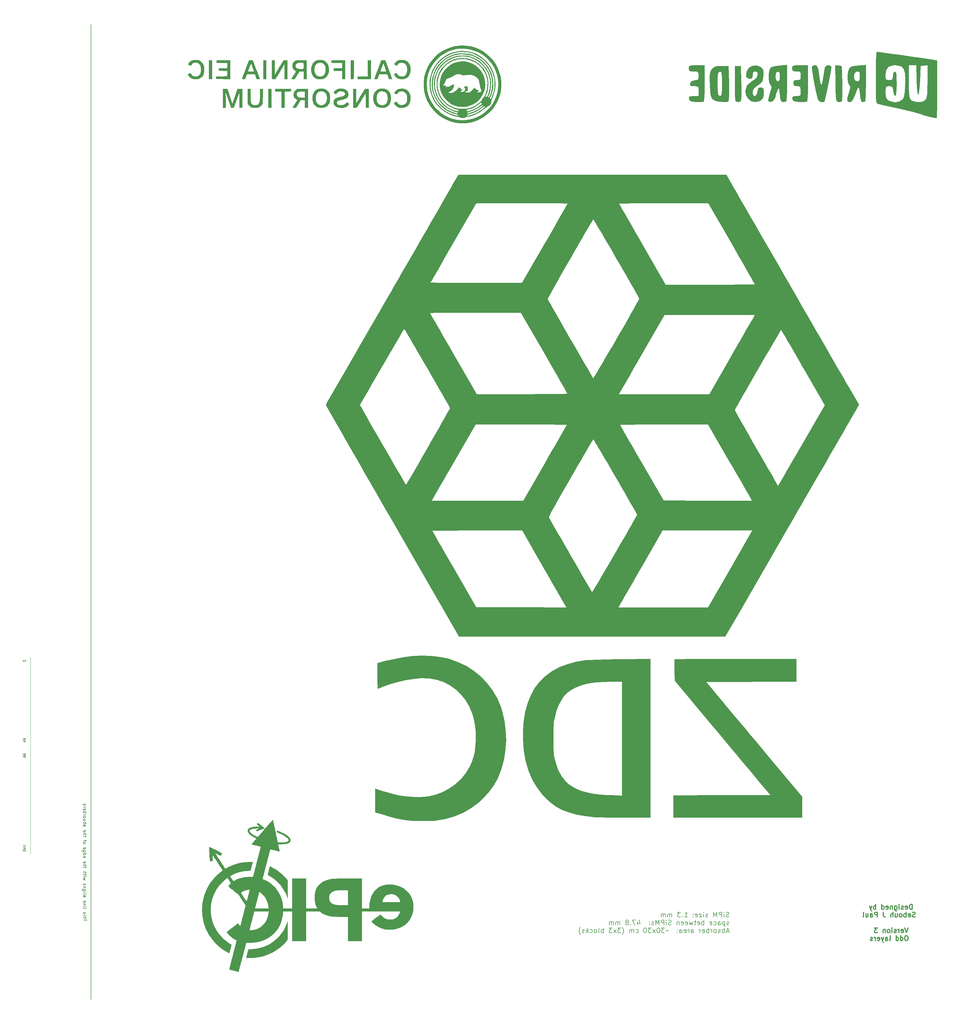
<source format=gbr>
%TF.GenerationSoftware,KiCad,Pcbnew,8.0.2-1*%
%TF.CreationDate,2024-06-03T22:08:22-04:00*%
%TF.ProjectId,Untitled,556e7469-746c-4656-942e-6b696361645f,rev?*%
%TF.SameCoordinates,Original*%
%TF.FileFunction,Legend,Bot*%
%TF.FilePolarity,Positive*%
%FSLAX46Y46*%
G04 Gerber Fmt 4.6, Leading zero omitted, Abs format (unit mm)*
G04 Created by KiCad (PCBNEW 8.0.2-1) date 2024-06-03 22:08:22*
%MOMM*%
%LPD*%
G01*
G04 APERTURE LIST*
%ADD10C,0.150000*%
%ADD11C,0.300000*%
%ADD12C,0.000000*%
%ADD13C,0.120000*%
G04 APERTURE END LIST*
D10*
X75000000Y-330000000D02*
X75000000Y-30000000D01*
D11*
X327971428Y-302248496D02*
X327971428Y-300748496D01*
X327971428Y-300748496D02*
X327614285Y-300748496D01*
X327614285Y-300748496D02*
X327399999Y-300819925D01*
X327399999Y-300819925D02*
X327257142Y-300962782D01*
X327257142Y-300962782D02*
X327185713Y-301105639D01*
X327185713Y-301105639D02*
X327114285Y-301391353D01*
X327114285Y-301391353D02*
X327114285Y-301605639D01*
X327114285Y-301605639D02*
X327185713Y-301891353D01*
X327185713Y-301891353D02*
X327257142Y-302034210D01*
X327257142Y-302034210D02*
X327399999Y-302177068D01*
X327399999Y-302177068D02*
X327614285Y-302248496D01*
X327614285Y-302248496D02*
X327971428Y-302248496D01*
X325899999Y-302177068D02*
X326042856Y-302248496D01*
X326042856Y-302248496D02*
X326328571Y-302248496D01*
X326328571Y-302248496D02*
X326471428Y-302177068D01*
X326471428Y-302177068D02*
X326542856Y-302034210D01*
X326542856Y-302034210D02*
X326542856Y-301462782D01*
X326542856Y-301462782D02*
X326471428Y-301319925D01*
X326471428Y-301319925D02*
X326328571Y-301248496D01*
X326328571Y-301248496D02*
X326042856Y-301248496D01*
X326042856Y-301248496D02*
X325899999Y-301319925D01*
X325899999Y-301319925D02*
X325828571Y-301462782D01*
X325828571Y-301462782D02*
X325828571Y-301605639D01*
X325828571Y-301605639D02*
X326542856Y-301748496D01*
X325257142Y-302177068D02*
X325114285Y-302248496D01*
X325114285Y-302248496D02*
X324828571Y-302248496D01*
X324828571Y-302248496D02*
X324685714Y-302177068D01*
X324685714Y-302177068D02*
X324614285Y-302034210D01*
X324614285Y-302034210D02*
X324614285Y-301962782D01*
X324614285Y-301962782D02*
X324685714Y-301819925D01*
X324685714Y-301819925D02*
X324828571Y-301748496D01*
X324828571Y-301748496D02*
X325042857Y-301748496D01*
X325042857Y-301748496D02*
X325185714Y-301677068D01*
X325185714Y-301677068D02*
X325257142Y-301534210D01*
X325257142Y-301534210D02*
X325257142Y-301462782D01*
X325257142Y-301462782D02*
X325185714Y-301319925D01*
X325185714Y-301319925D02*
X325042857Y-301248496D01*
X325042857Y-301248496D02*
X324828571Y-301248496D01*
X324828571Y-301248496D02*
X324685714Y-301319925D01*
X323971428Y-302248496D02*
X323971428Y-301248496D01*
X323971428Y-300748496D02*
X324042856Y-300819925D01*
X324042856Y-300819925D02*
X323971428Y-300891353D01*
X323971428Y-300891353D02*
X323899999Y-300819925D01*
X323899999Y-300819925D02*
X323971428Y-300748496D01*
X323971428Y-300748496D02*
X323971428Y-300891353D01*
X322614285Y-301248496D02*
X322614285Y-302462782D01*
X322614285Y-302462782D02*
X322685713Y-302605639D01*
X322685713Y-302605639D02*
X322757142Y-302677068D01*
X322757142Y-302677068D02*
X322899999Y-302748496D01*
X322899999Y-302748496D02*
X323114285Y-302748496D01*
X323114285Y-302748496D02*
X323257142Y-302677068D01*
X322614285Y-302177068D02*
X322757142Y-302248496D01*
X322757142Y-302248496D02*
X323042856Y-302248496D01*
X323042856Y-302248496D02*
X323185713Y-302177068D01*
X323185713Y-302177068D02*
X323257142Y-302105639D01*
X323257142Y-302105639D02*
X323328570Y-301962782D01*
X323328570Y-301962782D02*
X323328570Y-301534210D01*
X323328570Y-301534210D02*
X323257142Y-301391353D01*
X323257142Y-301391353D02*
X323185713Y-301319925D01*
X323185713Y-301319925D02*
X323042856Y-301248496D01*
X323042856Y-301248496D02*
X322757142Y-301248496D01*
X322757142Y-301248496D02*
X322614285Y-301319925D01*
X321899999Y-301248496D02*
X321899999Y-302248496D01*
X321899999Y-301391353D02*
X321828570Y-301319925D01*
X321828570Y-301319925D02*
X321685713Y-301248496D01*
X321685713Y-301248496D02*
X321471427Y-301248496D01*
X321471427Y-301248496D02*
X321328570Y-301319925D01*
X321328570Y-301319925D02*
X321257142Y-301462782D01*
X321257142Y-301462782D02*
X321257142Y-302248496D01*
X319971427Y-302177068D02*
X320114284Y-302248496D01*
X320114284Y-302248496D02*
X320399999Y-302248496D01*
X320399999Y-302248496D02*
X320542856Y-302177068D01*
X320542856Y-302177068D02*
X320614284Y-302034210D01*
X320614284Y-302034210D02*
X320614284Y-301462782D01*
X320614284Y-301462782D02*
X320542856Y-301319925D01*
X320542856Y-301319925D02*
X320399999Y-301248496D01*
X320399999Y-301248496D02*
X320114284Y-301248496D01*
X320114284Y-301248496D02*
X319971427Y-301319925D01*
X319971427Y-301319925D02*
X319899999Y-301462782D01*
X319899999Y-301462782D02*
X319899999Y-301605639D01*
X319899999Y-301605639D02*
X320614284Y-301748496D01*
X318614285Y-302248496D02*
X318614285Y-300748496D01*
X318614285Y-302177068D02*
X318757142Y-302248496D01*
X318757142Y-302248496D02*
X319042856Y-302248496D01*
X319042856Y-302248496D02*
X319185713Y-302177068D01*
X319185713Y-302177068D02*
X319257142Y-302105639D01*
X319257142Y-302105639D02*
X319328570Y-301962782D01*
X319328570Y-301962782D02*
X319328570Y-301534210D01*
X319328570Y-301534210D02*
X319257142Y-301391353D01*
X319257142Y-301391353D02*
X319185713Y-301319925D01*
X319185713Y-301319925D02*
X319042856Y-301248496D01*
X319042856Y-301248496D02*
X318757142Y-301248496D01*
X318757142Y-301248496D02*
X318614285Y-301319925D01*
X316757142Y-302248496D02*
X316757142Y-300748496D01*
X316757142Y-301319925D02*
X316614285Y-301248496D01*
X316614285Y-301248496D02*
X316328570Y-301248496D01*
X316328570Y-301248496D02*
X316185713Y-301319925D01*
X316185713Y-301319925D02*
X316114285Y-301391353D01*
X316114285Y-301391353D02*
X316042856Y-301534210D01*
X316042856Y-301534210D02*
X316042856Y-301962782D01*
X316042856Y-301962782D02*
X316114285Y-302105639D01*
X316114285Y-302105639D02*
X316185713Y-302177068D01*
X316185713Y-302177068D02*
X316328570Y-302248496D01*
X316328570Y-302248496D02*
X316614285Y-302248496D01*
X316614285Y-302248496D02*
X316757142Y-302177068D01*
X315542856Y-301248496D02*
X315185713Y-302248496D01*
X314828570Y-301248496D02*
X315185713Y-302248496D01*
X315185713Y-302248496D02*
X315328570Y-302605639D01*
X315328570Y-302605639D02*
X315399999Y-302677068D01*
X315399999Y-302677068D02*
X315542856Y-302748496D01*
X328899999Y-304591984D02*
X328685714Y-304663412D01*
X328685714Y-304663412D02*
X328328571Y-304663412D01*
X328328571Y-304663412D02*
X328185714Y-304591984D01*
X328185714Y-304591984D02*
X328114285Y-304520555D01*
X328114285Y-304520555D02*
X328042856Y-304377698D01*
X328042856Y-304377698D02*
X328042856Y-304234841D01*
X328042856Y-304234841D02*
X328114285Y-304091984D01*
X328114285Y-304091984D02*
X328185714Y-304020555D01*
X328185714Y-304020555D02*
X328328571Y-303949126D01*
X328328571Y-303949126D02*
X328614285Y-303877698D01*
X328614285Y-303877698D02*
X328757142Y-303806269D01*
X328757142Y-303806269D02*
X328828571Y-303734841D01*
X328828571Y-303734841D02*
X328899999Y-303591984D01*
X328899999Y-303591984D02*
X328899999Y-303449126D01*
X328899999Y-303449126D02*
X328828571Y-303306269D01*
X328828571Y-303306269D02*
X328757142Y-303234841D01*
X328757142Y-303234841D02*
X328614285Y-303163412D01*
X328614285Y-303163412D02*
X328257142Y-303163412D01*
X328257142Y-303163412D02*
X328042856Y-303234841D01*
X326828571Y-304591984D02*
X326971428Y-304663412D01*
X326971428Y-304663412D02*
X327257143Y-304663412D01*
X327257143Y-304663412D02*
X327400000Y-304591984D01*
X327400000Y-304591984D02*
X327471428Y-304449126D01*
X327471428Y-304449126D02*
X327471428Y-303877698D01*
X327471428Y-303877698D02*
X327400000Y-303734841D01*
X327400000Y-303734841D02*
X327257143Y-303663412D01*
X327257143Y-303663412D02*
X326971428Y-303663412D01*
X326971428Y-303663412D02*
X326828571Y-303734841D01*
X326828571Y-303734841D02*
X326757143Y-303877698D01*
X326757143Y-303877698D02*
X326757143Y-304020555D01*
X326757143Y-304020555D02*
X327471428Y-304163412D01*
X326114286Y-304663412D02*
X326114286Y-303163412D01*
X326114286Y-303734841D02*
X325971429Y-303663412D01*
X325971429Y-303663412D02*
X325685714Y-303663412D01*
X325685714Y-303663412D02*
X325542857Y-303734841D01*
X325542857Y-303734841D02*
X325471429Y-303806269D01*
X325471429Y-303806269D02*
X325400000Y-303949126D01*
X325400000Y-303949126D02*
X325400000Y-304377698D01*
X325400000Y-304377698D02*
X325471429Y-304520555D01*
X325471429Y-304520555D02*
X325542857Y-304591984D01*
X325542857Y-304591984D02*
X325685714Y-304663412D01*
X325685714Y-304663412D02*
X325971429Y-304663412D01*
X325971429Y-304663412D02*
X326114286Y-304591984D01*
X324542857Y-304663412D02*
X324685714Y-304591984D01*
X324685714Y-304591984D02*
X324757143Y-304520555D01*
X324757143Y-304520555D02*
X324828571Y-304377698D01*
X324828571Y-304377698D02*
X324828571Y-303949126D01*
X324828571Y-303949126D02*
X324757143Y-303806269D01*
X324757143Y-303806269D02*
X324685714Y-303734841D01*
X324685714Y-303734841D02*
X324542857Y-303663412D01*
X324542857Y-303663412D02*
X324328571Y-303663412D01*
X324328571Y-303663412D02*
X324185714Y-303734841D01*
X324185714Y-303734841D02*
X324114286Y-303806269D01*
X324114286Y-303806269D02*
X324042857Y-303949126D01*
X324042857Y-303949126D02*
X324042857Y-304377698D01*
X324042857Y-304377698D02*
X324114286Y-304520555D01*
X324114286Y-304520555D02*
X324185714Y-304591984D01*
X324185714Y-304591984D02*
X324328571Y-304663412D01*
X324328571Y-304663412D02*
X324542857Y-304663412D01*
X322757143Y-303663412D02*
X322757143Y-304663412D01*
X323400000Y-303663412D02*
X323400000Y-304449126D01*
X323400000Y-304449126D02*
X323328571Y-304591984D01*
X323328571Y-304591984D02*
X323185714Y-304663412D01*
X323185714Y-304663412D02*
X322971428Y-304663412D01*
X322971428Y-304663412D02*
X322828571Y-304591984D01*
X322828571Y-304591984D02*
X322757143Y-304520555D01*
X322042857Y-304663412D02*
X322042857Y-303163412D01*
X321400000Y-304663412D02*
X321400000Y-303877698D01*
X321400000Y-303877698D02*
X321471428Y-303734841D01*
X321471428Y-303734841D02*
X321614285Y-303663412D01*
X321614285Y-303663412D02*
X321828571Y-303663412D01*
X321828571Y-303663412D02*
X321971428Y-303734841D01*
X321971428Y-303734841D02*
X322042857Y-303806269D01*
X319114285Y-303163412D02*
X319114285Y-304234841D01*
X319114285Y-304234841D02*
X319185714Y-304449126D01*
X319185714Y-304449126D02*
X319328571Y-304591984D01*
X319328571Y-304591984D02*
X319542857Y-304663412D01*
X319542857Y-304663412D02*
X319685714Y-304663412D01*
X317257143Y-304663412D02*
X317257143Y-303163412D01*
X317257143Y-303163412D02*
X316685714Y-303163412D01*
X316685714Y-303163412D02*
X316542857Y-303234841D01*
X316542857Y-303234841D02*
X316471428Y-303306269D01*
X316471428Y-303306269D02*
X316400000Y-303449126D01*
X316400000Y-303449126D02*
X316400000Y-303663412D01*
X316400000Y-303663412D02*
X316471428Y-303806269D01*
X316471428Y-303806269D02*
X316542857Y-303877698D01*
X316542857Y-303877698D02*
X316685714Y-303949126D01*
X316685714Y-303949126D02*
X317257143Y-303949126D01*
X315114286Y-304663412D02*
X315114286Y-303877698D01*
X315114286Y-303877698D02*
X315185714Y-303734841D01*
X315185714Y-303734841D02*
X315328571Y-303663412D01*
X315328571Y-303663412D02*
X315614286Y-303663412D01*
X315614286Y-303663412D02*
X315757143Y-303734841D01*
X315114286Y-304591984D02*
X315257143Y-304663412D01*
X315257143Y-304663412D02*
X315614286Y-304663412D01*
X315614286Y-304663412D02*
X315757143Y-304591984D01*
X315757143Y-304591984D02*
X315828571Y-304449126D01*
X315828571Y-304449126D02*
X315828571Y-304306269D01*
X315828571Y-304306269D02*
X315757143Y-304163412D01*
X315757143Y-304163412D02*
X315614286Y-304091984D01*
X315614286Y-304091984D02*
X315257143Y-304091984D01*
X315257143Y-304091984D02*
X315114286Y-304020555D01*
X313757143Y-303663412D02*
X313757143Y-304663412D01*
X314400000Y-303663412D02*
X314400000Y-304449126D01*
X314400000Y-304449126D02*
X314328571Y-304591984D01*
X314328571Y-304591984D02*
X314185714Y-304663412D01*
X314185714Y-304663412D02*
X313971428Y-304663412D01*
X313971428Y-304663412D02*
X313828571Y-304591984D01*
X313828571Y-304591984D02*
X313757143Y-304520555D01*
X312828571Y-304663412D02*
X312971428Y-304591984D01*
X312971428Y-304591984D02*
X313042857Y-304449126D01*
X313042857Y-304449126D02*
X313042857Y-303163412D01*
X326685713Y-307993244D02*
X326185713Y-309493244D01*
X326185713Y-309493244D02*
X325685713Y-307993244D01*
X324614285Y-309421816D02*
X324757142Y-309493244D01*
X324757142Y-309493244D02*
X325042857Y-309493244D01*
X325042857Y-309493244D02*
X325185714Y-309421816D01*
X325185714Y-309421816D02*
X325257142Y-309278958D01*
X325257142Y-309278958D02*
X325257142Y-308707530D01*
X325257142Y-308707530D02*
X325185714Y-308564673D01*
X325185714Y-308564673D02*
X325042857Y-308493244D01*
X325042857Y-308493244D02*
X324757142Y-308493244D01*
X324757142Y-308493244D02*
X324614285Y-308564673D01*
X324614285Y-308564673D02*
X324542857Y-308707530D01*
X324542857Y-308707530D02*
X324542857Y-308850387D01*
X324542857Y-308850387D02*
X325257142Y-308993244D01*
X323900000Y-309493244D02*
X323900000Y-308493244D01*
X323900000Y-308778958D02*
X323828571Y-308636101D01*
X323828571Y-308636101D02*
X323757143Y-308564673D01*
X323757143Y-308564673D02*
X323614285Y-308493244D01*
X323614285Y-308493244D02*
X323471428Y-308493244D01*
X323042857Y-309421816D02*
X322900000Y-309493244D01*
X322900000Y-309493244D02*
X322614286Y-309493244D01*
X322614286Y-309493244D02*
X322471429Y-309421816D01*
X322471429Y-309421816D02*
X322400000Y-309278958D01*
X322400000Y-309278958D02*
X322400000Y-309207530D01*
X322400000Y-309207530D02*
X322471429Y-309064673D01*
X322471429Y-309064673D02*
X322614286Y-308993244D01*
X322614286Y-308993244D02*
X322828572Y-308993244D01*
X322828572Y-308993244D02*
X322971429Y-308921816D01*
X322971429Y-308921816D02*
X323042857Y-308778958D01*
X323042857Y-308778958D02*
X323042857Y-308707530D01*
X323042857Y-308707530D02*
X322971429Y-308564673D01*
X322971429Y-308564673D02*
X322828572Y-308493244D01*
X322828572Y-308493244D02*
X322614286Y-308493244D01*
X322614286Y-308493244D02*
X322471429Y-308564673D01*
X321757143Y-309493244D02*
X321757143Y-308493244D01*
X321757143Y-307993244D02*
X321828571Y-308064673D01*
X321828571Y-308064673D02*
X321757143Y-308136101D01*
X321757143Y-308136101D02*
X321685714Y-308064673D01*
X321685714Y-308064673D02*
X321757143Y-307993244D01*
X321757143Y-307993244D02*
X321757143Y-308136101D01*
X320828571Y-309493244D02*
X320971428Y-309421816D01*
X320971428Y-309421816D02*
X321042857Y-309350387D01*
X321042857Y-309350387D02*
X321114285Y-309207530D01*
X321114285Y-309207530D02*
X321114285Y-308778958D01*
X321114285Y-308778958D02*
X321042857Y-308636101D01*
X321042857Y-308636101D02*
X320971428Y-308564673D01*
X320971428Y-308564673D02*
X320828571Y-308493244D01*
X320828571Y-308493244D02*
X320614285Y-308493244D01*
X320614285Y-308493244D02*
X320471428Y-308564673D01*
X320471428Y-308564673D02*
X320400000Y-308636101D01*
X320400000Y-308636101D02*
X320328571Y-308778958D01*
X320328571Y-308778958D02*
X320328571Y-309207530D01*
X320328571Y-309207530D02*
X320400000Y-309350387D01*
X320400000Y-309350387D02*
X320471428Y-309421816D01*
X320471428Y-309421816D02*
X320614285Y-309493244D01*
X320614285Y-309493244D02*
X320828571Y-309493244D01*
X319685714Y-308493244D02*
X319685714Y-309493244D01*
X319685714Y-308636101D02*
X319614285Y-308564673D01*
X319614285Y-308564673D02*
X319471428Y-308493244D01*
X319471428Y-308493244D02*
X319257142Y-308493244D01*
X319257142Y-308493244D02*
X319114285Y-308564673D01*
X319114285Y-308564673D02*
X319042857Y-308707530D01*
X319042857Y-308707530D02*
X319042857Y-309493244D01*
X317328571Y-307993244D02*
X316399999Y-307993244D01*
X316399999Y-307993244D02*
X316899999Y-308564673D01*
X316899999Y-308564673D02*
X316685714Y-308564673D01*
X316685714Y-308564673D02*
X316542857Y-308636101D01*
X316542857Y-308636101D02*
X316471428Y-308707530D01*
X316471428Y-308707530D02*
X316399999Y-308850387D01*
X316399999Y-308850387D02*
X316399999Y-309207530D01*
X316399999Y-309207530D02*
X316471428Y-309350387D01*
X316471428Y-309350387D02*
X316542857Y-309421816D01*
X316542857Y-309421816D02*
X316685714Y-309493244D01*
X316685714Y-309493244D02*
X317114285Y-309493244D01*
X317114285Y-309493244D02*
X317257142Y-309421816D01*
X317257142Y-309421816D02*
X317328571Y-309350387D01*
X326328570Y-310408160D02*
X326042856Y-310408160D01*
X326042856Y-310408160D02*
X325899999Y-310479589D01*
X325899999Y-310479589D02*
X325757142Y-310622446D01*
X325757142Y-310622446D02*
X325685713Y-310908160D01*
X325685713Y-310908160D02*
X325685713Y-311408160D01*
X325685713Y-311408160D02*
X325757142Y-311693874D01*
X325757142Y-311693874D02*
X325899999Y-311836732D01*
X325899999Y-311836732D02*
X326042856Y-311908160D01*
X326042856Y-311908160D02*
X326328570Y-311908160D01*
X326328570Y-311908160D02*
X326471428Y-311836732D01*
X326471428Y-311836732D02*
X326614285Y-311693874D01*
X326614285Y-311693874D02*
X326685713Y-311408160D01*
X326685713Y-311408160D02*
X326685713Y-310908160D01*
X326685713Y-310908160D02*
X326614285Y-310622446D01*
X326614285Y-310622446D02*
X326471428Y-310479589D01*
X326471428Y-310479589D02*
X326328570Y-310408160D01*
X324399999Y-311908160D02*
X324399999Y-310408160D01*
X324399999Y-311836732D02*
X324542856Y-311908160D01*
X324542856Y-311908160D02*
X324828570Y-311908160D01*
X324828570Y-311908160D02*
X324971427Y-311836732D01*
X324971427Y-311836732D02*
X325042856Y-311765303D01*
X325042856Y-311765303D02*
X325114284Y-311622446D01*
X325114284Y-311622446D02*
X325114284Y-311193874D01*
X325114284Y-311193874D02*
X325042856Y-311051017D01*
X325042856Y-311051017D02*
X324971427Y-310979589D01*
X324971427Y-310979589D02*
X324828570Y-310908160D01*
X324828570Y-310908160D02*
X324542856Y-310908160D01*
X324542856Y-310908160D02*
X324399999Y-310979589D01*
X323042856Y-311908160D02*
X323042856Y-310408160D01*
X323042856Y-311836732D02*
X323185713Y-311908160D01*
X323185713Y-311908160D02*
X323471427Y-311908160D01*
X323471427Y-311908160D02*
X323614284Y-311836732D01*
X323614284Y-311836732D02*
X323685713Y-311765303D01*
X323685713Y-311765303D02*
X323757141Y-311622446D01*
X323757141Y-311622446D02*
X323757141Y-311193874D01*
X323757141Y-311193874D02*
X323685713Y-311051017D01*
X323685713Y-311051017D02*
X323614284Y-310979589D01*
X323614284Y-310979589D02*
X323471427Y-310908160D01*
X323471427Y-310908160D02*
X323185713Y-310908160D01*
X323185713Y-310908160D02*
X323042856Y-310979589D01*
X320971427Y-311908160D02*
X321114284Y-311836732D01*
X321114284Y-311836732D02*
X321185713Y-311693874D01*
X321185713Y-311693874D02*
X321185713Y-310408160D01*
X319757142Y-311908160D02*
X319757142Y-311122446D01*
X319757142Y-311122446D02*
X319828570Y-310979589D01*
X319828570Y-310979589D02*
X319971427Y-310908160D01*
X319971427Y-310908160D02*
X320257142Y-310908160D01*
X320257142Y-310908160D02*
X320399999Y-310979589D01*
X319757142Y-311836732D02*
X319899999Y-311908160D01*
X319899999Y-311908160D02*
X320257142Y-311908160D01*
X320257142Y-311908160D02*
X320399999Y-311836732D01*
X320399999Y-311836732D02*
X320471427Y-311693874D01*
X320471427Y-311693874D02*
X320471427Y-311551017D01*
X320471427Y-311551017D02*
X320399999Y-311408160D01*
X320399999Y-311408160D02*
X320257142Y-311336732D01*
X320257142Y-311336732D02*
X319899999Y-311336732D01*
X319899999Y-311336732D02*
X319757142Y-311265303D01*
X319185713Y-310908160D02*
X318828570Y-311908160D01*
X318471427Y-310908160D02*
X318828570Y-311908160D01*
X318828570Y-311908160D02*
X318971427Y-312265303D01*
X318971427Y-312265303D02*
X319042856Y-312336732D01*
X319042856Y-312336732D02*
X319185713Y-312408160D01*
X317328570Y-311836732D02*
X317471427Y-311908160D01*
X317471427Y-311908160D02*
X317757142Y-311908160D01*
X317757142Y-311908160D02*
X317899999Y-311836732D01*
X317899999Y-311836732D02*
X317971427Y-311693874D01*
X317971427Y-311693874D02*
X317971427Y-311122446D01*
X317971427Y-311122446D02*
X317899999Y-310979589D01*
X317899999Y-310979589D02*
X317757142Y-310908160D01*
X317757142Y-310908160D02*
X317471427Y-310908160D01*
X317471427Y-310908160D02*
X317328570Y-310979589D01*
X317328570Y-310979589D02*
X317257142Y-311122446D01*
X317257142Y-311122446D02*
X317257142Y-311265303D01*
X317257142Y-311265303D02*
X317971427Y-311408160D01*
X316614285Y-311908160D02*
X316614285Y-310908160D01*
X316614285Y-311193874D02*
X316542856Y-311051017D01*
X316542856Y-311051017D02*
X316471428Y-310979589D01*
X316471428Y-310979589D02*
X316328570Y-310908160D01*
X316328570Y-310908160D02*
X316185713Y-310908160D01*
X315757142Y-311836732D02*
X315614285Y-311908160D01*
X315614285Y-311908160D02*
X315328571Y-311908160D01*
X315328571Y-311908160D02*
X315185714Y-311836732D01*
X315185714Y-311836732D02*
X315114285Y-311693874D01*
X315114285Y-311693874D02*
X315114285Y-311622446D01*
X315114285Y-311622446D02*
X315185714Y-311479589D01*
X315185714Y-311479589D02*
X315328571Y-311408160D01*
X315328571Y-311408160D02*
X315542857Y-311408160D01*
X315542857Y-311408160D02*
X315685714Y-311336732D01*
X315685714Y-311336732D02*
X315757142Y-311193874D01*
X315757142Y-311193874D02*
X315757142Y-311122446D01*
X315757142Y-311122446D02*
X315685714Y-310979589D01*
X315685714Y-310979589D02*
X315542857Y-310908160D01*
X315542857Y-310908160D02*
X315328571Y-310908160D01*
X315328571Y-310908160D02*
X315185714Y-310979589D01*
D10*
X73645180Y-305871431D02*
X73645180Y-305300003D01*
X72645180Y-305585717D02*
X73645180Y-305585717D01*
X72645180Y-304966669D02*
X73645180Y-304966669D01*
X72645180Y-304538098D02*
X73168990Y-304538098D01*
X73168990Y-304538098D02*
X73264228Y-304585717D01*
X73264228Y-304585717D02*
X73311847Y-304680955D01*
X73311847Y-304680955D02*
X73311847Y-304823812D01*
X73311847Y-304823812D02*
X73264228Y-304919050D01*
X73264228Y-304919050D02*
X73216609Y-304966669D01*
X72645180Y-304061907D02*
X73311847Y-304061907D01*
X73645180Y-304061907D02*
X73597561Y-304109526D01*
X73597561Y-304109526D02*
X73549942Y-304061907D01*
X73549942Y-304061907D02*
X73597561Y-304014288D01*
X73597561Y-304014288D02*
X73645180Y-304061907D01*
X73645180Y-304061907D02*
X73549942Y-304061907D01*
X72692800Y-303633336D02*
X72645180Y-303538098D01*
X72645180Y-303538098D02*
X72645180Y-303347622D01*
X72645180Y-303347622D02*
X72692800Y-303252384D01*
X72692800Y-303252384D02*
X72788038Y-303204765D01*
X72788038Y-303204765D02*
X72835657Y-303204765D01*
X72835657Y-303204765D02*
X72930895Y-303252384D01*
X72930895Y-303252384D02*
X72978514Y-303347622D01*
X72978514Y-303347622D02*
X72978514Y-303490479D01*
X72978514Y-303490479D02*
X73026133Y-303585717D01*
X73026133Y-303585717D02*
X73121371Y-303633336D01*
X73121371Y-303633336D02*
X73168990Y-303633336D01*
X73168990Y-303633336D02*
X73264228Y-303585717D01*
X73264228Y-303585717D02*
X73311847Y-303490479D01*
X73311847Y-303490479D02*
X73311847Y-303347622D01*
X73311847Y-303347622D02*
X73264228Y-303252384D01*
X72645180Y-301871431D02*
X72692800Y-301966669D01*
X72692800Y-301966669D02*
X72788038Y-302014288D01*
X72788038Y-302014288D02*
X73645180Y-302014288D01*
X72645180Y-301490478D02*
X73311847Y-301490478D01*
X73645180Y-301490478D02*
X73597561Y-301538097D01*
X73597561Y-301538097D02*
X73549942Y-301490478D01*
X73549942Y-301490478D02*
X73597561Y-301442859D01*
X73597561Y-301442859D02*
X73645180Y-301490478D01*
X73645180Y-301490478D02*
X73549942Y-301490478D01*
X73311847Y-301014288D02*
X72645180Y-301014288D01*
X73216609Y-301014288D02*
X73264228Y-300966669D01*
X73264228Y-300966669D02*
X73311847Y-300871431D01*
X73311847Y-300871431D02*
X73311847Y-300728574D01*
X73311847Y-300728574D02*
X73264228Y-300633336D01*
X73264228Y-300633336D02*
X73168990Y-300585717D01*
X73168990Y-300585717D02*
X72645180Y-300585717D01*
X72692800Y-299728574D02*
X72645180Y-299823812D01*
X72645180Y-299823812D02*
X72645180Y-300014288D01*
X72645180Y-300014288D02*
X72692800Y-300109526D01*
X72692800Y-300109526D02*
X72788038Y-300157145D01*
X72788038Y-300157145D02*
X73168990Y-300157145D01*
X73168990Y-300157145D02*
X73264228Y-300109526D01*
X73264228Y-300109526D02*
X73311847Y-300014288D01*
X73311847Y-300014288D02*
X73311847Y-299823812D01*
X73311847Y-299823812D02*
X73264228Y-299728574D01*
X73264228Y-299728574D02*
X73168990Y-299680955D01*
X73168990Y-299680955D02*
X73073752Y-299680955D01*
X73073752Y-299680955D02*
X72978514Y-300157145D01*
X72645180Y-298061907D02*
X73168990Y-298061907D01*
X73168990Y-298061907D02*
X73264228Y-298109526D01*
X73264228Y-298109526D02*
X73311847Y-298204764D01*
X73311847Y-298204764D02*
X73311847Y-298395240D01*
X73311847Y-298395240D02*
X73264228Y-298490478D01*
X72692800Y-298061907D02*
X72645180Y-298157145D01*
X72645180Y-298157145D02*
X72645180Y-298395240D01*
X72645180Y-298395240D02*
X72692800Y-298490478D01*
X72692800Y-298490478D02*
X72788038Y-298538097D01*
X72788038Y-298538097D02*
X72883276Y-298538097D01*
X72883276Y-298538097D02*
X72978514Y-298490478D01*
X72978514Y-298490478D02*
X73026133Y-298395240D01*
X73026133Y-298395240D02*
X73026133Y-298157145D01*
X73026133Y-298157145D02*
X73073752Y-298061907D01*
X72645180Y-297442859D02*
X72692800Y-297538097D01*
X72692800Y-297538097D02*
X72788038Y-297585716D01*
X72788038Y-297585716D02*
X73645180Y-297585716D01*
X72645180Y-297061906D02*
X73311847Y-297061906D01*
X73645180Y-297061906D02*
X73597561Y-297109525D01*
X73597561Y-297109525D02*
X73549942Y-297061906D01*
X73549942Y-297061906D02*
X73597561Y-297014287D01*
X73597561Y-297014287D02*
X73645180Y-297061906D01*
X73645180Y-297061906D02*
X73549942Y-297061906D01*
X73311847Y-296157145D02*
X72502323Y-296157145D01*
X72502323Y-296157145D02*
X72407085Y-296204764D01*
X72407085Y-296204764D02*
X72359466Y-296252383D01*
X72359466Y-296252383D02*
X72311847Y-296347621D01*
X72311847Y-296347621D02*
X72311847Y-296490478D01*
X72311847Y-296490478D02*
X72359466Y-296585716D01*
X72692800Y-296157145D02*
X72645180Y-296252383D01*
X72645180Y-296252383D02*
X72645180Y-296442859D01*
X72645180Y-296442859D02*
X72692800Y-296538097D01*
X72692800Y-296538097D02*
X72740419Y-296585716D01*
X72740419Y-296585716D02*
X72835657Y-296633335D01*
X72835657Y-296633335D02*
X73121371Y-296633335D01*
X73121371Y-296633335D02*
X73216609Y-296585716D01*
X73216609Y-296585716D02*
X73264228Y-296538097D01*
X73264228Y-296538097D02*
X73311847Y-296442859D01*
X73311847Y-296442859D02*
X73311847Y-296252383D01*
X73311847Y-296252383D02*
X73264228Y-296157145D01*
X73311847Y-295680954D02*
X72645180Y-295680954D01*
X73216609Y-295680954D02*
X73264228Y-295633335D01*
X73264228Y-295633335D02*
X73311847Y-295538097D01*
X73311847Y-295538097D02*
X73311847Y-295395240D01*
X73311847Y-295395240D02*
X73264228Y-295300002D01*
X73264228Y-295300002D02*
X73168990Y-295252383D01*
X73168990Y-295252383D02*
X72645180Y-295252383D01*
X72692800Y-294823811D02*
X72645180Y-294728573D01*
X72645180Y-294728573D02*
X72645180Y-294538097D01*
X72645180Y-294538097D02*
X72692800Y-294442859D01*
X72692800Y-294442859D02*
X72788038Y-294395240D01*
X72788038Y-294395240D02*
X72835657Y-294395240D01*
X72835657Y-294395240D02*
X72930895Y-294442859D01*
X72930895Y-294442859D02*
X72978514Y-294538097D01*
X72978514Y-294538097D02*
X72978514Y-294680954D01*
X72978514Y-294680954D02*
X73026133Y-294776192D01*
X73026133Y-294776192D02*
X73121371Y-294823811D01*
X73121371Y-294823811D02*
X73168990Y-294823811D01*
X73168990Y-294823811D02*
X73264228Y-294776192D01*
X73264228Y-294776192D02*
X73311847Y-294680954D01*
X73311847Y-294680954D02*
X73311847Y-294538097D01*
X73311847Y-294538097D02*
X73264228Y-294442859D01*
X73311847Y-293300001D02*
X72645180Y-293109525D01*
X72645180Y-293109525D02*
X73121371Y-292919049D01*
X73121371Y-292919049D02*
X72645180Y-292728573D01*
X72645180Y-292728573D02*
X73311847Y-292538097D01*
X72645180Y-292157144D02*
X73311847Y-292157144D01*
X73645180Y-292157144D02*
X73597561Y-292204763D01*
X73597561Y-292204763D02*
X73549942Y-292157144D01*
X73549942Y-292157144D02*
X73597561Y-292109525D01*
X73597561Y-292109525D02*
X73645180Y-292157144D01*
X73645180Y-292157144D02*
X73549942Y-292157144D01*
X73311847Y-291823811D02*
X73311847Y-291442859D01*
X73645180Y-291680954D02*
X72788038Y-291680954D01*
X72788038Y-291680954D02*
X72692800Y-291633335D01*
X72692800Y-291633335D02*
X72645180Y-291538097D01*
X72645180Y-291538097D02*
X72645180Y-291442859D01*
X72645180Y-291109525D02*
X73645180Y-291109525D01*
X72645180Y-290680954D02*
X73168990Y-290680954D01*
X73168990Y-290680954D02*
X73264228Y-290728573D01*
X73264228Y-290728573D02*
X73311847Y-290823811D01*
X73311847Y-290823811D02*
X73311847Y-290966668D01*
X73311847Y-290966668D02*
X73264228Y-291061906D01*
X73264228Y-291061906D02*
X73216609Y-291109525D01*
X73311847Y-289585715D02*
X73311847Y-289204763D01*
X73645180Y-289442858D02*
X72788038Y-289442858D01*
X72788038Y-289442858D02*
X72692800Y-289395239D01*
X72692800Y-289395239D02*
X72645180Y-289300001D01*
X72645180Y-289300001D02*
X72645180Y-289204763D01*
X72645180Y-288871429D02*
X73645180Y-288871429D01*
X72645180Y-288442858D02*
X73168990Y-288442858D01*
X73168990Y-288442858D02*
X73264228Y-288490477D01*
X73264228Y-288490477D02*
X73311847Y-288585715D01*
X73311847Y-288585715D02*
X73311847Y-288728572D01*
X73311847Y-288728572D02*
X73264228Y-288823810D01*
X73264228Y-288823810D02*
X73216609Y-288871429D01*
X72692800Y-287585715D02*
X72645180Y-287680953D01*
X72645180Y-287680953D02*
X72645180Y-287871429D01*
X72645180Y-287871429D02*
X72692800Y-287966667D01*
X72692800Y-287966667D02*
X72788038Y-288014286D01*
X72788038Y-288014286D02*
X73168990Y-288014286D01*
X73168990Y-288014286D02*
X73264228Y-287966667D01*
X73264228Y-287966667D02*
X73311847Y-287871429D01*
X73311847Y-287871429D02*
X73311847Y-287680953D01*
X73311847Y-287680953D02*
X73264228Y-287585715D01*
X73264228Y-287585715D02*
X73168990Y-287538096D01*
X73168990Y-287538096D02*
X73073752Y-287538096D01*
X73073752Y-287538096D02*
X72978514Y-288014286D01*
X72692800Y-285966667D02*
X72645180Y-286061905D01*
X72645180Y-286061905D02*
X72645180Y-286252381D01*
X72645180Y-286252381D02*
X72692800Y-286347619D01*
X72692800Y-286347619D02*
X72788038Y-286395238D01*
X72788038Y-286395238D02*
X73168990Y-286395238D01*
X73168990Y-286395238D02*
X73264228Y-286347619D01*
X73264228Y-286347619D02*
X73311847Y-286252381D01*
X73311847Y-286252381D02*
X73311847Y-286061905D01*
X73311847Y-286061905D02*
X73264228Y-285966667D01*
X73264228Y-285966667D02*
X73168990Y-285919048D01*
X73168990Y-285919048D02*
X73073752Y-285919048D01*
X73073752Y-285919048D02*
X72978514Y-286395238D01*
X72645180Y-285061905D02*
X73645180Y-285061905D01*
X72692800Y-285061905D02*
X72645180Y-285157143D01*
X72645180Y-285157143D02*
X72645180Y-285347619D01*
X72645180Y-285347619D02*
X72692800Y-285442857D01*
X72692800Y-285442857D02*
X72740419Y-285490476D01*
X72740419Y-285490476D02*
X72835657Y-285538095D01*
X72835657Y-285538095D02*
X73121371Y-285538095D01*
X73121371Y-285538095D02*
X73216609Y-285490476D01*
X73216609Y-285490476D02*
X73264228Y-285442857D01*
X73264228Y-285442857D02*
X73311847Y-285347619D01*
X73311847Y-285347619D02*
X73311847Y-285157143D01*
X73311847Y-285157143D02*
X73264228Y-285061905D01*
X73311847Y-284157143D02*
X72502323Y-284157143D01*
X72502323Y-284157143D02*
X72407085Y-284204762D01*
X72407085Y-284204762D02*
X72359466Y-284252381D01*
X72359466Y-284252381D02*
X72311847Y-284347619D01*
X72311847Y-284347619D02*
X72311847Y-284490476D01*
X72311847Y-284490476D02*
X72359466Y-284585714D01*
X72692800Y-284157143D02*
X72645180Y-284252381D01*
X72645180Y-284252381D02*
X72645180Y-284442857D01*
X72645180Y-284442857D02*
X72692800Y-284538095D01*
X72692800Y-284538095D02*
X72740419Y-284585714D01*
X72740419Y-284585714D02*
X72835657Y-284633333D01*
X72835657Y-284633333D02*
X73121371Y-284633333D01*
X73121371Y-284633333D02*
X73216609Y-284585714D01*
X73216609Y-284585714D02*
X73264228Y-284538095D01*
X73264228Y-284538095D02*
X73311847Y-284442857D01*
X73311847Y-284442857D02*
X73311847Y-284252381D01*
X73311847Y-284252381D02*
X73264228Y-284157143D01*
X72692800Y-283300000D02*
X72645180Y-283395238D01*
X72645180Y-283395238D02*
X72645180Y-283585714D01*
X72645180Y-283585714D02*
X72692800Y-283680952D01*
X72692800Y-283680952D02*
X72788038Y-283728571D01*
X72788038Y-283728571D02*
X73168990Y-283728571D01*
X73168990Y-283728571D02*
X73264228Y-283680952D01*
X73264228Y-283680952D02*
X73311847Y-283585714D01*
X73311847Y-283585714D02*
X73311847Y-283395238D01*
X73311847Y-283395238D02*
X73264228Y-283300000D01*
X73264228Y-283300000D02*
X73168990Y-283252381D01*
X73168990Y-283252381D02*
X73073752Y-283252381D01*
X73073752Y-283252381D02*
X72978514Y-283728571D01*
X72645180Y-281919047D02*
X72692800Y-282014285D01*
X72692800Y-282014285D02*
X72740419Y-282061904D01*
X72740419Y-282061904D02*
X72835657Y-282109523D01*
X72835657Y-282109523D02*
X73121371Y-282109523D01*
X73121371Y-282109523D02*
X73216609Y-282061904D01*
X73216609Y-282061904D02*
X73264228Y-282014285D01*
X73264228Y-282014285D02*
X73311847Y-281919047D01*
X73311847Y-281919047D02*
X73311847Y-281776190D01*
X73311847Y-281776190D02*
X73264228Y-281680952D01*
X73264228Y-281680952D02*
X73216609Y-281633333D01*
X73216609Y-281633333D02*
X73121371Y-281585714D01*
X73121371Y-281585714D02*
X72835657Y-281585714D01*
X72835657Y-281585714D02*
X72740419Y-281633333D01*
X72740419Y-281633333D02*
X72692800Y-281680952D01*
X72692800Y-281680952D02*
X72645180Y-281776190D01*
X72645180Y-281776190D02*
X72645180Y-281919047D01*
X73311847Y-281299999D02*
X73311847Y-280919047D01*
X72645180Y-281157142D02*
X73502323Y-281157142D01*
X73502323Y-281157142D02*
X73597561Y-281109523D01*
X73597561Y-281109523D02*
X73645180Y-281014285D01*
X73645180Y-281014285D02*
X73645180Y-280919047D01*
X73311847Y-279966665D02*
X73311847Y-279585713D01*
X73645180Y-279823808D02*
X72788038Y-279823808D01*
X72788038Y-279823808D02*
X72692800Y-279776189D01*
X72692800Y-279776189D02*
X72645180Y-279680951D01*
X72645180Y-279680951D02*
X72645180Y-279585713D01*
X72645180Y-279252379D02*
X73645180Y-279252379D01*
X72645180Y-278823808D02*
X73168990Y-278823808D01*
X73168990Y-278823808D02*
X73264228Y-278871427D01*
X73264228Y-278871427D02*
X73311847Y-278966665D01*
X73311847Y-278966665D02*
X73311847Y-279109522D01*
X73311847Y-279109522D02*
X73264228Y-279204760D01*
X73264228Y-279204760D02*
X73216609Y-279252379D01*
X72692800Y-277966665D02*
X72645180Y-278061903D01*
X72645180Y-278061903D02*
X72645180Y-278252379D01*
X72645180Y-278252379D02*
X72692800Y-278347617D01*
X72692800Y-278347617D02*
X72788038Y-278395236D01*
X72788038Y-278395236D02*
X73168990Y-278395236D01*
X73168990Y-278395236D02*
X73264228Y-278347617D01*
X73264228Y-278347617D02*
X73311847Y-278252379D01*
X73311847Y-278252379D02*
X73311847Y-278061903D01*
X73311847Y-278061903D02*
X73264228Y-277966665D01*
X73264228Y-277966665D02*
X73168990Y-277919046D01*
X73168990Y-277919046D02*
X73073752Y-277919046D01*
X73073752Y-277919046D02*
X72978514Y-278395236D01*
X72645180Y-276299998D02*
X73168990Y-276299998D01*
X73168990Y-276299998D02*
X73264228Y-276347617D01*
X73264228Y-276347617D02*
X73311847Y-276442855D01*
X73311847Y-276442855D02*
X73311847Y-276633331D01*
X73311847Y-276633331D02*
X73264228Y-276728569D01*
X72692800Y-276299998D02*
X72645180Y-276395236D01*
X72645180Y-276395236D02*
X72645180Y-276633331D01*
X72645180Y-276633331D02*
X72692800Y-276728569D01*
X72692800Y-276728569D02*
X72788038Y-276776188D01*
X72788038Y-276776188D02*
X72883276Y-276776188D01*
X72883276Y-276776188D02*
X72978514Y-276728569D01*
X72978514Y-276728569D02*
X73026133Y-276633331D01*
X73026133Y-276633331D02*
X73026133Y-276395236D01*
X73026133Y-276395236D02*
X73073752Y-276299998D01*
X72645180Y-275823807D02*
X73645180Y-275823807D01*
X73264228Y-275823807D02*
X73311847Y-275728569D01*
X73311847Y-275728569D02*
X73311847Y-275538093D01*
X73311847Y-275538093D02*
X73264228Y-275442855D01*
X73264228Y-275442855D02*
X73216609Y-275395236D01*
X73216609Y-275395236D02*
X73121371Y-275347617D01*
X73121371Y-275347617D02*
X72835657Y-275347617D01*
X72835657Y-275347617D02*
X72740419Y-275395236D01*
X72740419Y-275395236D02*
X72692800Y-275442855D01*
X72692800Y-275442855D02*
X72645180Y-275538093D01*
X72645180Y-275538093D02*
X72645180Y-275728569D01*
X72645180Y-275728569D02*
X72692800Y-275823807D01*
X72692800Y-274966664D02*
X72645180Y-274871426D01*
X72645180Y-274871426D02*
X72645180Y-274680950D01*
X72645180Y-274680950D02*
X72692800Y-274585712D01*
X72692800Y-274585712D02*
X72788038Y-274538093D01*
X72788038Y-274538093D02*
X72835657Y-274538093D01*
X72835657Y-274538093D02*
X72930895Y-274585712D01*
X72930895Y-274585712D02*
X72978514Y-274680950D01*
X72978514Y-274680950D02*
X72978514Y-274823807D01*
X72978514Y-274823807D02*
X73026133Y-274919045D01*
X73026133Y-274919045D02*
X73121371Y-274966664D01*
X73121371Y-274966664D02*
X73168990Y-274966664D01*
X73168990Y-274966664D02*
X73264228Y-274919045D01*
X73264228Y-274919045D02*
X73311847Y-274823807D01*
X73311847Y-274823807D02*
X73311847Y-274680950D01*
X73311847Y-274680950D02*
X73264228Y-274585712D01*
X72645180Y-273966664D02*
X72692800Y-274061902D01*
X72692800Y-274061902D02*
X72740419Y-274109521D01*
X72740419Y-274109521D02*
X72835657Y-274157140D01*
X72835657Y-274157140D02*
X73121371Y-274157140D01*
X73121371Y-274157140D02*
X73216609Y-274109521D01*
X73216609Y-274109521D02*
X73264228Y-274061902D01*
X73264228Y-274061902D02*
X73311847Y-273966664D01*
X73311847Y-273966664D02*
X73311847Y-273823807D01*
X73311847Y-273823807D02*
X73264228Y-273728569D01*
X73264228Y-273728569D02*
X73216609Y-273680950D01*
X73216609Y-273680950D02*
X73121371Y-273633331D01*
X73121371Y-273633331D02*
X72835657Y-273633331D01*
X72835657Y-273633331D02*
X72740419Y-273680950D01*
X72740419Y-273680950D02*
X72692800Y-273728569D01*
X72692800Y-273728569D02*
X72645180Y-273823807D01*
X72645180Y-273823807D02*
X72645180Y-273966664D01*
X72645180Y-273204759D02*
X73311847Y-273204759D01*
X73121371Y-273204759D02*
X73216609Y-273157140D01*
X73216609Y-273157140D02*
X73264228Y-273109521D01*
X73264228Y-273109521D02*
X73311847Y-273014283D01*
X73311847Y-273014283D02*
X73311847Y-272919045D01*
X72645180Y-272585711D02*
X73645180Y-272585711D01*
X73264228Y-272585711D02*
X73311847Y-272490473D01*
X73311847Y-272490473D02*
X73311847Y-272299997D01*
X73311847Y-272299997D02*
X73264228Y-272204759D01*
X73264228Y-272204759D02*
X73216609Y-272157140D01*
X73216609Y-272157140D02*
X73121371Y-272109521D01*
X73121371Y-272109521D02*
X72835657Y-272109521D01*
X72835657Y-272109521D02*
X72740419Y-272157140D01*
X72740419Y-272157140D02*
X72692800Y-272204759D01*
X72692800Y-272204759D02*
X72645180Y-272299997D01*
X72645180Y-272299997D02*
X72645180Y-272490473D01*
X72645180Y-272490473D02*
X72692800Y-272585711D01*
X72692800Y-271299997D02*
X72645180Y-271395235D01*
X72645180Y-271395235D02*
X72645180Y-271585711D01*
X72645180Y-271585711D02*
X72692800Y-271680949D01*
X72692800Y-271680949D02*
X72788038Y-271728568D01*
X72788038Y-271728568D02*
X73168990Y-271728568D01*
X73168990Y-271728568D02*
X73264228Y-271680949D01*
X73264228Y-271680949D02*
X73311847Y-271585711D01*
X73311847Y-271585711D02*
X73311847Y-271395235D01*
X73311847Y-271395235D02*
X73264228Y-271299997D01*
X73264228Y-271299997D02*
X73168990Y-271252378D01*
X73168990Y-271252378D02*
X73073752Y-271252378D01*
X73073752Y-271252378D02*
X72978514Y-271728568D01*
X72645180Y-270823806D02*
X73311847Y-270823806D01*
X73121371Y-270823806D02*
X73216609Y-270776187D01*
X73216609Y-270776187D02*
X73264228Y-270728568D01*
X73264228Y-270728568D02*
X73311847Y-270633330D01*
X73311847Y-270633330D02*
X73311847Y-270538092D01*
X72692800Y-270252377D02*
X72645180Y-270157139D01*
X72645180Y-270157139D02*
X72645180Y-269966663D01*
X72645180Y-269966663D02*
X72692800Y-269871425D01*
X72692800Y-269871425D02*
X72788038Y-269823806D01*
X72788038Y-269823806D02*
X72835657Y-269823806D01*
X72835657Y-269823806D02*
X72930895Y-269871425D01*
X72930895Y-269871425D02*
X72978514Y-269966663D01*
X72978514Y-269966663D02*
X72978514Y-270109520D01*
X72978514Y-270109520D02*
X73026133Y-270204758D01*
X73026133Y-270204758D02*
X73121371Y-270252377D01*
X73121371Y-270252377D02*
X73168990Y-270252377D01*
X73168990Y-270252377D02*
X73264228Y-270204758D01*
X73264228Y-270204758D02*
X73311847Y-270109520D01*
X73311847Y-270109520D02*
X73311847Y-269966663D01*
X73311847Y-269966663D02*
X73264228Y-269871425D01*
X271515601Y-304599784D02*
X271301316Y-304671212D01*
X271301316Y-304671212D02*
X270944173Y-304671212D01*
X270944173Y-304671212D02*
X270801316Y-304599784D01*
X270801316Y-304599784D02*
X270729887Y-304528355D01*
X270729887Y-304528355D02*
X270658458Y-304385498D01*
X270658458Y-304385498D02*
X270658458Y-304242641D01*
X270658458Y-304242641D02*
X270729887Y-304099784D01*
X270729887Y-304099784D02*
X270801316Y-304028355D01*
X270801316Y-304028355D02*
X270944173Y-303956926D01*
X270944173Y-303956926D02*
X271229887Y-303885498D01*
X271229887Y-303885498D02*
X271372744Y-303814069D01*
X271372744Y-303814069D02*
X271444173Y-303742641D01*
X271444173Y-303742641D02*
X271515601Y-303599784D01*
X271515601Y-303599784D02*
X271515601Y-303456926D01*
X271515601Y-303456926D02*
X271444173Y-303314069D01*
X271444173Y-303314069D02*
X271372744Y-303242641D01*
X271372744Y-303242641D02*
X271229887Y-303171212D01*
X271229887Y-303171212D02*
X270872744Y-303171212D01*
X270872744Y-303171212D02*
X270658458Y-303242641D01*
X270015602Y-304671212D02*
X270015602Y-303671212D01*
X270015602Y-303171212D02*
X270087030Y-303242641D01*
X270087030Y-303242641D02*
X270015602Y-303314069D01*
X270015602Y-303314069D02*
X269944173Y-303242641D01*
X269944173Y-303242641D02*
X270015602Y-303171212D01*
X270015602Y-303171212D02*
X270015602Y-303314069D01*
X269301316Y-304671212D02*
X269301316Y-303171212D01*
X269301316Y-303171212D02*
X268729887Y-303171212D01*
X268729887Y-303171212D02*
X268587030Y-303242641D01*
X268587030Y-303242641D02*
X268515601Y-303314069D01*
X268515601Y-303314069D02*
X268444173Y-303456926D01*
X268444173Y-303456926D02*
X268444173Y-303671212D01*
X268444173Y-303671212D02*
X268515601Y-303814069D01*
X268515601Y-303814069D02*
X268587030Y-303885498D01*
X268587030Y-303885498D02*
X268729887Y-303956926D01*
X268729887Y-303956926D02*
X269301316Y-303956926D01*
X267801316Y-304671212D02*
X267801316Y-303171212D01*
X267801316Y-303171212D02*
X267301316Y-304242641D01*
X267301316Y-304242641D02*
X266801316Y-303171212D01*
X266801316Y-303171212D02*
X266801316Y-304671212D01*
X265015601Y-304599784D02*
X264872744Y-304671212D01*
X264872744Y-304671212D02*
X264587030Y-304671212D01*
X264587030Y-304671212D02*
X264444173Y-304599784D01*
X264444173Y-304599784D02*
X264372744Y-304456926D01*
X264372744Y-304456926D02*
X264372744Y-304385498D01*
X264372744Y-304385498D02*
X264444173Y-304242641D01*
X264444173Y-304242641D02*
X264587030Y-304171212D01*
X264587030Y-304171212D02*
X264801316Y-304171212D01*
X264801316Y-304171212D02*
X264944173Y-304099784D01*
X264944173Y-304099784D02*
X265015601Y-303956926D01*
X265015601Y-303956926D02*
X265015601Y-303885498D01*
X265015601Y-303885498D02*
X264944173Y-303742641D01*
X264944173Y-303742641D02*
X264801316Y-303671212D01*
X264801316Y-303671212D02*
X264587030Y-303671212D01*
X264587030Y-303671212D02*
X264444173Y-303742641D01*
X263729887Y-304671212D02*
X263729887Y-303671212D01*
X263729887Y-303171212D02*
X263801315Y-303242641D01*
X263801315Y-303242641D02*
X263729887Y-303314069D01*
X263729887Y-303314069D02*
X263658458Y-303242641D01*
X263658458Y-303242641D02*
X263729887Y-303171212D01*
X263729887Y-303171212D02*
X263729887Y-303314069D01*
X263158458Y-303671212D02*
X262372744Y-303671212D01*
X262372744Y-303671212D02*
X263158458Y-304671212D01*
X263158458Y-304671212D02*
X262372744Y-304671212D01*
X261229886Y-304599784D02*
X261372743Y-304671212D01*
X261372743Y-304671212D02*
X261658458Y-304671212D01*
X261658458Y-304671212D02*
X261801315Y-304599784D01*
X261801315Y-304599784D02*
X261872743Y-304456926D01*
X261872743Y-304456926D02*
X261872743Y-303885498D01*
X261872743Y-303885498D02*
X261801315Y-303742641D01*
X261801315Y-303742641D02*
X261658458Y-303671212D01*
X261658458Y-303671212D02*
X261372743Y-303671212D01*
X261372743Y-303671212D02*
X261229886Y-303742641D01*
X261229886Y-303742641D02*
X261158458Y-303885498D01*
X261158458Y-303885498D02*
X261158458Y-304028355D01*
X261158458Y-304028355D02*
X261872743Y-304171212D01*
X260515601Y-304528355D02*
X260444172Y-304599784D01*
X260444172Y-304599784D02*
X260515601Y-304671212D01*
X260515601Y-304671212D02*
X260587029Y-304599784D01*
X260587029Y-304599784D02*
X260515601Y-304528355D01*
X260515601Y-304528355D02*
X260515601Y-304671212D01*
X260515601Y-303742641D02*
X260444172Y-303814069D01*
X260444172Y-303814069D02*
X260515601Y-303885498D01*
X260515601Y-303885498D02*
X260587029Y-303814069D01*
X260587029Y-303814069D02*
X260515601Y-303742641D01*
X260515601Y-303742641D02*
X260515601Y-303885498D01*
X257872743Y-304671212D02*
X258729886Y-304671212D01*
X258301315Y-304671212D02*
X258301315Y-303171212D01*
X258301315Y-303171212D02*
X258444172Y-303385498D01*
X258444172Y-303385498D02*
X258587029Y-303528355D01*
X258587029Y-303528355D02*
X258729886Y-303599784D01*
X257229887Y-304528355D02*
X257158458Y-304599784D01*
X257158458Y-304599784D02*
X257229887Y-304671212D01*
X257229887Y-304671212D02*
X257301315Y-304599784D01*
X257301315Y-304599784D02*
X257229887Y-304528355D01*
X257229887Y-304528355D02*
X257229887Y-304671212D01*
X256658458Y-303171212D02*
X255729886Y-303171212D01*
X255729886Y-303171212D02*
X256229886Y-303742641D01*
X256229886Y-303742641D02*
X256015601Y-303742641D01*
X256015601Y-303742641D02*
X255872744Y-303814069D01*
X255872744Y-303814069D02*
X255801315Y-303885498D01*
X255801315Y-303885498D02*
X255729886Y-304028355D01*
X255729886Y-304028355D02*
X255729886Y-304385498D01*
X255729886Y-304385498D02*
X255801315Y-304528355D01*
X255801315Y-304528355D02*
X255872744Y-304599784D01*
X255872744Y-304599784D02*
X256015601Y-304671212D01*
X256015601Y-304671212D02*
X256444172Y-304671212D01*
X256444172Y-304671212D02*
X256587029Y-304599784D01*
X256587029Y-304599784D02*
X256658458Y-304528355D01*
X253944173Y-304671212D02*
X253944173Y-303671212D01*
X253944173Y-303814069D02*
X253872744Y-303742641D01*
X253872744Y-303742641D02*
X253729887Y-303671212D01*
X253729887Y-303671212D02*
X253515601Y-303671212D01*
X253515601Y-303671212D02*
X253372744Y-303742641D01*
X253372744Y-303742641D02*
X253301316Y-303885498D01*
X253301316Y-303885498D02*
X253301316Y-304671212D01*
X253301316Y-303885498D02*
X253229887Y-303742641D01*
X253229887Y-303742641D02*
X253087030Y-303671212D01*
X253087030Y-303671212D02*
X252872744Y-303671212D01*
X252872744Y-303671212D02*
X252729887Y-303742641D01*
X252729887Y-303742641D02*
X252658458Y-303885498D01*
X252658458Y-303885498D02*
X252658458Y-304671212D01*
X251944173Y-304671212D02*
X251944173Y-303671212D01*
X251944173Y-303814069D02*
X251872744Y-303742641D01*
X251872744Y-303742641D02*
X251729887Y-303671212D01*
X251729887Y-303671212D02*
X251515601Y-303671212D01*
X251515601Y-303671212D02*
X251372744Y-303742641D01*
X251372744Y-303742641D02*
X251301316Y-303885498D01*
X251301316Y-303885498D02*
X251301316Y-304671212D01*
X251301316Y-303885498D02*
X251229887Y-303742641D01*
X251229887Y-303742641D02*
X251087030Y-303671212D01*
X251087030Y-303671212D02*
X250872744Y-303671212D01*
X250872744Y-303671212D02*
X250729887Y-303742641D01*
X250729887Y-303742641D02*
X250658458Y-303885498D01*
X250658458Y-303885498D02*
X250658458Y-304671212D01*
X271515601Y-307014700D02*
X271372744Y-307086128D01*
X271372744Y-307086128D02*
X271087030Y-307086128D01*
X271087030Y-307086128D02*
X270944173Y-307014700D01*
X270944173Y-307014700D02*
X270872744Y-306871842D01*
X270872744Y-306871842D02*
X270872744Y-306800414D01*
X270872744Y-306800414D02*
X270944173Y-306657557D01*
X270944173Y-306657557D02*
X271087030Y-306586128D01*
X271087030Y-306586128D02*
X271301316Y-306586128D01*
X271301316Y-306586128D02*
X271444173Y-306514700D01*
X271444173Y-306514700D02*
X271515601Y-306371842D01*
X271515601Y-306371842D02*
X271515601Y-306300414D01*
X271515601Y-306300414D02*
X271444173Y-306157557D01*
X271444173Y-306157557D02*
X271301316Y-306086128D01*
X271301316Y-306086128D02*
X271087030Y-306086128D01*
X271087030Y-306086128D02*
X270944173Y-306157557D01*
X270229887Y-306086128D02*
X270229887Y-307586128D01*
X270229887Y-306157557D02*
X270087030Y-306086128D01*
X270087030Y-306086128D02*
X269801315Y-306086128D01*
X269801315Y-306086128D02*
X269658458Y-306157557D01*
X269658458Y-306157557D02*
X269587030Y-306228985D01*
X269587030Y-306228985D02*
X269515601Y-306371842D01*
X269515601Y-306371842D02*
X269515601Y-306800414D01*
X269515601Y-306800414D02*
X269587030Y-306943271D01*
X269587030Y-306943271D02*
X269658458Y-307014700D01*
X269658458Y-307014700D02*
X269801315Y-307086128D01*
X269801315Y-307086128D02*
X270087030Y-307086128D01*
X270087030Y-307086128D02*
X270229887Y-307014700D01*
X268229887Y-307086128D02*
X268229887Y-306300414D01*
X268229887Y-306300414D02*
X268301315Y-306157557D01*
X268301315Y-306157557D02*
X268444172Y-306086128D01*
X268444172Y-306086128D02*
X268729887Y-306086128D01*
X268729887Y-306086128D02*
X268872744Y-306157557D01*
X268229887Y-307014700D02*
X268372744Y-307086128D01*
X268372744Y-307086128D02*
X268729887Y-307086128D01*
X268729887Y-307086128D02*
X268872744Y-307014700D01*
X268872744Y-307014700D02*
X268944172Y-306871842D01*
X268944172Y-306871842D02*
X268944172Y-306728985D01*
X268944172Y-306728985D02*
X268872744Y-306586128D01*
X268872744Y-306586128D02*
X268729887Y-306514700D01*
X268729887Y-306514700D02*
X268372744Y-306514700D01*
X268372744Y-306514700D02*
X268229887Y-306443271D01*
X266872744Y-307014700D02*
X267015601Y-307086128D01*
X267015601Y-307086128D02*
X267301315Y-307086128D01*
X267301315Y-307086128D02*
X267444172Y-307014700D01*
X267444172Y-307014700D02*
X267515601Y-306943271D01*
X267515601Y-306943271D02*
X267587029Y-306800414D01*
X267587029Y-306800414D02*
X267587029Y-306371842D01*
X267587029Y-306371842D02*
X267515601Y-306228985D01*
X267515601Y-306228985D02*
X267444172Y-306157557D01*
X267444172Y-306157557D02*
X267301315Y-306086128D01*
X267301315Y-306086128D02*
X267015601Y-306086128D01*
X267015601Y-306086128D02*
X266872744Y-306157557D01*
X265658458Y-307014700D02*
X265801315Y-307086128D01*
X265801315Y-307086128D02*
X266087030Y-307086128D01*
X266087030Y-307086128D02*
X266229887Y-307014700D01*
X266229887Y-307014700D02*
X266301315Y-306871842D01*
X266301315Y-306871842D02*
X266301315Y-306300414D01*
X266301315Y-306300414D02*
X266229887Y-306157557D01*
X266229887Y-306157557D02*
X266087030Y-306086128D01*
X266087030Y-306086128D02*
X265801315Y-306086128D01*
X265801315Y-306086128D02*
X265658458Y-306157557D01*
X265658458Y-306157557D02*
X265587030Y-306300414D01*
X265587030Y-306300414D02*
X265587030Y-306443271D01*
X265587030Y-306443271D02*
X266301315Y-306586128D01*
X263801316Y-307086128D02*
X263801316Y-305586128D01*
X263801316Y-306157557D02*
X263658459Y-306086128D01*
X263658459Y-306086128D02*
X263372744Y-306086128D01*
X263372744Y-306086128D02*
X263229887Y-306157557D01*
X263229887Y-306157557D02*
X263158459Y-306228985D01*
X263158459Y-306228985D02*
X263087030Y-306371842D01*
X263087030Y-306371842D02*
X263087030Y-306800414D01*
X263087030Y-306800414D02*
X263158459Y-306943271D01*
X263158459Y-306943271D02*
X263229887Y-307014700D01*
X263229887Y-307014700D02*
X263372744Y-307086128D01*
X263372744Y-307086128D02*
X263658459Y-307086128D01*
X263658459Y-307086128D02*
X263801316Y-307014700D01*
X261872744Y-307014700D02*
X262015601Y-307086128D01*
X262015601Y-307086128D02*
X262301316Y-307086128D01*
X262301316Y-307086128D02*
X262444173Y-307014700D01*
X262444173Y-307014700D02*
X262515601Y-306871842D01*
X262515601Y-306871842D02*
X262515601Y-306300414D01*
X262515601Y-306300414D02*
X262444173Y-306157557D01*
X262444173Y-306157557D02*
X262301316Y-306086128D01*
X262301316Y-306086128D02*
X262015601Y-306086128D01*
X262015601Y-306086128D02*
X261872744Y-306157557D01*
X261872744Y-306157557D02*
X261801316Y-306300414D01*
X261801316Y-306300414D02*
X261801316Y-306443271D01*
X261801316Y-306443271D02*
X262515601Y-306586128D01*
X261372744Y-306086128D02*
X260801316Y-306086128D01*
X261158459Y-305586128D02*
X261158459Y-306871842D01*
X261158459Y-306871842D02*
X261087030Y-307014700D01*
X261087030Y-307014700D02*
X260944173Y-307086128D01*
X260944173Y-307086128D02*
X260801316Y-307086128D01*
X260444173Y-306086128D02*
X260158459Y-307086128D01*
X260158459Y-307086128D02*
X259872744Y-306371842D01*
X259872744Y-306371842D02*
X259587030Y-307086128D01*
X259587030Y-307086128D02*
X259301316Y-306086128D01*
X258158458Y-307014700D02*
X258301315Y-307086128D01*
X258301315Y-307086128D02*
X258587030Y-307086128D01*
X258587030Y-307086128D02*
X258729887Y-307014700D01*
X258729887Y-307014700D02*
X258801315Y-306871842D01*
X258801315Y-306871842D02*
X258801315Y-306300414D01*
X258801315Y-306300414D02*
X258729887Y-306157557D01*
X258729887Y-306157557D02*
X258587030Y-306086128D01*
X258587030Y-306086128D02*
X258301315Y-306086128D01*
X258301315Y-306086128D02*
X258158458Y-306157557D01*
X258158458Y-306157557D02*
X258087030Y-306300414D01*
X258087030Y-306300414D02*
X258087030Y-306443271D01*
X258087030Y-306443271D02*
X258801315Y-306586128D01*
X256872744Y-307014700D02*
X257015601Y-307086128D01*
X257015601Y-307086128D02*
X257301316Y-307086128D01*
X257301316Y-307086128D02*
X257444173Y-307014700D01*
X257444173Y-307014700D02*
X257515601Y-306871842D01*
X257515601Y-306871842D02*
X257515601Y-306300414D01*
X257515601Y-306300414D02*
X257444173Y-306157557D01*
X257444173Y-306157557D02*
X257301316Y-306086128D01*
X257301316Y-306086128D02*
X257015601Y-306086128D01*
X257015601Y-306086128D02*
X256872744Y-306157557D01*
X256872744Y-306157557D02*
X256801316Y-306300414D01*
X256801316Y-306300414D02*
X256801316Y-306443271D01*
X256801316Y-306443271D02*
X257515601Y-306586128D01*
X256158459Y-306086128D02*
X256158459Y-307086128D01*
X256158459Y-306228985D02*
X256087030Y-306157557D01*
X256087030Y-306157557D02*
X255944173Y-306086128D01*
X255944173Y-306086128D02*
X255729887Y-306086128D01*
X255729887Y-306086128D02*
X255587030Y-306157557D01*
X255587030Y-306157557D02*
X255515602Y-306300414D01*
X255515602Y-306300414D02*
X255515602Y-307086128D01*
X253729887Y-307014700D02*
X253515602Y-307086128D01*
X253515602Y-307086128D02*
X253158459Y-307086128D01*
X253158459Y-307086128D02*
X253015602Y-307014700D01*
X253015602Y-307014700D02*
X252944173Y-306943271D01*
X252944173Y-306943271D02*
X252872744Y-306800414D01*
X252872744Y-306800414D02*
X252872744Y-306657557D01*
X252872744Y-306657557D02*
X252944173Y-306514700D01*
X252944173Y-306514700D02*
X253015602Y-306443271D01*
X253015602Y-306443271D02*
X253158459Y-306371842D01*
X253158459Y-306371842D02*
X253444173Y-306300414D01*
X253444173Y-306300414D02*
X253587030Y-306228985D01*
X253587030Y-306228985D02*
X253658459Y-306157557D01*
X253658459Y-306157557D02*
X253729887Y-306014700D01*
X253729887Y-306014700D02*
X253729887Y-305871842D01*
X253729887Y-305871842D02*
X253658459Y-305728985D01*
X253658459Y-305728985D02*
X253587030Y-305657557D01*
X253587030Y-305657557D02*
X253444173Y-305586128D01*
X253444173Y-305586128D02*
X253087030Y-305586128D01*
X253087030Y-305586128D02*
X252872744Y-305657557D01*
X252229888Y-307086128D02*
X252229888Y-306086128D01*
X252229888Y-305586128D02*
X252301316Y-305657557D01*
X252301316Y-305657557D02*
X252229888Y-305728985D01*
X252229888Y-305728985D02*
X252158459Y-305657557D01*
X252158459Y-305657557D02*
X252229888Y-305586128D01*
X252229888Y-305586128D02*
X252229888Y-305728985D01*
X251515602Y-307086128D02*
X251515602Y-305586128D01*
X251515602Y-305586128D02*
X250944173Y-305586128D01*
X250944173Y-305586128D02*
X250801316Y-305657557D01*
X250801316Y-305657557D02*
X250729887Y-305728985D01*
X250729887Y-305728985D02*
X250658459Y-305871842D01*
X250658459Y-305871842D02*
X250658459Y-306086128D01*
X250658459Y-306086128D02*
X250729887Y-306228985D01*
X250729887Y-306228985D02*
X250801316Y-306300414D01*
X250801316Y-306300414D02*
X250944173Y-306371842D01*
X250944173Y-306371842D02*
X251515602Y-306371842D01*
X250015602Y-307086128D02*
X250015602Y-305586128D01*
X250015602Y-305586128D02*
X249515602Y-306657557D01*
X249515602Y-306657557D02*
X249015602Y-305586128D01*
X249015602Y-305586128D02*
X249015602Y-307086128D01*
X248372744Y-307014700D02*
X248229887Y-307086128D01*
X248229887Y-307086128D02*
X247944173Y-307086128D01*
X247944173Y-307086128D02*
X247801316Y-307014700D01*
X247801316Y-307014700D02*
X247729887Y-306871842D01*
X247729887Y-306871842D02*
X247729887Y-306800414D01*
X247729887Y-306800414D02*
X247801316Y-306657557D01*
X247801316Y-306657557D02*
X247944173Y-306586128D01*
X247944173Y-306586128D02*
X248158459Y-306586128D01*
X248158459Y-306586128D02*
X248301316Y-306514700D01*
X248301316Y-306514700D02*
X248372744Y-306371842D01*
X248372744Y-306371842D02*
X248372744Y-306300414D01*
X248372744Y-306300414D02*
X248301316Y-306157557D01*
X248301316Y-306157557D02*
X248158459Y-306086128D01*
X248158459Y-306086128D02*
X247944173Y-306086128D01*
X247944173Y-306086128D02*
X247801316Y-306157557D01*
X247087030Y-306943271D02*
X247015601Y-307014700D01*
X247015601Y-307014700D02*
X247087030Y-307086128D01*
X247087030Y-307086128D02*
X247158458Y-307014700D01*
X247158458Y-307014700D02*
X247087030Y-306943271D01*
X247087030Y-306943271D02*
X247087030Y-307086128D01*
X247087030Y-306157557D02*
X247015601Y-306228985D01*
X247015601Y-306228985D02*
X247087030Y-306300414D01*
X247087030Y-306300414D02*
X247158458Y-306228985D01*
X247158458Y-306228985D02*
X247087030Y-306157557D01*
X247087030Y-306157557D02*
X247087030Y-306300414D01*
X243444173Y-306086128D02*
X243444173Y-307086128D01*
X243801315Y-305514700D02*
X244158458Y-306586128D01*
X244158458Y-306586128D02*
X243229887Y-306586128D01*
X242801316Y-305586128D02*
X241801316Y-305586128D01*
X241801316Y-305586128D02*
X242444173Y-307086128D01*
X241229888Y-306943271D02*
X241158459Y-307014700D01*
X241158459Y-307014700D02*
X241229888Y-307086128D01*
X241229888Y-307086128D02*
X241301316Y-307014700D01*
X241301316Y-307014700D02*
X241229888Y-306943271D01*
X241229888Y-306943271D02*
X241229888Y-307086128D01*
X240301316Y-306228985D02*
X240444173Y-306157557D01*
X240444173Y-306157557D02*
X240515602Y-306086128D01*
X240515602Y-306086128D02*
X240587030Y-305943271D01*
X240587030Y-305943271D02*
X240587030Y-305871842D01*
X240587030Y-305871842D02*
X240515602Y-305728985D01*
X240515602Y-305728985D02*
X240444173Y-305657557D01*
X240444173Y-305657557D02*
X240301316Y-305586128D01*
X240301316Y-305586128D02*
X240015602Y-305586128D01*
X240015602Y-305586128D02*
X239872745Y-305657557D01*
X239872745Y-305657557D02*
X239801316Y-305728985D01*
X239801316Y-305728985D02*
X239729887Y-305871842D01*
X239729887Y-305871842D02*
X239729887Y-305943271D01*
X239729887Y-305943271D02*
X239801316Y-306086128D01*
X239801316Y-306086128D02*
X239872745Y-306157557D01*
X239872745Y-306157557D02*
X240015602Y-306228985D01*
X240015602Y-306228985D02*
X240301316Y-306228985D01*
X240301316Y-306228985D02*
X240444173Y-306300414D01*
X240444173Y-306300414D02*
X240515602Y-306371842D01*
X240515602Y-306371842D02*
X240587030Y-306514700D01*
X240587030Y-306514700D02*
X240587030Y-306800414D01*
X240587030Y-306800414D02*
X240515602Y-306943271D01*
X240515602Y-306943271D02*
X240444173Y-307014700D01*
X240444173Y-307014700D02*
X240301316Y-307086128D01*
X240301316Y-307086128D02*
X240015602Y-307086128D01*
X240015602Y-307086128D02*
X239872745Y-307014700D01*
X239872745Y-307014700D02*
X239801316Y-306943271D01*
X239801316Y-306943271D02*
X239729887Y-306800414D01*
X239729887Y-306800414D02*
X239729887Y-306514700D01*
X239729887Y-306514700D02*
X239801316Y-306371842D01*
X239801316Y-306371842D02*
X239872745Y-306300414D01*
X239872745Y-306300414D02*
X240015602Y-306228985D01*
X237944174Y-307086128D02*
X237944174Y-306086128D01*
X237944174Y-306228985D02*
X237872745Y-306157557D01*
X237872745Y-306157557D02*
X237729888Y-306086128D01*
X237729888Y-306086128D02*
X237515602Y-306086128D01*
X237515602Y-306086128D02*
X237372745Y-306157557D01*
X237372745Y-306157557D02*
X237301317Y-306300414D01*
X237301317Y-306300414D02*
X237301317Y-307086128D01*
X237301317Y-306300414D02*
X237229888Y-306157557D01*
X237229888Y-306157557D02*
X237087031Y-306086128D01*
X237087031Y-306086128D02*
X236872745Y-306086128D01*
X236872745Y-306086128D02*
X236729888Y-306157557D01*
X236729888Y-306157557D02*
X236658459Y-306300414D01*
X236658459Y-306300414D02*
X236658459Y-307086128D01*
X235944174Y-307086128D02*
X235944174Y-306086128D01*
X235944174Y-306228985D02*
X235872745Y-306157557D01*
X235872745Y-306157557D02*
X235729888Y-306086128D01*
X235729888Y-306086128D02*
X235515602Y-306086128D01*
X235515602Y-306086128D02*
X235372745Y-306157557D01*
X235372745Y-306157557D02*
X235301317Y-306300414D01*
X235301317Y-306300414D02*
X235301317Y-307086128D01*
X235301317Y-306300414D02*
X235229888Y-306157557D01*
X235229888Y-306157557D02*
X235087031Y-306086128D01*
X235087031Y-306086128D02*
X234872745Y-306086128D01*
X234872745Y-306086128D02*
X234729888Y-306157557D01*
X234729888Y-306157557D02*
X234658459Y-306300414D01*
X234658459Y-306300414D02*
X234658459Y-307086128D01*
X271515601Y-309072473D02*
X270801316Y-309072473D01*
X271658458Y-309501044D02*
X271158458Y-308001044D01*
X271158458Y-308001044D02*
X270658458Y-309501044D01*
X270158459Y-309501044D02*
X270158459Y-308001044D01*
X270158459Y-308572473D02*
X270015602Y-308501044D01*
X270015602Y-308501044D02*
X269729887Y-308501044D01*
X269729887Y-308501044D02*
X269587030Y-308572473D01*
X269587030Y-308572473D02*
X269515602Y-308643901D01*
X269515602Y-308643901D02*
X269444173Y-308786758D01*
X269444173Y-308786758D02*
X269444173Y-309215330D01*
X269444173Y-309215330D02*
X269515602Y-309358187D01*
X269515602Y-309358187D02*
X269587030Y-309429616D01*
X269587030Y-309429616D02*
X269729887Y-309501044D01*
X269729887Y-309501044D02*
X270015602Y-309501044D01*
X270015602Y-309501044D02*
X270158459Y-309429616D01*
X268872744Y-309429616D02*
X268729887Y-309501044D01*
X268729887Y-309501044D02*
X268444173Y-309501044D01*
X268444173Y-309501044D02*
X268301316Y-309429616D01*
X268301316Y-309429616D02*
X268229887Y-309286758D01*
X268229887Y-309286758D02*
X268229887Y-309215330D01*
X268229887Y-309215330D02*
X268301316Y-309072473D01*
X268301316Y-309072473D02*
X268444173Y-309001044D01*
X268444173Y-309001044D02*
X268658459Y-309001044D01*
X268658459Y-309001044D02*
X268801316Y-308929616D01*
X268801316Y-308929616D02*
X268872744Y-308786758D01*
X268872744Y-308786758D02*
X268872744Y-308715330D01*
X268872744Y-308715330D02*
X268801316Y-308572473D01*
X268801316Y-308572473D02*
X268658459Y-308501044D01*
X268658459Y-308501044D02*
X268444173Y-308501044D01*
X268444173Y-308501044D02*
X268301316Y-308572473D01*
X267372744Y-309501044D02*
X267515601Y-309429616D01*
X267515601Y-309429616D02*
X267587030Y-309358187D01*
X267587030Y-309358187D02*
X267658458Y-309215330D01*
X267658458Y-309215330D02*
X267658458Y-308786758D01*
X267658458Y-308786758D02*
X267587030Y-308643901D01*
X267587030Y-308643901D02*
X267515601Y-308572473D01*
X267515601Y-308572473D02*
X267372744Y-308501044D01*
X267372744Y-308501044D02*
X267158458Y-308501044D01*
X267158458Y-308501044D02*
X267015601Y-308572473D01*
X267015601Y-308572473D02*
X266944173Y-308643901D01*
X266944173Y-308643901D02*
X266872744Y-308786758D01*
X266872744Y-308786758D02*
X266872744Y-309215330D01*
X266872744Y-309215330D02*
X266944173Y-309358187D01*
X266944173Y-309358187D02*
X267015601Y-309429616D01*
X267015601Y-309429616D02*
X267158458Y-309501044D01*
X267158458Y-309501044D02*
X267372744Y-309501044D01*
X266229887Y-309501044D02*
X266229887Y-308501044D01*
X266229887Y-308786758D02*
X266158458Y-308643901D01*
X266158458Y-308643901D02*
X266087030Y-308572473D01*
X266087030Y-308572473D02*
X265944172Y-308501044D01*
X265944172Y-308501044D02*
X265801315Y-308501044D01*
X265301316Y-309501044D02*
X265301316Y-308001044D01*
X265301316Y-308572473D02*
X265158459Y-308501044D01*
X265158459Y-308501044D02*
X264872744Y-308501044D01*
X264872744Y-308501044D02*
X264729887Y-308572473D01*
X264729887Y-308572473D02*
X264658459Y-308643901D01*
X264658459Y-308643901D02*
X264587030Y-308786758D01*
X264587030Y-308786758D02*
X264587030Y-309215330D01*
X264587030Y-309215330D02*
X264658459Y-309358187D01*
X264658459Y-309358187D02*
X264729887Y-309429616D01*
X264729887Y-309429616D02*
X264872744Y-309501044D01*
X264872744Y-309501044D02*
X265158459Y-309501044D01*
X265158459Y-309501044D02*
X265301316Y-309429616D01*
X263372744Y-309429616D02*
X263515601Y-309501044D01*
X263515601Y-309501044D02*
X263801316Y-309501044D01*
X263801316Y-309501044D02*
X263944173Y-309429616D01*
X263944173Y-309429616D02*
X264015601Y-309286758D01*
X264015601Y-309286758D02*
X264015601Y-308715330D01*
X264015601Y-308715330D02*
X263944173Y-308572473D01*
X263944173Y-308572473D02*
X263801316Y-308501044D01*
X263801316Y-308501044D02*
X263515601Y-308501044D01*
X263515601Y-308501044D02*
X263372744Y-308572473D01*
X263372744Y-308572473D02*
X263301316Y-308715330D01*
X263301316Y-308715330D02*
X263301316Y-308858187D01*
X263301316Y-308858187D02*
X264015601Y-309001044D01*
X262658459Y-309501044D02*
X262658459Y-308501044D01*
X262658459Y-308786758D02*
X262587030Y-308643901D01*
X262587030Y-308643901D02*
X262515602Y-308572473D01*
X262515602Y-308572473D02*
X262372744Y-308501044D01*
X262372744Y-308501044D02*
X262229887Y-308501044D01*
X259944174Y-309501044D02*
X259944174Y-308715330D01*
X259944174Y-308715330D02*
X260015602Y-308572473D01*
X260015602Y-308572473D02*
X260158459Y-308501044D01*
X260158459Y-308501044D02*
X260444174Y-308501044D01*
X260444174Y-308501044D02*
X260587031Y-308572473D01*
X259944174Y-309429616D02*
X260087031Y-309501044D01*
X260087031Y-309501044D02*
X260444174Y-309501044D01*
X260444174Y-309501044D02*
X260587031Y-309429616D01*
X260587031Y-309429616D02*
X260658459Y-309286758D01*
X260658459Y-309286758D02*
X260658459Y-309143901D01*
X260658459Y-309143901D02*
X260587031Y-309001044D01*
X260587031Y-309001044D02*
X260444174Y-308929616D01*
X260444174Y-308929616D02*
X260087031Y-308929616D01*
X260087031Y-308929616D02*
X259944174Y-308858187D01*
X259229888Y-309501044D02*
X259229888Y-308501044D01*
X259229888Y-308786758D02*
X259158459Y-308643901D01*
X259158459Y-308643901D02*
X259087031Y-308572473D01*
X259087031Y-308572473D02*
X258944173Y-308501044D01*
X258944173Y-308501044D02*
X258801316Y-308501044D01*
X257729888Y-309429616D02*
X257872745Y-309501044D01*
X257872745Y-309501044D02*
X258158460Y-309501044D01*
X258158460Y-309501044D02*
X258301317Y-309429616D01*
X258301317Y-309429616D02*
X258372745Y-309286758D01*
X258372745Y-309286758D02*
X258372745Y-308715330D01*
X258372745Y-308715330D02*
X258301317Y-308572473D01*
X258301317Y-308572473D02*
X258158460Y-308501044D01*
X258158460Y-308501044D02*
X257872745Y-308501044D01*
X257872745Y-308501044D02*
X257729888Y-308572473D01*
X257729888Y-308572473D02*
X257658460Y-308715330D01*
X257658460Y-308715330D02*
X257658460Y-308858187D01*
X257658460Y-308858187D02*
X258372745Y-309001044D01*
X256372746Y-309501044D02*
X256372746Y-308715330D01*
X256372746Y-308715330D02*
X256444174Y-308572473D01*
X256444174Y-308572473D02*
X256587031Y-308501044D01*
X256587031Y-308501044D02*
X256872746Y-308501044D01*
X256872746Y-308501044D02*
X257015603Y-308572473D01*
X256372746Y-309429616D02*
X256515603Y-309501044D01*
X256515603Y-309501044D02*
X256872746Y-309501044D01*
X256872746Y-309501044D02*
X257015603Y-309429616D01*
X257015603Y-309429616D02*
X257087031Y-309286758D01*
X257087031Y-309286758D02*
X257087031Y-309143901D01*
X257087031Y-309143901D02*
X257015603Y-309001044D01*
X257015603Y-309001044D02*
X256872746Y-308929616D01*
X256872746Y-308929616D02*
X256515603Y-308929616D01*
X256515603Y-308929616D02*
X256372746Y-308858187D01*
X255658460Y-309358187D02*
X255587031Y-309429616D01*
X255587031Y-309429616D02*
X255658460Y-309501044D01*
X255658460Y-309501044D02*
X255729888Y-309429616D01*
X255729888Y-309429616D02*
X255658460Y-309358187D01*
X255658460Y-309358187D02*
X255658460Y-309501044D01*
X255658460Y-308572473D02*
X255587031Y-308643901D01*
X255587031Y-308643901D02*
X255658460Y-308715330D01*
X255658460Y-308715330D02*
X255729888Y-308643901D01*
X255729888Y-308643901D02*
X255658460Y-308572473D01*
X255658460Y-308572473D02*
X255658460Y-308715330D01*
X252872745Y-308929616D02*
X252801317Y-308858187D01*
X252801317Y-308858187D02*
X252658460Y-308786758D01*
X252658460Y-308786758D02*
X252372745Y-308929616D01*
X252372745Y-308929616D02*
X252229888Y-308858187D01*
X252229888Y-308858187D02*
X252158460Y-308786758D01*
X251729888Y-308001044D02*
X250801316Y-308001044D01*
X250801316Y-308001044D02*
X251301316Y-308572473D01*
X251301316Y-308572473D02*
X251087031Y-308572473D01*
X251087031Y-308572473D02*
X250944174Y-308643901D01*
X250944174Y-308643901D02*
X250872745Y-308715330D01*
X250872745Y-308715330D02*
X250801316Y-308858187D01*
X250801316Y-308858187D02*
X250801316Y-309215330D01*
X250801316Y-309215330D02*
X250872745Y-309358187D01*
X250872745Y-309358187D02*
X250944174Y-309429616D01*
X250944174Y-309429616D02*
X251087031Y-309501044D01*
X251087031Y-309501044D02*
X251515602Y-309501044D01*
X251515602Y-309501044D02*
X251658459Y-309429616D01*
X251658459Y-309429616D02*
X251729888Y-309358187D01*
X249872745Y-308001044D02*
X249729888Y-308001044D01*
X249729888Y-308001044D02*
X249587031Y-308072473D01*
X249587031Y-308072473D02*
X249515603Y-308143901D01*
X249515603Y-308143901D02*
X249444174Y-308286758D01*
X249444174Y-308286758D02*
X249372745Y-308572473D01*
X249372745Y-308572473D02*
X249372745Y-308929616D01*
X249372745Y-308929616D02*
X249444174Y-309215330D01*
X249444174Y-309215330D02*
X249515603Y-309358187D01*
X249515603Y-309358187D02*
X249587031Y-309429616D01*
X249587031Y-309429616D02*
X249729888Y-309501044D01*
X249729888Y-309501044D02*
X249872745Y-309501044D01*
X249872745Y-309501044D02*
X250015603Y-309429616D01*
X250015603Y-309429616D02*
X250087031Y-309358187D01*
X250087031Y-309358187D02*
X250158460Y-309215330D01*
X250158460Y-309215330D02*
X250229888Y-308929616D01*
X250229888Y-308929616D02*
X250229888Y-308572473D01*
X250229888Y-308572473D02*
X250158460Y-308286758D01*
X250158460Y-308286758D02*
X250087031Y-308143901D01*
X250087031Y-308143901D02*
X250015603Y-308072473D01*
X250015603Y-308072473D02*
X249872745Y-308001044D01*
X248872746Y-309501044D02*
X248087032Y-308501044D01*
X248872746Y-308501044D02*
X248087032Y-309501044D01*
X247658460Y-308001044D02*
X246729888Y-308001044D01*
X246729888Y-308001044D02*
X247229888Y-308572473D01*
X247229888Y-308572473D02*
X247015603Y-308572473D01*
X247015603Y-308572473D02*
X246872746Y-308643901D01*
X246872746Y-308643901D02*
X246801317Y-308715330D01*
X246801317Y-308715330D02*
X246729888Y-308858187D01*
X246729888Y-308858187D02*
X246729888Y-309215330D01*
X246729888Y-309215330D02*
X246801317Y-309358187D01*
X246801317Y-309358187D02*
X246872746Y-309429616D01*
X246872746Y-309429616D02*
X247015603Y-309501044D01*
X247015603Y-309501044D02*
X247444174Y-309501044D01*
X247444174Y-309501044D02*
X247587031Y-309429616D01*
X247587031Y-309429616D02*
X247658460Y-309358187D01*
X245801317Y-308001044D02*
X245658460Y-308001044D01*
X245658460Y-308001044D02*
X245515603Y-308072473D01*
X245515603Y-308072473D02*
X245444175Y-308143901D01*
X245444175Y-308143901D02*
X245372746Y-308286758D01*
X245372746Y-308286758D02*
X245301317Y-308572473D01*
X245301317Y-308572473D02*
X245301317Y-308929616D01*
X245301317Y-308929616D02*
X245372746Y-309215330D01*
X245372746Y-309215330D02*
X245444175Y-309358187D01*
X245444175Y-309358187D02*
X245515603Y-309429616D01*
X245515603Y-309429616D02*
X245658460Y-309501044D01*
X245658460Y-309501044D02*
X245801317Y-309501044D01*
X245801317Y-309501044D02*
X245944175Y-309429616D01*
X245944175Y-309429616D02*
X246015603Y-309358187D01*
X246015603Y-309358187D02*
X246087032Y-309215330D01*
X246087032Y-309215330D02*
X246158460Y-308929616D01*
X246158460Y-308929616D02*
X246158460Y-308572473D01*
X246158460Y-308572473D02*
X246087032Y-308286758D01*
X246087032Y-308286758D02*
X246015603Y-308143901D01*
X246015603Y-308143901D02*
X245944175Y-308072473D01*
X245944175Y-308072473D02*
X245801317Y-308001044D01*
X242872747Y-309429616D02*
X243015604Y-309501044D01*
X243015604Y-309501044D02*
X243301318Y-309501044D01*
X243301318Y-309501044D02*
X243444175Y-309429616D01*
X243444175Y-309429616D02*
X243515604Y-309358187D01*
X243515604Y-309358187D02*
X243587032Y-309215330D01*
X243587032Y-309215330D02*
X243587032Y-308786758D01*
X243587032Y-308786758D02*
X243515604Y-308643901D01*
X243515604Y-308643901D02*
X243444175Y-308572473D01*
X243444175Y-308572473D02*
X243301318Y-308501044D01*
X243301318Y-308501044D02*
X243015604Y-308501044D01*
X243015604Y-308501044D02*
X242872747Y-308572473D01*
X242229890Y-309501044D02*
X242229890Y-308501044D01*
X242229890Y-308643901D02*
X242158461Y-308572473D01*
X242158461Y-308572473D02*
X242015604Y-308501044D01*
X242015604Y-308501044D02*
X241801318Y-308501044D01*
X241801318Y-308501044D02*
X241658461Y-308572473D01*
X241658461Y-308572473D02*
X241587033Y-308715330D01*
X241587033Y-308715330D02*
X241587033Y-309501044D01*
X241587033Y-308715330D02*
X241515604Y-308572473D01*
X241515604Y-308572473D02*
X241372747Y-308501044D01*
X241372747Y-308501044D02*
X241158461Y-308501044D01*
X241158461Y-308501044D02*
X241015604Y-308572473D01*
X241015604Y-308572473D02*
X240944175Y-308715330D01*
X240944175Y-308715330D02*
X240944175Y-309501044D01*
X238658461Y-310072473D02*
X238729890Y-310001044D01*
X238729890Y-310001044D02*
X238872747Y-309786758D01*
X238872747Y-309786758D02*
X238944176Y-309643901D01*
X238944176Y-309643901D02*
X239015604Y-309429616D01*
X239015604Y-309429616D02*
X239087033Y-309072473D01*
X239087033Y-309072473D02*
X239087033Y-308786758D01*
X239087033Y-308786758D02*
X239015604Y-308429616D01*
X239015604Y-308429616D02*
X238944176Y-308215330D01*
X238944176Y-308215330D02*
X238872747Y-308072473D01*
X238872747Y-308072473D02*
X238729890Y-307858187D01*
X238729890Y-307858187D02*
X238658461Y-307786758D01*
X238229890Y-308001044D02*
X237301318Y-308001044D01*
X237301318Y-308001044D02*
X237801318Y-308572473D01*
X237801318Y-308572473D02*
X237587033Y-308572473D01*
X237587033Y-308572473D02*
X237444176Y-308643901D01*
X237444176Y-308643901D02*
X237372747Y-308715330D01*
X237372747Y-308715330D02*
X237301318Y-308858187D01*
X237301318Y-308858187D02*
X237301318Y-309215330D01*
X237301318Y-309215330D02*
X237372747Y-309358187D01*
X237372747Y-309358187D02*
X237444176Y-309429616D01*
X237444176Y-309429616D02*
X237587033Y-309501044D01*
X237587033Y-309501044D02*
X238015604Y-309501044D01*
X238015604Y-309501044D02*
X238158461Y-309429616D01*
X238158461Y-309429616D02*
X238229890Y-309358187D01*
X236801319Y-309501044D02*
X236015605Y-308501044D01*
X236801319Y-308501044D02*
X236015605Y-309501044D01*
X235587033Y-308001044D02*
X234658461Y-308001044D01*
X234658461Y-308001044D02*
X235158461Y-308572473D01*
X235158461Y-308572473D02*
X234944176Y-308572473D01*
X234944176Y-308572473D02*
X234801319Y-308643901D01*
X234801319Y-308643901D02*
X234729890Y-308715330D01*
X234729890Y-308715330D02*
X234658461Y-308858187D01*
X234658461Y-308858187D02*
X234658461Y-309215330D01*
X234658461Y-309215330D02*
X234729890Y-309358187D01*
X234729890Y-309358187D02*
X234801319Y-309429616D01*
X234801319Y-309429616D02*
X234944176Y-309501044D01*
X234944176Y-309501044D02*
X235372747Y-309501044D01*
X235372747Y-309501044D02*
X235515604Y-309429616D01*
X235515604Y-309429616D02*
X235587033Y-309358187D01*
X232872748Y-309501044D02*
X232872748Y-308001044D01*
X232872748Y-308572473D02*
X232729891Y-308501044D01*
X232729891Y-308501044D02*
X232444176Y-308501044D01*
X232444176Y-308501044D02*
X232301319Y-308572473D01*
X232301319Y-308572473D02*
X232229891Y-308643901D01*
X232229891Y-308643901D02*
X232158462Y-308786758D01*
X232158462Y-308786758D02*
X232158462Y-309215330D01*
X232158462Y-309215330D02*
X232229891Y-309358187D01*
X232229891Y-309358187D02*
X232301319Y-309429616D01*
X232301319Y-309429616D02*
X232444176Y-309501044D01*
X232444176Y-309501044D02*
X232729891Y-309501044D01*
X232729891Y-309501044D02*
X232872748Y-309429616D01*
X231301319Y-309501044D02*
X231444176Y-309429616D01*
X231444176Y-309429616D02*
X231515605Y-309286758D01*
X231515605Y-309286758D02*
X231515605Y-308001044D01*
X230515605Y-309501044D02*
X230658462Y-309429616D01*
X230658462Y-309429616D02*
X230729891Y-309358187D01*
X230729891Y-309358187D02*
X230801319Y-309215330D01*
X230801319Y-309215330D02*
X230801319Y-308786758D01*
X230801319Y-308786758D02*
X230729891Y-308643901D01*
X230729891Y-308643901D02*
X230658462Y-308572473D01*
X230658462Y-308572473D02*
X230515605Y-308501044D01*
X230515605Y-308501044D02*
X230301319Y-308501044D01*
X230301319Y-308501044D02*
X230158462Y-308572473D01*
X230158462Y-308572473D02*
X230087034Y-308643901D01*
X230087034Y-308643901D02*
X230015605Y-308786758D01*
X230015605Y-308786758D02*
X230015605Y-309215330D01*
X230015605Y-309215330D02*
X230087034Y-309358187D01*
X230087034Y-309358187D02*
X230158462Y-309429616D01*
X230158462Y-309429616D02*
X230301319Y-309501044D01*
X230301319Y-309501044D02*
X230515605Y-309501044D01*
X228729891Y-309429616D02*
X228872748Y-309501044D01*
X228872748Y-309501044D02*
X229158462Y-309501044D01*
X229158462Y-309501044D02*
X229301319Y-309429616D01*
X229301319Y-309429616D02*
X229372748Y-309358187D01*
X229372748Y-309358187D02*
X229444176Y-309215330D01*
X229444176Y-309215330D02*
X229444176Y-308786758D01*
X229444176Y-308786758D02*
X229372748Y-308643901D01*
X229372748Y-308643901D02*
X229301319Y-308572473D01*
X229301319Y-308572473D02*
X229158462Y-308501044D01*
X229158462Y-308501044D02*
X228872748Y-308501044D01*
X228872748Y-308501044D02*
X228729891Y-308572473D01*
X228087034Y-309501044D02*
X228087034Y-308001044D01*
X227944177Y-308929616D02*
X227515605Y-309501044D01*
X227515605Y-308501044D02*
X228087034Y-309072473D01*
X226944176Y-309429616D02*
X226801319Y-309501044D01*
X226801319Y-309501044D02*
X226515605Y-309501044D01*
X226515605Y-309501044D02*
X226372748Y-309429616D01*
X226372748Y-309429616D02*
X226301319Y-309286758D01*
X226301319Y-309286758D02*
X226301319Y-309215330D01*
X226301319Y-309215330D02*
X226372748Y-309072473D01*
X226372748Y-309072473D02*
X226515605Y-309001044D01*
X226515605Y-309001044D02*
X226729891Y-309001044D01*
X226729891Y-309001044D02*
X226872748Y-308929616D01*
X226872748Y-308929616D02*
X226944176Y-308786758D01*
X226944176Y-308786758D02*
X226944176Y-308715330D01*
X226944176Y-308715330D02*
X226872748Y-308572473D01*
X226872748Y-308572473D02*
X226729891Y-308501044D01*
X226729891Y-308501044D02*
X226515605Y-308501044D01*
X226515605Y-308501044D02*
X226372748Y-308572473D01*
X225801319Y-310072473D02*
X225729890Y-310001044D01*
X225729890Y-310001044D02*
X225587033Y-309786758D01*
X225587033Y-309786758D02*
X225515605Y-309643901D01*
X225515605Y-309643901D02*
X225444176Y-309429616D01*
X225444176Y-309429616D02*
X225372747Y-309072473D01*
X225372747Y-309072473D02*
X225372747Y-308786758D01*
X225372747Y-308786758D02*
X225444176Y-308429616D01*
X225444176Y-308429616D02*
X225515605Y-308215330D01*
X225515605Y-308215330D02*
X225587033Y-308072473D01*
X225587033Y-308072473D02*
X225729890Y-307858187D01*
X225729890Y-307858187D02*
X225801319Y-307786758D01*
X54139164Y-254760714D02*
X54139164Y-254617856D01*
X54139164Y-254617856D02*
X54174878Y-254546428D01*
X54174878Y-254546428D02*
X54210592Y-254510714D01*
X54210592Y-254510714D02*
X54317735Y-254439285D01*
X54317735Y-254439285D02*
X54460592Y-254403571D01*
X54460592Y-254403571D02*
X54746307Y-254403571D01*
X54746307Y-254403571D02*
X54817735Y-254439285D01*
X54817735Y-254439285D02*
X54853450Y-254474999D01*
X54853450Y-254474999D02*
X54889164Y-254546428D01*
X54889164Y-254546428D02*
X54889164Y-254689285D01*
X54889164Y-254689285D02*
X54853450Y-254760714D01*
X54853450Y-254760714D02*
X54817735Y-254796428D01*
X54817735Y-254796428D02*
X54746307Y-254832142D01*
X54746307Y-254832142D02*
X54567735Y-254832142D01*
X54567735Y-254832142D02*
X54496307Y-254796428D01*
X54496307Y-254796428D02*
X54460592Y-254760714D01*
X54460592Y-254760714D02*
X54424878Y-254689285D01*
X54424878Y-254689285D02*
X54424878Y-254546428D01*
X54424878Y-254546428D02*
X54460592Y-254474999D01*
X54460592Y-254474999D02*
X54496307Y-254439285D01*
X54496307Y-254439285D02*
X54567735Y-254403571D01*
X54139164Y-255475000D02*
X54139164Y-255332142D01*
X54139164Y-255332142D02*
X54174878Y-255260714D01*
X54174878Y-255260714D02*
X54210592Y-255225000D01*
X54210592Y-255225000D02*
X54317735Y-255153571D01*
X54317735Y-255153571D02*
X54460592Y-255117857D01*
X54460592Y-255117857D02*
X54746307Y-255117857D01*
X54746307Y-255117857D02*
X54817735Y-255153571D01*
X54817735Y-255153571D02*
X54853450Y-255189285D01*
X54853450Y-255189285D02*
X54889164Y-255260714D01*
X54889164Y-255260714D02*
X54889164Y-255403571D01*
X54889164Y-255403571D02*
X54853450Y-255475000D01*
X54853450Y-255475000D02*
X54817735Y-255510714D01*
X54817735Y-255510714D02*
X54746307Y-255546428D01*
X54746307Y-255546428D02*
X54567735Y-255546428D01*
X54567735Y-255546428D02*
X54496307Y-255510714D01*
X54496307Y-255510714D02*
X54460592Y-255475000D01*
X54460592Y-255475000D02*
X54424878Y-255403571D01*
X54424878Y-255403571D02*
X54424878Y-255260714D01*
X54424878Y-255260714D02*
X54460592Y-255189285D01*
X54460592Y-255189285D02*
X54496307Y-255153571D01*
X54496307Y-255153571D02*
X54567735Y-255117857D01*
X54210592Y-225585714D02*
X54174878Y-225621428D01*
X54174878Y-225621428D02*
X54139164Y-225692857D01*
X54139164Y-225692857D02*
X54139164Y-225871428D01*
X54139164Y-225871428D02*
X54174878Y-225942857D01*
X54174878Y-225942857D02*
X54210592Y-225978571D01*
X54210592Y-225978571D02*
X54282021Y-226014285D01*
X54282021Y-226014285D02*
X54353450Y-226014285D01*
X54353450Y-226014285D02*
X54460592Y-225978571D01*
X54460592Y-225978571D02*
X54889164Y-225549999D01*
X54889164Y-225549999D02*
X54889164Y-226014285D01*
X54139164Y-250010714D02*
X54139164Y-249867856D01*
X54139164Y-249867856D02*
X54174878Y-249796428D01*
X54174878Y-249796428D02*
X54210592Y-249760714D01*
X54210592Y-249760714D02*
X54317735Y-249689285D01*
X54317735Y-249689285D02*
X54460592Y-249653571D01*
X54460592Y-249653571D02*
X54746307Y-249653571D01*
X54746307Y-249653571D02*
X54817735Y-249689285D01*
X54817735Y-249689285D02*
X54853450Y-249724999D01*
X54853450Y-249724999D02*
X54889164Y-249796428D01*
X54889164Y-249796428D02*
X54889164Y-249939285D01*
X54889164Y-249939285D02*
X54853450Y-250010714D01*
X54853450Y-250010714D02*
X54817735Y-250046428D01*
X54817735Y-250046428D02*
X54746307Y-250082142D01*
X54746307Y-250082142D02*
X54567735Y-250082142D01*
X54567735Y-250082142D02*
X54496307Y-250046428D01*
X54496307Y-250046428D02*
X54460592Y-250010714D01*
X54460592Y-250010714D02*
X54424878Y-249939285D01*
X54424878Y-249939285D02*
X54424878Y-249796428D01*
X54424878Y-249796428D02*
X54460592Y-249724999D01*
X54460592Y-249724999D02*
X54496307Y-249689285D01*
X54496307Y-249689285D02*
X54567735Y-249653571D01*
X54389164Y-250725000D02*
X54889164Y-250725000D01*
X54103450Y-250546428D02*
X54639164Y-250367857D01*
X54639164Y-250367857D02*
X54639164Y-250832142D01*
X54889164Y-282949999D02*
X54889164Y-282521428D01*
X54889164Y-282735713D02*
X54139164Y-282735713D01*
X54139164Y-282735713D02*
X54246307Y-282664285D01*
X54246307Y-282664285D02*
X54317735Y-282592856D01*
X54317735Y-282592856D02*
X54353450Y-282521428D01*
X54389164Y-283592857D02*
X54889164Y-283592857D01*
X54103450Y-283414285D02*
X54639164Y-283235714D01*
X54639164Y-283235714D02*
X54639164Y-283699999D01*
X54139164Y-284128571D02*
X54139164Y-284200000D01*
X54139164Y-284200000D02*
X54174878Y-284271428D01*
X54174878Y-284271428D02*
X54210592Y-284307143D01*
X54210592Y-284307143D02*
X54282021Y-284342857D01*
X54282021Y-284342857D02*
X54424878Y-284378571D01*
X54424878Y-284378571D02*
X54603450Y-284378571D01*
X54603450Y-284378571D02*
X54746307Y-284342857D01*
X54746307Y-284342857D02*
X54817735Y-284307143D01*
X54817735Y-284307143D02*
X54853450Y-284271428D01*
X54853450Y-284271428D02*
X54889164Y-284200000D01*
X54889164Y-284200000D02*
X54889164Y-284128571D01*
X54889164Y-284128571D02*
X54853450Y-284057143D01*
X54853450Y-284057143D02*
X54817735Y-284021428D01*
X54817735Y-284021428D02*
X54746307Y-283985714D01*
X54746307Y-283985714D02*
X54603450Y-283950000D01*
X54603450Y-283950000D02*
X54424878Y-283950000D01*
X54424878Y-283950000D02*
X54282021Y-283985714D01*
X54282021Y-283985714D02*
X54210592Y-284021428D01*
X54210592Y-284021428D02*
X54174878Y-284057143D01*
X54174878Y-284057143D02*
X54139164Y-284128571D01*
D12*
%TO.C,G\u002A\u002A\u002A*%
G36*
X292372222Y-232289543D02*
G01*
X264575358Y-232379861D01*
X270055412Y-238906250D01*
X270878961Y-239887269D01*
X272068370Y-241304639D01*
X273424702Y-242921396D01*
X274915136Y-244698397D01*
X276506847Y-246596496D01*
X278167015Y-248576549D01*
X279862815Y-250599413D01*
X281561426Y-252625941D01*
X283230024Y-254616990D01*
X284835788Y-256533416D01*
X294136111Y-267634193D01*
X294136111Y-274095833D01*
X254448611Y-274095833D01*
X254448611Y-267218659D01*
X269373523Y-267173566D01*
X284298434Y-267128472D01*
X280530120Y-262633542D01*
X279857438Y-261830781D01*
X278980295Y-260783424D01*
X277923377Y-259520970D01*
X276709956Y-258071234D01*
X275363307Y-256462034D01*
X273906705Y-254721183D01*
X272363421Y-252876498D01*
X270756732Y-250955794D01*
X269109910Y-248986888D01*
X267446229Y-246997594D01*
X265788963Y-245015728D01*
X254816121Y-231892844D01*
X254764657Y-228637569D01*
X254752332Y-227623848D01*
X254748536Y-226714270D01*
X254753247Y-225987563D01*
X254766090Y-225500338D01*
X254786690Y-225309203D01*
X254961036Y-225299534D01*
X255465832Y-225290016D01*
X256277917Y-225280980D01*
X257374269Y-225272516D01*
X258731867Y-225264714D01*
X260327690Y-225257661D01*
X262138719Y-225251449D01*
X264141931Y-225246166D01*
X266314307Y-225241901D01*
X268632824Y-225238744D01*
X271074464Y-225236784D01*
X273616203Y-225236111D01*
X292372222Y-225236111D01*
X292372222Y-232289543D01*
G37*
G36*
X247393055Y-274095833D02*
G01*
X239587847Y-274094325D01*
X238724442Y-274093099D01*
X237020355Y-274084694D01*
X235375641Y-274069095D01*
X233839200Y-274047196D01*
X232459932Y-274019892D01*
X231286737Y-273988076D01*
X230368515Y-273952643D01*
X229754166Y-273914487D01*
X227047277Y-273599136D01*
X224504103Y-273122621D01*
X222220925Y-272482892D01*
X220164526Y-271666671D01*
X218301686Y-270660681D01*
X216599190Y-269451642D01*
X215023819Y-268026277D01*
X214008088Y-266930065D01*
X212317015Y-264709875D01*
X210909632Y-262281194D01*
X209787479Y-259646863D01*
X208952093Y-256809722D01*
X208700232Y-255619664D01*
X208306619Y-252929781D01*
X208107151Y-250107990D01*
X208106718Y-249754167D01*
X217507031Y-249754167D01*
X217508697Y-250945522D01*
X217516923Y-252154599D01*
X217535228Y-253112456D01*
X217567095Y-253875401D01*
X217616005Y-254499738D01*
X217685444Y-255041774D01*
X217778893Y-255557815D01*
X217899835Y-256104167D01*
X218227677Y-257354039D01*
X218943664Y-259366232D01*
X219842241Y-261106147D01*
X220942556Y-262590454D01*
X222263753Y-263835822D01*
X223824979Y-264858920D01*
X225645379Y-265676417D01*
X227744099Y-266304982D01*
X230140285Y-266761286D01*
X230678679Y-266829676D01*
X231663483Y-266926418D01*
X232824855Y-267017266D01*
X234060049Y-267094428D01*
X235266319Y-267150108D01*
X238573611Y-267271085D01*
X238573611Y-232291667D01*
X235178125Y-232293114D01*
X235016776Y-232293309D01*
X232874790Y-232325648D01*
X231023073Y-232419569D01*
X229406750Y-232584277D01*
X227970948Y-232828976D01*
X226660791Y-233162873D01*
X225421405Y-233595173D01*
X224197916Y-234135081D01*
X223105197Y-234716928D01*
X221964972Y-235507098D01*
X221012812Y-236428689D01*
X220156699Y-237559676D01*
X220101234Y-237643829D01*
X219200608Y-239263380D01*
X218476722Y-241108042D01*
X217909770Y-243227778D01*
X217808835Y-243709079D01*
X217707035Y-244272081D01*
X217630792Y-244838137D01*
X217576507Y-245465533D01*
X217540586Y-246212550D01*
X217519430Y-247137473D01*
X217509444Y-248298584D01*
X217507031Y-249754167D01*
X208106718Y-249754167D01*
X208103667Y-247259660D01*
X208298006Y-244490161D01*
X208692006Y-241904861D01*
X208782191Y-241474120D01*
X209522815Y-238782672D01*
X210519337Y-236333764D01*
X211770472Y-234128512D01*
X213274929Y-232168027D01*
X215031421Y-230453424D01*
X217038659Y-228985816D01*
X219295355Y-227766316D01*
X221800220Y-226796039D01*
X224551966Y-226076097D01*
X227549305Y-225607604D01*
X227618443Y-225600697D01*
X228171784Y-225563976D01*
X229029023Y-225525742D01*
X230149277Y-225487073D01*
X231491665Y-225449049D01*
X233015306Y-225412747D01*
X234679318Y-225379246D01*
X236442820Y-225349623D01*
X238264930Y-225324958D01*
X247393055Y-225216546D01*
X247393055Y-232291667D01*
X247393055Y-274095833D01*
G37*
G36*
X179633861Y-224257634D02*
G01*
X182057317Y-224523207D01*
X184416696Y-224983992D01*
X185447941Y-225253300D01*
X188165053Y-226200617D01*
X190712743Y-227441955D01*
X193070961Y-228959427D01*
X195219659Y-230735147D01*
X197138788Y-232751228D01*
X198808300Y-234989784D01*
X200208145Y-237432928D01*
X201318275Y-240062773D01*
X201767588Y-241468909D01*
X202426080Y-244321309D01*
X202804885Y-247289512D01*
X202903342Y-250308229D01*
X202720792Y-253312173D01*
X202256572Y-256236053D01*
X201510024Y-259014583D01*
X201194636Y-259919244D01*
X200220491Y-262208593D01*
X199046580Y-264281544D01*
X197622650Y-266219492D01*
X195898447Y-268103834D01*
X194482635Y-269407640D01*
X192212263Y-271109757D01*
X189750105Y-272520783D01*
X187090773Y-273643250D01*
X184228877Y-274479694D01*
X181159027Y-275032647D01*
X180868810Y-275053546D01*
X180268399Y-275076752D01*
X179443180Y-275097992D01*
X178460900Y-275115557D01*
X177389304Y-275127738D01*
X176043592Y-275123462D01*
X174237917Y-275055540D01*
X172527154Y-274902967D01*
X170828410Y-274652782D01*
X169058790Y-274292028D01*
X167135400Y-273807743D01*
X164975347Y-273186969D01*
X162550000Y-272457752D01*
X162550000Y-265121016D01*
X163828819Y-265558477D01*
X163911417Y-265586540D01*
X165047148Y-265945500D01*
X166391339Y-266332085D01*
X167816453Y-266712175D01*
X169194954Y-267051647D01*
X170399305Y-267316379D01*
X171061708Y-267427213D01*
X172253692Y-267560539D01*
X173609549Y-267654849D01*
X175026819Y-267706897D01*
X176403043Y-267713436D01*
X177635761Y-267671218D01*
X178622514Y-267576997D01*
X180800842Y-267123513D01*
X183113765Y-266320325D01*
X185263023Y-265222711D01*
X187224374Y-263847940D01*
X188973573Y-262213285D01*
X190486377Y-260336015D01*
X191738544Y-258233401D01*
X192291072Y-257037991D01*
X192810545Y-255589253D01*
X193177783Y-254070158D01*
X193413702Y-252390413D01*
X193539217Y-250459722D01*
X193566340Y-249420453D01*
X193542125Y-247655767D01*
X193410118Y-246079188D01*
X193160057Y-244590885D01*
X192781677Y-243091025D01*
X192515279Y-242243204D01*
X191587628Y-239994698D01*
X190412478Y-237961804D01*
X189009257Y-236161533D01*
X187397395Y-234610898D01*
X185596323Y-233326911D01*
X183625471Y-232326584D01*
X181504267Y-231626929D01*
X179252142Y-231244958D01*
X178751160Y-231206245D01*
X176706908Y-231192300D01*
X174461661Y-231378173D01*
X172078056Y-231752455D01*
X169618729Y-232303734D01*
X167146317Y-233020599D01*
X164723457Y-233891642D01*
X164558666Y-233956839D01*
X163965754Y-234186648D01*
X163531092Y-234347657D01*
X163339158Y-234408333D01*
X163326701Y-234364134D01*
X163303892Y-234036334D01*
X163284322Y-233430831D01*
X163269041Y-232597454D01*
X163259102Y-231586029D01*
X163255555Y-230446382D01*
X163255555Y-226484431D01*
X163917014Y-226307870D01*
X165356624Y-225935359D01*
X168614236Y-225191695D01*
X171636515Y-224654303D01*
X174457711Y-224320970D01*
X177112076Y-224189484D01*
X179633861Y-224257634D01*
G37*
G36*
X290463943Y-110395680D02*
G01*
X292232487Y-113459617D01*
X292773281Y-114396570D01*
X293974289Y-116477377D01*
X295657073Y-119393046D01*
X295662689Y-119402778D01*
X297248562Y-122150707D01*
X298716479Y-124694445D01*
X299012287Y-125207046D01*
X300288602Y-127418218D01*
X301548971Y-129600928D01*
X302777364Y-131727461D01*
X303957753Y-133770104D01*
X305074110Y-135701142D01*
X306110406Y-137492861D01*
X307050612Y-139117546D01*
X307878701Y-140547484D01*
X308578644Y-141754959D01*
X309134411Y-142712258D01*
X309529975Y-143391667D01*
X311640916Y-147007639D01*
X311568209Y-147134888D01*
X311338564Y-147536806D01*
X311290840Y-147619771D01*
X311074549Y-147994915D01*
X310694530Y-148653645D01*
X310158722Y-149582206D01*
X309475066Y-150766842D01*
X308651501Y-152193800D01*
X307695967Y-153849323D01*
X306616405Y-155719656D01*
X305420753Y-157791045D01*
X304116953Y-160049734D01*
X302712943Y-162481969D01*
X301216664Y-165073994D01*
X299636055Y-167812055D01*
X297979057Y-170682395D01*
X296253609Y-173671261D01*
X294588850Y-176554957D01*
X294467652Y-176764897D01*
X292629124Y-179949548D01*
X292101082Y-180864195D01*
X290745966Y-183211458D01*
X289294844Y-185725000D01*
X275647970Y-209363258D01*
X270455722Y-218356945D01*
X188382730Y-218356945D01*
X169586385Y-185798815D01*
X180188889Y-185798815D01*
X180191240Y-185804841D01*
X180304880Y-186013292D01*
X180579397Y-186499733D01*
X181001276Y-187240613D01*
X181557003Y-188212381D01*
X182233062Y-189391485D01*
X183015939Y-190754376D01*
X183892119Y-192277500D01*
X184848089Y-193937309D01*
X185870332Y-195710251D01*
X186945334Y-197572774D01*
X193701780Y-209272917D01*
X207603824Y-209318087D01*
X221505868Y-209363258D01*
X221504498Y-209361111D01*
X237480432Y-209361111D01*
X251300285Y-209358911D01*
X265120139Y-209356711D01*
X271937410Y-197540856D01*
X278754681Y-185725000D01*
X251134398Y-185725000D01*
X244645496Y-196969792D01*
X243675609Y-198650393D01*
X242653443Y-200421272D01*
X241689761Y-202090505D01*
X240799291Y-203632603D01*
X239996756Y-205022074D01*
X239296883Y-206233428D01*
X238714396Y-207241173D01*
X238264022Y-208019819D01*
X237960485Y-208543874D01*
X237818512Y-208787847D01*
X237480432Y-209361111D01*
X221504498Y-209361111D01*
X221251943Y-208965310D01*
X221251729Y-208964974D01*
X221123335Y-208749159D01*
X220833246Y-208252575D01*
X220395801Y-207500007D01*
X219825343Y-206516235D01*
X219136213Y-205326044D01*
X218342752Y-203954216D01*
X217459301Y-202425532D01*
X216500202Y-200764777D01*
X215479795Y-198996732D01*
X214412423Y-197146181D01*
X207826829Y-185725000D01*
X194007859Y-185725000D01*
X193381085Y-185725076D01*
X191234748Y-185726504D01*
X189201069Y-185729633D01*
X187306727Y-185734321D01*
X185578401Y-185740426D01*
X184042773Y-185747804D01*
X182726521Y-185756314D01*
X181656327Y-185765812D01*
X180858870Y-185776157D01*
X180360831Y-185787205D01*
X180188889Y-185798815D01*
X169586385Y-185798815D01*
X167881643Y-182845942D01*
X167183816Y-181636944D01*
X216129169Y-181636944D01*
X216137900Y-181745360D01*
X216235732Y-181925527D01*
X216498834Y-182392293D01*
X216911170Y-183116723D01*
X217458442Y-184073905D01*
X218126352Y-185238927D01*
X218900603Y-186586878D01*
X219766897Y-188092845D01*
X220710936Y-189731916D01*
X221718422Y-191479179D01*
X222775058Y-193309722D01*
X223760757Y-195015319D01*
X224769065Y-196757554D01*
X225714413Y-198388466D01*
X226582649Y-199883766D01*
X227359623Y-201219163D01*
X228031182Y-202370369D01*
X228583177Y-203313092D01*
X229001457Y-204023043D01*
X229271869Y-204475932D01*
X229380265Y-204647470D01*
X229416337Y-204612624D01*
X229609064Y-204327317D01*
X229951839Y-203779409D01*
X230428302Y-202997012D01*
X231022098Y-202008239D01*
X231716869Y-200841202D01*
X232496258Y-199524012D01*
X233343909Y-198084783D01*
X234243464Y-196551625D01*
X235178566Y-194952652D01*
X236132859Y-193315976D01*
X237089984Y-191669708D01*
X238033586Y-190041961D01*
X238947307Y-188460848D01*
X239814789Y-186954480D01*
X240619677Y-185550969D01*
X241345613Y-184278428D01*
X241976240Y-183164969D01*
X242495201Y-182238704D01*
X242886139Y-181527745D01*
X243132697Y-181060205D01*
X243218518Y-180864195D01*
X243210956Y-180837316D01*
X243076410Y-180561510D01*
X242786313Y-180022568D01*
X242357208Y-179248955D01*
X241805638Y-178269133D01*
X241148148Y-177111567D01*
X240401279Y-175804719D01*
X239581576Y-174377052D01*
X238705581Y-172857031D01*
X237789838Y-171273119D01*
X236850890Y-169653778D01*
X235905280Y-168027473D01*
X234969551Y-166422667D01*
X234060248Y-164867822D01*
X233193912Y-163391404D01*
X232387087Y-162021874D01*
X231656317Y-160787697D01*
X231018144Y-159717335D01*
X230489112Y-158839253D01*
X230085764Y-158181913D01*
X229824643Y-157773779D01*
X229722293Y-157643315D01*
X229714822Y-157653475D01*
X229575707Y-157880963D01*
X229276918Y-158385757D01*
X228832180Y-159144251D01*
X228255217Y-160132841D01*
X227559753Y-161327922D01*
X226759513Y-162705889D01*
X225868220Y-164243138D01*
X224899600Y-165916064D01*
X223867376Y-167701062D01*
X222785272Y-169574527D01*
X222128882Y-170712125D01*
X220928971Y-172795372D01*
X219891486Y-174602873D01*
X219005918Y-176153871D01*
X218261757Y-177467610D01*
X217648492Y-178563333D01*
X217155614Y-179460283D01*
X216772612Y-180177703D01*
X216488977Y-180734836D01*
X216294198Y-181150925D01*
X216177765Y-181445214D01*
X216129169Y-181636944D01*
X167183816Y-181636944D01*
X166543958Y-180528377D01*
X164686697Y-177308986D01*
X164250708Y-176552778D01*
X179992071Y-176552778D01*
X208152158Y-176552778D01*
X214836923Y-164955208D01*
X214955928Y-164748742D01*
X216021081Y-162900603D01*
X217033600Y-161143507D01*
X217979755Y-159501295D01*
X218845817Y-157997810D01*
X219618057Y-156656895D01*
X220282745Y-155502391D01*
X220826152Y-154558142D01*
X221234549Y-153847990D01*
X221494205Y-153395778D01*
X221591393Y-153225347D01*
X238050370Y-153225347D01*
X238051283Y-153228847D01*
X238154744Y-153427277D01*
X238420120Y-153904802D01*
X238833772Y-154637576D01*
X239382058Y-155601756D01*
X240051339Y-156773499D01*
X240827976Y-158128960D01*
X241698328Y-159644295D01*
X242648755Y-161295662D01*
X243665617Y-163059215D01*
X244735274Y-164911111D01*
X251414253Y-176464583D01*
X265018843Y-176509770D01*
X278623434Y-176554957D01*
X278309981Y-175964359D01*
X278199944Y-175767083D01*
X277920627Y-175276166D01*
X277492224Y-174527744D01*
X276929499Y-173547467D01*
X276247212Y-172360989D01*
X275460128Y-170993962D01*
X274583008Y-169472038D01*
X273630614Y-167820870D01*
X272617709Y-166066109D01*
X271559055Y-164233408D01*
X265121583Y-153093056D01*
X251583014Y-153093056D01*
X251189752Y-153093111D01*
X249056084Y-153095382D01*
X247032740Y-153100790D01*
X245146660Y-153109070D01*
X243424782Y-153119960D01*
X241894047Y-153133195D01*
X240581393Y-153148514D01*
X239513759Y-153165651D01*
X238718084Y-153184345D01*
X238221308Y-153204332D01*
X238050370Y-153225347D01*
X221591393Y-153225347D01*
X221569686Y-153217303D01*
X221279728Y-153197085D01*
X220673379Y-153177988D01*
X219776898Y-153160257D01*
X218616546Y-153144137D01*
X217218582Y-153129871D01*
X215609266Y-153117705D01*
X213814857Y-153107884D01*
X211861616Y-153100650D01*
X209775801Y-153096250D01*
X207583674Y-153094927D01*
X193506250Y-153096798D01*
X187332639Y-163795446D01*
X186682165Y-164922794D01*
X185659563Y-166695493D01*
X184685780Y-168384050D01*
X183776762Y-169960791D01*
X182948452Y-171398044D01*
X182216794Y-172668136D01*
X181597730Y-173743394D01*
X181107206Y-174596145D01*
X180761164Y-175198717D01*
X180575549Y-175523436D01*
X179992071Y-176552778D01*
X164250708Y-176552778D01*
X162881903Y-174178634D01*
X161137333Y-171150845D01*
X159460744Y-168239142D01*
X157859892Y-165457048D01*
X156342533Y-162818086D01*
X154916425Y-160335779D01*
X153589324Y-158023650D01*
X152368986Y-155895222D01*
X151263168Y-153964018D01*
X150279626Y-152243561D01*
X149426118Y-150747375D01*
X148710400Y-149488981D01*
X148140228Y-148481904D01*
X147723359Y-147739666D01*
X147467549Y-147275790D01*
X147380555Y-147103799D01*
X147383015Y-147094845D01*
X157909277Y-147094845D01*
X157919702Y-147123074D01*
X158063686Y-147398872D01*
X158366203Y-147948157D01*
X158814090Y-148747782D01*
X159394183Y-149774604D01*
X160093317Y-151005477D01*
X160898329Y-152417255D01*
X161796055Y-153986795D01*
X162773330Y-155690949D01*
X163816992Y-157506574D01*
X164913877Y-159410525D01*
X165335819Y-160141787D01*
X166416751Y-162012018D01*
X167442623Y-163782577D01*
X168400021Y-165430555D01*
X169275530Y-166933043D01*
X170055733Y-168267132D01*
X170727215Y-169409912D01*
X171276561Y-170338474D01*
X171690355Y-171029909D01*
X171955182Y-171461308D01*
X172057627Y-171609761D01*
X172081327Y-171584245D01*
X172255071Y-171317887D01*
X172579884Y-170784944D01*
X173039353Y-170013980D01*
X173617065Y-169033555D01*
X174296610Y-167872233D01*
X175061574Y-166558577D01*
X175895546Y-165121147D01*
X176782113Y-163588508D01*
X177704864Y-161989221D01*
X178647387Y-160351850D01*
X179593268Y-158704955D01*
X180526097Y-157077101D01*
X181429461Y-155496848D01*
X182286947Y-153992761D01*
X183082145Y-152593400D01*
X183798642Y-151327330D01*
X184420025Y-150223111D01*
X184929882Y-149309307D01*
X185311803Y-148614481D01*
X185317705Y-148603369D01*
X273358105Y-148603369D01*
X273430349Y-148775269D01*
X273666098Y-149229721D01*
X274052061Y-149941391D01*
X274574549Y-150885932D01*
X275219874Y-152038996D01*
X275974350Y-153376236D01*
X276824289Y-154873305D01*
X277756004Y-156505855D01*
X278755806Y-158249539D01*
X279810008Y-160080010D01*
X280814690Y-161820918D01*
X281828012Y-163577179D01*
X282779019Y-165225822D01*
X283653451Y-166742110D01*
X284437049Y-168101305D01*
X285115556Y-169278671D01*
X285674711Y-170249469D01*
X286100258Y-170988964D01*
X286377936Y-171472416D01*
X286493487Y-171675089D01*
X286513630Y-171711026D01*
X286643165Y-171861454D01*
X286786803Y-171773758D01*
X287018873Y-171410506D01*
X287031181Y-171389440D01*
X287202074Y-171094787D01*
X287532469Y-170523652D01*
X288008044Y-169700838D01*
X288614476Y-168651147D01*
X289337441Y-167399381D01*
X290162615Y-165970343D01*
X291075676Y-164388835D01*
X292062299Y-162679659D01*
X293108162Y-160867618D01*
X294198942Y-158977514D01*
X301032887Y-147134888D01*
X294365402Y-135566476D01*
X294251595Y-135369039D01*
X293188132Y-133526356D01*
X292176554Y-131777553D01*
X291230625Y-130146186D01*
X290364106Y-128655809D01*
X289590763Y-127329980D01*
X288924358Y-126192253D01*
X288378654Y-125266183D01*
X287967415Y-124575327D01*
X287704404Y-124143240D01*
X287603384Y-123993477D01*
X287532877Y-124094916D01*
X287300133Y-124474518D01*
X286921116Y-125109164D01*
X286411939Y-125971017D01*
X285788715Y-127032240D01*
X285067558Y-128264998D01*
X284264579Y-129641453D01*
X283395892Y-131133770D01*
X282477610Y-132714113D01*
X281525845Y-134354645D01*
X280556710Y-136027529D01*
X279586319Y-137704930D01*
X278630783Y-139359012D01*
X277706217Y-140961937D01*
X276828732Y-142485870D01*
X276014441Y-143902974D01*
X275279458Y-145185414D01*
X274639896Y-146305353D01*
X274111866Y-147234954D01*
X273711482Y-147946381D01*
X273684118Y-147996008D01*
X273454858Y-148411798D01*
X273358105Y-148603369D01*
X185317705Y-148603369D01*
X185549373Y-148167193D01*
X185626182Y-147996008D01*
X185576908Y-147894598D01*
X185364281Y-147502807D01*
X185003072Y-146858015D01*
X184509516Y-145988157D01*
X183899845Y-144921165D01*
X183190295Y-143684975D01*
X182397097Y-142307521D01*
X181536488Y-140816738D01*
X180624699Y-139240558D01*
X179677965Y-137606918D01*
X178712520Y-135943750D01*
X177744597Y-134278990D01*
X176790430Y-132640571D01*
X175866254Y-131056428D01*
X174988302Y-129554496D01*
X174172807Y-128162707D01*
X173436003Y-126908998D01*
X172794125Y-125821301D01*
X172263406Y-124927552D01*
X171860080Y-124255685D01*
X171600381Y-123833633D01*
X171500542Y-123689331D01*
X171490873Y-123700212D01*
X171347571Y-123925658D01*
X171048865Y-124420888D01*
X170611341Y-125157334D01*
X170051590Y-126106430D01*
X169386200Y-127239609D01*
X168631758Y-128528302D01*
X167804855Y-129943944D01*
X166922077Y-131457967D01*
X166000015Y-133041803D01*
X165055256Y-134666886D01*
X164104390Y-136304648D01*
X163164004Y-137926522D01*
X162250687Y-139503941D01*
X161381028Y-141008338D01*
X160571616Y-142411145D01*
X159839038Y-143683795D01*
X159199885Y-144797722D01*
X158670743Y-145724357D01*
X158268202Y-146435134D01*
X158008851Y-146901486D01*
X157909277Y-147094845D01*
X147383015Y-147094845D01*
X147401690Y-147026857D01*
X147564103Y-146673284D01*
X147860637Y-146104753D01*
X148259977Y-145380285D01*
X148730807Y-144558899D01*
X148825899Y-144395761D01*
X149223364Y-143711904D01*
X149778231Y-142755204D01*
X150476322Y-141550196D01*
X151303457Y-140121415D01*
X152245455Y-138493395D01*
X153288138Y-136690672D01*
X154417326Y-134737779D01*
X155618838Y-132659253D01*
X156878494Y-130479627D01*
X158182116Y-128223437D01*
X159515524Y-125915217D01*
X160864537Y-123579502D01*
X162214976Y-121240827D01*
X163552660Y-118923727D01*
X163631753Y-118786692D01*
X179483333Y-118786692D01*
X179503203Y-118827754D01*
X179669020Y-119128337D01*
X179992133Y-119700495D01*
X180459427Y-120521360D01*
X181057787Y-121568063D01*
X181774098Y-122817737D01*
X182595244Y-124247515D01*
X183508110Y-125834529D01*
X184499582Y-127555910D01*
X185556544Y-129388790D01*
X186665880Y-131310303D01*
X193848428Y-143744445D01*
X207847246Y-143744445D01*
X237671671Y-143744445D01*
X251572294Y-143740222D01*
X265472916Y-143735999D01*
X271999305Y-132416427D01*
X272981663Y-130712601D01*
X274014377Y-128921447D01*
X274991734Y-127226316D01*
X275898629Y-125653408D01*
X276719954Y-124228922D01*
X277440605Y-122979058D01*
X278045474Y-121930016D01*
X278519455Y-121107995D01*
X278847443Y-120539196D01*
X279014332Y-120249816D01*
X279502969Y-119402778D01*
X251714583Y-119416880D01*
X245140282Y-130831009D01*
X244103565Y-132630599D01*
X243072190Y-134420245D01*
X242097662Y-136110581D01*
X241194875Y-137675804D01*
X240378724Y-139090111D01*
X239664103Y-140327699D01*
X239065909Y-141362765D01*
X238599034Y-142169504D01*
X238278375Y-142722114D01*
X238118826Y-142994792D01*
X237762014Y-143592985D01*
X237671671Y-143744445D01*
X207847246Y-143744445D01*
X208594006Y-143744232D01*
X210756738Y-143741158D01*
X212801669Y-143734650D01*
X214702691Y-143724991D01*
X216433694Y-143712464D01*
X217968572Y-143697355D01*
X219281214Y-143679946D01*
X220345513Y-143660520D01*
X221135361Y-143639363D01*
X221624649Y-143616756D01*
X221787268Y-143592985D01*
X221766006Y-143552717D01*
X221596670Y-143251937D01*
X221269967Y-142679048D01*
X220799176Y-141857139D01*
X220197577Y-140809299D01*
X219478452Y-139558616D01*
X218655079Y-138128180D01*
X217740739Y-136541080D01*
X216748713Y-134820404D01*
X215692281Y-132989241D01*
X214584722Y-131070680D01*
X207440972Y-118699834D01*
X193462152Y-118698528D01*
X192701021Y-118698589D01*
X190547776Y-118700225D01*
X188508565Y-118703901D01*
X186609914Y-118709451D01*
X184878351Y-118716706D01*
X183340403Y-118725500D01*
X182022596Y-118735665D01*
X180951459Y-118747034D01*
X180153518Y-118759440D01*
X179655301Y-118772715D01*
X179483333Y-118786692D01*
X163631753Y-118786692D01*
X164863412Y-116652736D01*
X166133049Y-114452390D01*
X166139213Y-114441705D01*
X215744249Y-114441705D01*
X215751474Y-114465830D01*
X215886213Y-114740227D01*
X216180901Y-115289425D01*
X216622104Y-116089649D01*
X217196387Y-117117126D01*
X217890315Y-118348080D01*
X218690453Y-119758738D01*
X219583366Y-121325325D01*
X220555620Y-123024067D01*
X221593778Y-124831189D01*
X222684407Y-126722917D01*
X222996342Y-127262956D01*
X224074910Y-129128965D01*
X225099781Y-130900155D01*
X226057340Y-132553104D01*
X226933971Y-134064392D01*
X227716059Y-135410599D01*
X228389989Y-136568304D01*
X228942146Y-137514086D01*
X229358915Y-138224526D01*
X229626680Y-138676203D01*
X229731826Y-138845697D01*
X229809244Y-138752295D01*
X230048683Y-138382268D01*
X230433350Y-137757507D01*
X230947144Y-136905761D01*
X231573962Y-135854784D01*
X232297700Y-134632325D01*
X233102256Y-133266137D01*
X233971527Y-131783970D01*
X234889409Y-130213576D01*
X235839801Y-128582706D01*
X236806598Y-126919111D01*
X237773697Y-125250542D01*
X238724997Y-123604751D01*
X239644394Y-122009488D01*
X240515785Y-120492506D01*
X241323067Y-119081554D01*
X242050137Y-117804385D01*
X242680892Y-116688750D01*
X243199229Y-115762400D01*
X243589045Y-115053085D01*
X243834238Y-114588558D01*
X243918704Y-114396570D01*
X243866391Y-114279816D01*
X243654015Y-113881433D01*
X243293362Y-113229924D01*
X242800606Y-112353254D01*
X242191924Y-111279390D01*
X241483488Y-110036297D01*
X240691475Y-108651941D01*
X239832057Y-107154287D01*
X238921410Y-105571302D01*
X237975709Y-103930951D01*
X237011128Y-102261200D01*
X236043841Y-100590015D01*
X235090023Y-98945362D01*
X234165849Y-97355206D01*
X233287493Y-95847513D01*
X232471129Y-94450249D01*
X231732933Y-93191380D01*
X231089079Y-92098872D01*
X230555741Y-91200690D01*
X230149094Y-90524800D01*
X229885313Y-90099167D01*
X229780572Y-89951759D01*
X229715997Y-90032433D01*
X229488703Y-90388699D01*
X229115626Y-91003506D01*
X228612867Y-91848758D01*
X227996528Y-92896360D01*
X227282713Y-94118220D01*
X226487523Y-95486241D01*
X225627060Y-96972329D01*
X224717427Y-98548391D01*
X223774726Y-100186330D01*
X222815060Y-101858054D01*
X221854530Y-103535466D01*
X220909239Y-105190474D01*
X219995290Y-106794981D01*
X219128784Y-108320894D01*
X218325823Y-109740119D01*
X217602511Y-111024560D01*
X216974949Y-112146123D01*
X216459239Y-113076713D01*
X216071484Y-113788237D01*
X215827787Y-114252599D01*
X215744249Y-114441705D01*
X166139213Y-114441705D01*
X167347394Y-112347222D01*
X167689959Y-111753303D01*
X168597539Y-110180144D01*
X169068979Y-109363151D01*
X179689120Y-109363151D01*
X179786400Y-109385765D01*
X180211737Y-109412737D01*
X180958573Y-109437225D01*
X182009332Y-109459031D01*
X183346438Y-109477954D01*
X184952317Y-109493794D01*
X186809392Y-109506353D01*
X188900087Y-109515431D01*
X191206827Y-109520827D01*
X193712037Y-109522344D01*
X207793750Y-109519688D01*
X214805208Y-97363804D01*
X215200713Y-96677951D01*
X216278791Y-94806780D01*
X217299667Y-93032510D01*
X218250083Y-91378315D01*
X219116785Y-89867364D01*
X219886516Y-88522831D01*
X220546022Y-87367887D01*
X221082045Y-86425703D01*
X221481331Y-85719452D01*
X221730623Y-85272304D01*
X221790917Y-85156771D01*
X237721065Y-85156771D01*
X237742345Y-85196960D01*
X237911711Y-85497551D01*
X238238435Y-86070256D01*
X238709238Y-86891990D01*
X239310841Y-87939668D01*
X240029964Y-89190204D01*
X240853329Y-90620514D01*
X241767655Y-92207512D01*
X242759664Y-93928114D01*
X243816075Y-95759235D01*
X244923611Y-97677789D01*
X252067361Y-110048981D01*
X265781597Y-110051574D01*
X266320598Y-110051590D01*
X268462340Y-110049935D01*
X270492339Y-110045672D01*
X272383816Y-110039012D01*
X274109987Y-110030168D01*
X275644072Y-110019350D01*
X276959288Y-110006772D01*
X278028854Y-109992644D01*
X278825988Y-109977179D01*
X279323908Y-109960589D01*
X279495833Y-109943086D01*
X279476892Y-109902190D01*
X279312955Y-109601419D01*
X278991609Y-109028914D01*
X278525984Y-108207615D01*
X277929206Y-107160467D01*
X277214404Y-105910410D01*
X276394705Y-104480386D01*
X275483239Y-102893339D01*
X274493133Y-101172210D01*
X273437514Y-99339941D01*
X272329512Y-97419474D01*
X265163191Y-85006945D01*
X251412730Y-85006945D01*
X250833030Y-85007077D01*
X248692270Y-85009912D01*
X246664939Y-85016220D01*
X244777633Y-85025709D01*
X243056945Y-85038089D01*
X241529469Y-85053068D01*
X240221799Y-85070356D01*
X239160530Y-85089661D01*
X238494477Y-85107432D01*
X238372255Y-85110693D01*
X237883568Y-85133160D01*
X237721065Y-85156771D01*
X221790917Y-85156771D01*
X221816666Y-85107432D01*
X221791955Y-85101477D01*
X221494149Y-85086218D01*
X220879954Y-85071939D01*
X219975814Y-85058814D01*
X218808173Y-85047020D01*
X217403474Y-85036732D01*
X215788162Y-85028126D01*
X213988680Y-85021377D01*
X212031472Y-85016661D01*
X209942982Y-85014153D01*
X207749653Y-85014029D01*
X193682639Y-85021113D01*
X186715277Y-97111207D01*
X186360461Y-97726978D01*
X185282580Y-99598570D01*
X184260181Y-101375252D01*
X183306686Y-103033618D01*
X182435521Y-104550261D01*
X181660106Y-105901774D01*
X180993867Y-107064751D01*
X180450225Y-108015784D01*
X180042605Y-108731466D01*
X179784429Y-109188391D01*
X179689120Y-109363151D01*
X169068979Y-109363151D01*
X169641827Y-108370419D01*
X170795045Y-106372251D01*
X172029412Y-104233764D01*
X173317148Y-102003080D01*
X174630474Y-99728321D01*
X175941609Y-97457612D01*
X177222775Y-95239075D01*
X178446190Y-93120833D01*
X179489387Y-91314343D01*
X180595549Y-89397914D01*
X181666886Y-87540928D01*
X182685681Y-85774133D01*
X183634220Y-84128276D01*
X184494789Y-82634105D01*
X185249672Y-81322367D01*
X185881156Y-80223812D01*
X186371524Y-79369185D01*
X186703064Y-78789236D01*
X188184691Y-76187500D01*
X270764583Y-76190860D01*
X272342876Y-78967305D01*
X272609017Y-79433700D01*
X273072228Y-80242089D01*
X273682669Y-81305098D01*
X274424515Y-82595252D01*
X275281942Y-84085076D01*
X276239125Y-85747095D01*
X277280241Y-87553833D01*
X278389465Y-89477815D01*
X279550973Y-91491565D01*
X280748942Y-93567610D01*
X281967546Y-95678472D01*
X282349768Y-96340416D01*
X283767876Y-98796494D01*
X285320623Y-101485975D01*
X286975735Y-104352943D01*
X288700934Y-107341484D01*
X290202687Y-109943086D01*
X290463943Y-110395680D01*
G37*
G36*
X129008667Y-46814667D02*
G01*
X128077334Y-46814667D01*
X128077334Y-40972667D01*
X129008667Y-40972667D01*
X129008667Y-46814667D01*
G37*
G36*
X130617334Y-55620000D02*
G01*
X129601334Y-55620000D01*
X129601334Y-49778000D01*
X130617334Y-49778000D01*
X130617334Y-55620000D01*
G37*
G36*
X112329334Y-46823117D02*
G01*
X111842500Y-46797725D01*
X111355667Y-46772334D01*
X111333389Y-43872500D01*
X111311111Y-40972667D01*
X112329334Y-40972667D01*
X112329334Y-46823117D01*
G37*
G36*
X161266667Y-46814667D02*
G01*
X157118000Y-46814667D01*
X157118000Y-45968000D01*
X160250667Y-45968000D01*
X160250667Y-40972667D01*
X161266667Y-40972667D01*
X161266667Y-46814667D01*
G37*
G36*
X136671000Y-50582334D02*
G01*
X135676167Y-50606187D01*
X134681334Y-50630041D01*
X134681334Y-55620000D01*
X133665334Y-55620000D01*
X133665334Y-50624667D01*
X131718000Y-50624667D01*
X131718000Y-49778000D01*
X136722612Y-49778000D01*
X136671000Y-50582334D01*
G37*
G36*
X153308000Y-46814667D02*
G01*
X152376667Y-46814667D01*
X152376667Y-44274667D01*
X149752000Y-44274667D01*
X149752000Y-43428000D01*
X152376667Y-43428000D01*
X152376667Y-41819334D01*
X149074667Y-41819334D01*
X149074667Y-40972667D01*
X153308000Y-40972667D01*
X153308000Y-46814667D01*
G37*
G36*
X156017334Y-43837222D02*
G01*
X156016434Y-44347479D01*
X156012581Y-44989242D01*
X156006052Y-45561686D01*
X155997231Y-46044809D01*
X155986506Y-46418608D01*
X155974263Y-46663080D01*
X155960889Y-46758222D01*
X155905384Y-46779670D01*
X155716383Y-46804852D01*
X155452889Y-46814667D01*
X155001334Y-46814667D01*
X155001334Y-40972667D01*
X156017334Y-40972667D01*
X156017334Y-43837222D01*
G37*
G36*
X117917334Y-46817526D02*
G01*
X113557000Y-46772334D01*
X113531267Y-46371934D01*
X113505534Y-45971535D01*
X115224600Y-45948601D01*
X116943667Y-45925667D01*
X116967873Y-45102388D01*
X116992079Y-44279110D01*
X114403667Y-44232334D01*
X114377862Y-43830167D01*
X114352056Y-43428000D01*
X116986000Y-43428000D01*
X116986000Y-41819334D01*
X113684000Y-41819334D01*
X113684000Y-40972667D01*
X117917334Y-40972667D01*
X117917334Y-46817526D01*
G37*
G36*
X160589334Y-55620000D02*
G01*
X159660766Y-55620000D01*
X159638217Y-53355167D01*
X159615667Y-51090334D01*
X159415703Y-51471334D01*
X159343074Y-51602247D01*
X159184003Y-51876762D01*
X158962555Y-52251783D01*
X158693223Y-52702939D01*
X158390500Y-53205857D01*
X158068879Y-53736167D01*
X156922019Y-55620000D01*
X155763334Y-55620000D01*
X155763334Y-49778000D01*
X156694667Y-49778000D01*
X156698609Y-52042834D01*
X156702552Y-54307667D01*
X156902094Y-53926667D01*
X156971490Y-53801555D01*
X157129183Y-53530204D01*
X157349854Y-53158169D01*
X157618855Y-52709955D01*
X157921540Y-52210064D01*
X158243261Y-51683000D01*
X159384886Y-49820334D01*
X160589334Y-49770582D01*
X160589334Y-55620000D01*
G37*
G36*
X131633334Y-45498233D02*
G01*
X131994501Y-44865283D01*
X132029879Y-44803750D01*
X132205580Y-44504498D01*
X132445383Y-44102516D01*
X132729902Y-43630034D01*
X133039749Y-43119285D01*
X133355538Y-42602500D01*
X134355408Y-40972667D01*
X135528000Y-40972667D01*
X135528000Y-46814667D01*
X134586714Y-46814667D01*
X134612857Y-44498703D01*
X134639000Y-42182740D01*
X134396576Y-42614870D01*
X134316489Y-42753908D01*
X134147204Y-43041014D01*
X133916654Y-43427792D01*
X133639906Y-43889067D01*
X133332030Y-44399666D01*
X133008096Y-44934414D01*
X131862040Y-46821827D01*
X131303187Y-46797080D01*
X130744334Y-46772334D01*
X130722056Y-43872500D01*
X130699778Y-40972667D01*
X131633334Y-40972667D01*
X131633334Y-45498233D01*
G37*
G36*
X117692150Y-51661834D02*
G01*
X117788637Y-51944956D01*
X117973258Y-52492683D01*
X118140227Y-52995648D01*
X118280107Y-53425036D01*
X118383461Y-53752036D01*
X118440853Y-53947834D01*
X118479750Y-54086870D01*
X118545354Y-54275842D01*
X118591061Y-54349883D01*
X118633121Y-54281504D01*
X118704622Y-54090811D01*
X118788383Y-53820716D01*
X118802745Y-53771744D01*
X118889263Y-53494944D01*
X119017949Y-53099917D01*
X119177864Y-52619599D01*
X119358068Y-52086926D01*
X119547623Y-51534834D01*
X120155481Y-49778000D01*
X121642667Y-49778000D01*
X121642667Y-55620000D01*
X120711334Y-55620000D01*
X120702798Y-50921000D01*
X119869888Y-53249334D01*
X119036979Y-55577667D01*
X118618454Y-55602762D01*
X118199930Y-55627858D01*
X117346422Y-53232096D01*
X116492913Y-50836334D01*
X116540976Y-53228167D01*
X116589040Y-55620000D01*
X115631334Y-55620000D01*
X115631334Y-49778000D01*
X117047715Y-49778000D01*
X117692150Y-51661834D01*
G37*
G36*
X124197220Y-51831167D02*
G01*
X124203869Y-52290813D01*
X124214228Y-52838781D01*
X124227007Y-53255701D01*
X124244124Y-53564351D01*
X124267496Y-53787510D01*
X124299044Y-53947956D01*
X124340683Y-54068465D01*
X124394334Y-54171817D01*
X124518108Y-54360546D01*
X124787835Y-54629114D01*
X125122595Y-54772138D01*
X125564709Y-54812796D01*
X125845763Y-54798943D01*
X126289095Y-54697632D01*
X126613986Y-54486752D01*
X126837292Y-54152801D01*
X126975863Y-53682277D01*
X126978265Y-53668787D01*
X127004534Y-53428924D01*
X127027338Y-53057543D01*
X127045316Y-52589426D01*
X127057102Y-52059355D01*
X127061334Y-51502111D01*
X127061334Y-49778000D01*
X128000562Y-49778000D01*
X127975448Y-52000500D01*
X127971545Y-52336884D01*
X127963240Y-52939374D01*
X127953349Y-53405953D01*
X127939942Y-53759358D01*
X127921087Y-54022326D01*
X127894854Y-54217595D01*
X127859310Y-54367902D01*
X127812525Y-54495983D01*
X127752567Y-54624576D01*
X127700568Y-54723570D01*
X127441719Y-55070728D01*
X127085827Y-55339046D01*
X126597437Y-55557146D01*
X126318588Y-55636338D01*
X125948576Y-55681610D01*
X125477701Y-55679951D01*
X124916850Y-55617605D01*
X124347303Y-55440137D01*
X123894329Y-55147684D01*
X123550487Y-54736605D01*
X123293667Y-54321470D01*
X123267451Y-52049735D01*
X123241234Y-49778000D01*
X124169440Y-49778000D01*
X124197220Y-51831167D01*
G37*
G36*
X126367753Y-44909684D02*
G01*
X126575795Y-45461970D01*
X126752788Y-45933086D01*
X126891486Y-46303741D01*
X126984645Y-46554642D01*
X127025018Y-46666500D01*
X127036189Y-46729652D01*
X126991615Y-46784189D01*
X126845933Y-46808874D01*
X126565123Y-46814667D01*
X126057500Y-46814667D01*
X125893213Y-46370167D01*
X125833630Y-46208284D01*
X125713159Y-45877893D01*
X125615340Y-45606005D01*
X125501753Y-45286344D01*
X123067755Y-45333000D01*
X122531667Y-46772334D01*
X122044834Y-46797725D01*
X121759881Y-46802409D01*
X121603696Y-46774455D01*
X121558000Y-46708034D01*
X121579867Y-46626731D01*
X121655521Y-46401217D01*
X121778681Y-46052607D01*
X121942523Y-45599739D01*
X122140222Y-45061452D01*
X122364956Y-44456585D01*
X122407373Y-44343572D01*
X123438455Y-44343572D01*
X123471955Y-44391365D01*
X123612181Y-44422320D01*
X123879920Y-44439009D01*
X124295959Y-44444000D01*
X125189367Y-44444000D01*
X124782334Y-43279834D01*
X124724196Y-43113423D01*
X124582330Y-42706232D01*
X124463213Y-42362766D01*
X124377933Y-42115049D01*
X124337576Y-41995109D01*
X124324089Y-41992655D01*
X124262113Y-42096172D01*
X124161999Y-42323712D01*
X124034079Y-42650921D01*
X123888682Y-43053442D01*
X123825413Y-43234828D01*
X123683709Y-43640927D01*
X123564956Y-43981054D01*
X123480086Y-44223903D01*
X123440032Y-44338167D01*
X123438455Y-44343572D01*
X122407373Y-44343572D01*
X122609900Y-43803976D01*
X123661800Y-41015000D01*
X124894541Y-41015000D01*
X125935916Y-43766667D01*
X126135907Y-44295519D01*
X126191958Y-44444000D01*
X126367753Y-44909684D01*
G37*
G36*
X141878000Y-55620000D02*
G01*
X140862000Y-55620000D01*
X140862000Y-53241915D01*
X139651884Y-53291667D01*
X138923442Y-54452224D01*
X138195000Y-55612782D01*
X137618504Y-55616391D01*
X137487072Y-55616301D01*
X137230848Y-55604465D01*
X137111638Y-55571967D01*
X137106175Y-55514167D01*
X137129243Y-55477383D01*
X137235618Y-55311304D01*
X137407648Y-55044580D01*
X137627576Y-54704712D01*
X137877650Y-54319201D01*
X138013603Y-54107971D01*
X138234673Y-53755222D01*
X138406987Y-53467951D01*
X138515614Y-53271380D01*
X138545624Y-53190735D01*
X138535822Y-53182604D01*
X138417196Y-53108493D01*
X138223646Y-53001108D01*
X138130450Y-52941877D01*
X137896292Y-52737765D01*
X137687331Y-52492917D01*
X137588687Y-52345299D01*
X137489617Y-52138340D01*
X137444291Y-51903483D01*
X137433331Y-51570343D01*
X137440756Y-51448385D01*
X138421340Y-51448385D01*
X138436765Y-51740805D01*
X138571913Y-52037638D01*
X138733053Y-52229001D01*
X139058430Y-52396999D01*
X139107759Y-52408880D01*
X139378711Y-52448438D01*
X139737838Y-52476235D01*
X140121167Y-52486861D01*
X140862000Y-52487334D01*
X140862000Y-50624667D01*
X139968796Y-50624667D01*
X139894921Y-50624855D01*
X139391196Y-50641887D01*
X139025887Y-50693019D01*
X138773000Y-50787422D01*
X138606540Y-50934268D01*
X138500513Y-51142729D01*
X138421340Y-51448385D01*
X137440756Y-51448385D01*
X137456996Y-51181662D01*
X137579766Y-50731614D01*
X137820910Y-50372471D01*
X138195664Y-50074334D01*
X138604328Y-49820334D01*
X140241164Y-49794135D01*
X141878000Y-49767937D01*
X141878000Y-52487334D01*
X141878000Y-55620000D01*
G37*
G36*
X166950978Y-44392970D02*
G01*
X167177036Y-45002909D01*
X167377647Y-45549208D01*
X167545830Y-46012952D01*
X167674604Y-46375228D01*
X167756988Y-46617119D01*
X167786000Y-46719713D01*
X167760568Y-46763290D01*
X167608596Y-46799653D01*
X167306343Y-46797725D01*
X166826686Y-46772334D01*
X166299090Y-45333000D01*
X165074045Y-45310148D01*
X163849000Y-45287295D01*
X163587657Y-46029814D01*
X163326313Y-46772334D01*
X162797444Y-46797723D01*
X162530238Y-46806830D01*
X162366842Y-46795526D01*
X162307334Y-46753156D01*
X162317728Y-46670723D01*
X162346173Y-46591116D01*
X162429828Y-46364552D01*
X162560273Y-46014529D01*
X162730268Y-45560389D01*
X162932571Y-45021471D01*
X163159939Y-44417117D01*
X163182098Y-44358334D01*
X164188285Y-44358334D01*
X164190285Y-44377574D01*
X164312005Y-44414057D01*
X164593755Y-44436409D01*
X165029337Y-44444000D01*
X165318382Y-44440401D01*
X165631215Y-44426508D01*
X165844492Y-44404603D01*
X165923334Y-44377288D01*
X165920801Y-44362710D01*
X165878024Y-44218309D01*
X165788306Y-43943750D01*
X165659314Y-43561585D01*
X165498715Y-43094365D01*
X165314176Y-42564641D01*
X165113364Y-41994964D01*
X165097592Y-41993969D01*
X165032869Y-42102825D01*
X164930824Y-42335189D01*
X164801740Y-42666816D01*
X164655900Y-43073464D01*
X164586188Y-43274126D01*
X164443411Y-43679046D01*
X164322118Y-44015008D01*
X164233385Y-44251581D01*
X164188285Y-44358334D01*
X163182098Y-44358334D01*
X163405131Y-43766667D01*
X164443380Y-41015000D01*
X165047597Y-40990301D01*
X165651813Y-40965602D01*
X165921354Y-41667634D01*
X165931902Y-41695113D01*
X166189936Y-42370464D01*
X166450447Y-43057833D01*
X166706455Y-43738307D01*
X166945121Y-44377288D01*
X166950978Y-44392970D01*
G37*
G36*
X170967408Y-40898470D02*
G01*
X171435246Y-40944059D01*
X171808036Y-41028224D01*
X171830576Y-41036117D01*
X172270448Y-41269132D01*
X172688121Y-41625538D01*
X173042007Y-42062954D01*
X173290521Y-42539000D01*
X173350693Y-42710578D01*
X173430135Y-43028619D01*
X173470906Y-43387686D01*
X173482293Y-43851334D01*
X173460146Y-44340048D01*
X173325640Y-45062005D01*
X173069413Y-45666878D01*
X172691775Y-46154189D01*
X172193040Y-46523460D01*
X171573518Y-46774214D01*
X171224749Y-46844378D01*
X170632217Y-46866388D01*
X170043409Y-46786317D01*
X169527897Y-46609757D01*
X169192879Y-46418161D01*
X168788830Y-46061865D01*
X168470510Y-45587000D01*
X168291014Y-45248334D01*
X168555514Y-45138582D01*
X168764522Y-45057544D01*
X169065774Y-44977268D01*
X169254400Y-44993480D01*
X169347300Y-45105473D01*
X169518558Y-45440856D01*
X169833923Y-45738194D01*
X170252621Y-45928381D01*
X170749334Y-45995348D01*
X171129844Y-45961125D01*
X171594586Y-45794542D01*
X171961266Y-45493094D01*
X172226774Y-45060777D01*
X172388002Y-44501587D01*
X172441840Y-43819522D01*
X172417563Y-43386659D01*
X172285809Y-42804294D01*
X172043102Y-42343252D01*
X171693370Y-42008208D01*
X171240544Y-41803832D01*
X170688553Y-41734798D01*
X170635171Y-41735553D01*
X170164138Y-41816552D01*
X169786622Y-42024130D01*
X169521667Y-42348271D01*
X169504443Y-42380084D01*
X169374675Y-42570288D01*
X169232579Y-42644473D01*
X169035744Y-42609346D01*
X168741758Y-42471615D01*
X168385181Y-42284882D01*
X168572909Y-41950212D01*
X168702570Y-41758645D01*
X169026223Y-41425288D01*
X169412868Y-41147764D01*
X169798972Y-40976528D01*
X170027558Y-40930253D01*
X170474764Y-40893266D01*
X170967408Y-40898470D01*
G37*
G36*
X167422623Y-53101145D02*
G01*
X167305575Y-53824602D01*
X167067720Y-54431106D01*
X166707727Y-54922942D01*
X166224264Y-55302397D01*
X165616000Y-55571757D01*
X165468339Y-55611249D01*
X164992517Y-55671463D01*
X164463914Y-55665487D01*
X163953428Y-55596818D01*
X163531956Y-55468954D01*
X163166524Y-55271467D01*
X162685317Y-54860455D01*
X162321395Y-54333147D01*
X162079843Y-53697684D01*
X161965748Y-52962206D01*
X161968381Y-52699000D01*
X163003719Y-52699000D01*
X163030470Y-53174688D01*
X163164048Y-53758843D01*
X163406811Y-54222989D01*
X163755416Y-54561373D01*
X164206520Y-54768243D01*
X164503367Y-54833237D01*
X164877017Y-54837444D01*
X165275195Y-54734501D01*
X165325385Y-54715758D01*
X165765127Y-54458273D01*
X166094100Y-54073999D01*
X166310694Y-53565480D01*
X166413299Y-52935261D01*
X166415820Y-52893825D01*
X166397346Y-52214942D01*
X166264274Y-51638785D01*
X166023009Y-51174376D01*
X165679958Y-50830737D01*
X165241524Y-50616891D01*
X164714114Y-50541860D01*
X164284917Y-50583566D01*
X163861076Y-50754366D01*
X163496807Y-51070460D01*
X163306691Y-51321437D01*
X163130667Y-51690788D01*
X163033963Y-52135818D01*
X163003719Y-52699000D01*
X161968381Y-52699000D01*
X161972056Y-52331708D01*
X162087302Y-51655044D01*
X162308467Y-51051919D01*
X162625701Y-50548200D01*
X163029156Y-50169749D01*
X163294345Y-50004440D01*
X163756878Y-49809939D01*
X164273361Y-49715928D01*
X164892338Y-49710440D01*
X165241525Y-49741994D01*
X165869090Y-49892034D01*
X166387453Y-50163714D01*
X166810269Y-50565466D01*
X167151191Y-51105726D01*
X167201409Y-51209464D01*
X167303636Y-51459610D01*
X167368361Y-51713917D01*
X167406996Y-52027430D01*
X167430954Y-52455197D01*
X167425297Y-52893825D01*
X167422623Y-53101145D01*
G37*
G36*
X141454667Y-46814667D02*
G01*
X140523334Y-46814667D01*
X140523334Y-44444000D01*
X139276007Y-44444000D01*
X138524645Y-45629334D01*
X137773284Y-46814667D01*
X137234250Y-46814667D01*
X137063000Y-46813010D01*
X136842992Y-46797411D01*
X136746328Y-46759085D01*
X136742896Y-46690416D01*
X136761162Y-46653665D01*
X136859997Y-46484907D01*
X137026006Y-46216079D01*
X137241643Y-45875374D01*
X137489363Y-45490983D01*
X137546173Y-45403493D01*
X137796396Y-45013845D01*
X137964868Y-44738162D01*
X138062045Y-44553892D01*
X138098380Y-44438487D01*
X138084328Y-44369395D01*
X138030342Y-44324067D01*
X137894394Y-44236917D01*
X137587460Y-43986785D01*
X137327424Y-43708043D01*
X137166389Y-43453209D01*
X137119536Y-43294787D01*
X137070872Y-42987826D01*
X137054607Y-42700967D01*
X138053889Y-42700967D01*
X138068376Y-42902034D01*
X138192277Y-43236481D01*
X138447937Y-43467862D01*
X138841531Y-43603253D01*
X139109870Y-43643735D01*
X139475714Y-43673046D01*
X139837334Y-43679518D01*
X140153736Y-43663974D01*
X140383925Y-43627240D01*
X140486906Y-43570140D01*
X140497511Y-43509340D01*
X140508794Y-43298621D01*
X140511705Y-42987193D01*
X140505416Y-42617640D01*
X140481000Y-41777000D01*
X140057667Y-41749289D01*
X139574137Y-41737848D01*
X139034054Y-41783656D01*
X138603505Y-41892974D01*
X138307893Y-42061274D01*
X138300569Y-42067842D01*
X138143291Y-42238724D01*
X138071181Y-42424286D01*
X138053889Y-42700967D01*
X137054607Y-42700967D01*
X137052000Y-42654991D01*
X137078984Y-42284488D01*
X137222190Y-41829908D01*
X137497313Y-41471409D01*
X137914063Y-41192519D01*
X137936390Y-41181420D01*
X138096364Y-41106326D01*
X138247172Y-41051797D01*
X138418564Y-41014550D01*
X138640289Y-40991298D01*
X138942096Y-40978757D01*
X139353736Y-40973642D01*
X139904958Y-40972667D01*
X141454667Y-40972667D01*
X141454667Y-42987193D01*
X141454667Y-46814667D01*
G37*
G36*
X148312212Y-44447208D02*
G01*
X148153121Y-45116962D01*
X147863455Y-45719931D01*
X147454680Y-46208043D01*
X146932632Y-46574429D01*
X146303149Y-46812219D01*
X145939608Y-46861018D01*
X145487907Y-46861199D01*
X145022347Y-46816209D01*
X144616595Y-46729652D01*
X144356411Y-46632455D01*
X143854404Y-46320680D01*
X143440148Y-45885345D01*
X143123905Y-45346501D01*
X142915938Y-44724195D01*
X142826510Y-44038478D01*
X142833486Y-43909304D01*
X143873048Y-43909304D01*
X143882897Y-44266092D01*
X143919041Y-44555901D01*
X143996186Y-44809027D01*
X144129242Y-45094442D01*
X144251640Y-45313527D01*
X144464009Y-45585272D01*
X144716973Y-45768793D01*
X144729838Y-45775669D01*
X145011718Y-45893752D01*
X145328350Y-45981960D01*
X145617016Y-46026346D01*
X145815000Y-46012964D01*
X145932512Y-45979344D01*
X146134635Y-45930924D01*
X146429151Y-45799050D01*
X146734295Y-45544505D01*
X146997149Y-45214128D01*
X147174530Y-44852692D01*
X147260870Y-44454056D01*
X147292642Y-43960040D01*
X147267444Y-43447327D01*
X147188396Y-42976315D01*
X147058614Y-42607405D01*
X147037628Y-42568065D01*
X146734838Y-42170140D01*
X146353352Y-41898903D01*
X145921911Y-41752349D01*
X145469253Y-41728469D01*
X145024117Y-41825256D01*
X144615241Y-42040704D01*
X144271365Y-42372804D01*
X144021226Y-42819550D01*
X143992342Y-42900999D01*
X143900093Y-43341615D01*
X143873048Y-43909304D01*
X142833486Y-43909304D01*
X142865884Y-43309400D01*
X142869502Y-43284741D01*
X143043681Y-42565681D01*
X143334183Y-41968405D01*
X143742989Y-41489837D01*
X144272082Y-41126901D01*
X144333507Y-41097653D01*
X144716541Y-40981126D01*
X145193279Y-40911162D01*
X145705533Y-40890681D01*
X146195116Y-40922605D01*
X146603840Y-41009854D01*
X146807756Y-41088941D01*
X147316552Y-41403058D01*
X147735043Y-41841401D01*
X148053541Y-42384479D01*
X148262361Y-43012801D01*
X148351813Y-43706874D01*
X148338271Y-43960040D01*
X148312212Y-44447208D01*
G37*
G36*
X171313144Y-49729035D02*
G01*
X171821596Y-49849233D01*
X172255139Y-50068516D01*
X172653833Y-50401456D01*
X172930257Y-50723854D01*
X173264342Y-51317006D01*
X173460997Y-51989188D01*
X173515736Y-52722361D01*
X173424072Y-53498485D01*
X173339712Y-53825776D01*
X173070403Y-54451483D01*
X172687896Y-54959946D01*
X172199534Y-55342681D01*
X171612662Y-55591203D01*
X171193085Y-55664897D01*
X170631708Y-55672418D01*
X170069085Y-55599610D01*
X169581977Y-55451743D01*
X169220663Y-55242120D01*
X168865037Y-54940768D01*
X168572722Y-54599716D01*
X168391917Y-54266949D01*
X168356407Y-54153166D01*
X168363069Y-54049558D01*
X168465518Y-53975377D01*
X168696500Y-53890106D01*
X168748293Y-53872576D01*
X169031312Y-53787208D01*
X169199970Y-53770595D01*
X169291316Y-53826720D01*
X169342401Y-53959567D01*
X169343452Y-53963649D01*
X169472931Y-54196389D01*
X169714659Y-54436340D01*
X170019514Y-54643199D01*
X170338370Y-54776664D01*
X170505154Y-54811335D01*
X170995891Y-54806505D01*
X171466760Y-54658255D01*
X171877933Y-54383328D01*
X172189577Y-53998469D01*
X172193084Y-53992333D01*
X172286247Y-53812161D01*
X172346596Y-53635194D01*
X172381089Y-53418316D01*
X172396682Y-53118410D01*
X172400334Y-52692361D01*
X172400003Y-52494604D01*
X172393888Y-52137359D01*
X172373659Y-51887198D01*
X172331120Y-51700626D01*
X172258077Y-51534148D01*
X172146334Y-51344267D01*
X172134004Y-51324652D01*
X171816968Y-50955660D01*
X171428666Y-50699819D01*
X171000114Y-50559015D01*
X170562329Y-50535128D01*
X170146325Y-50630044D01*
X169783118Y-50845645D01*
X169503724Y-51183814D01*
X169447133Y-51279184D01*
X169334360Y-51442378D01*
X169267106Y-51501298D01*
X169213707Y-51481799D01*
X169038593Y-51410344D01*
X168794918Y-51307026D01*
X168372072Y-51125123D01*
X168565870Y-50779336D01*
X168601160Y-50718548D01*
X168964018Y-50269203D01*
X169435184Y-49948914D01*
X170015727Y-49757138D01*
X170706716Y-49693334D01*
X171313144Y-49729035D01*
G37*
G36*
X148692700Y-52699000D02*
G01*
X148691164Y-52900476D01*
X148665395Y-53432874D01*
X148597670Y-53852686D01*
X148474819Y-54201518D01*
X148283676Y-54520980D01*
X148011069Y-54852678D01*
X147988845Y-54877077D01*
X147662423Y-55181898D01*
X147298434Y-55406210D01*
X146831000Y-55591243D01*
X146664045Y-55634558D01*
X146212268Y-55681331D01*
X145702757Y-55663632D01*
X145201714Y-55585923D01*
X144775342Y-55452668D01*
X144580596Y-55357796D01*
X144080037Y-54993643D01*
X143692271Y-54510212D01*
X143421936Y-53916693D01*
X143273675Y-53222279D01*
X143265604Y-52927808D01*
X144260504Y-52927808D01*
X144348000Y-53468500D01*
X144536863Y-53957105D01*
X144829493Y-54358081D01*
X144934217Y-54452361D01*
X145213210Y-54644560D01*
X145478243Y-54763564D01*
X145568044Y-54786555D01*
X146101080Y-54838185D01*
X146577855Y-54740300D01*
X146986470Y-54505320D01*
X147315027Y-54145665D01*
X147551630Y-53673755D01*
X147684380Y-53102010D01*
X147701379Y-52442850D01*
X147678819Y-52204412D01*
X147540369Y-51611783D01*
X147291815Y-51147121D01*
X146932760Y-50809580D01*
X146789187Y-50721380D01*
X146581272Y-50633756D01*
X146334633Y-50592595D01*
X145984314Y-50582334D01*
X145767848Y-50585387D01*
X145484107Y-50611486D01*
X145272092Y-50676257D01*
X145070032Y-50794000D01*
X144876224Y-50955035D01*
X144582236Y-51348642D01*
X144380021Y-51832335D01*
X144271978Y-52370572D01*
X144260504Y-52927808D01*
X143265604Y-52927808D01*
X143252129Y-52436158D01*
X143253751Y-52405647D01*
X143285323Y-51991384D01*
X143337455Y-51677738D01*
X143425131Y-51400071D01*
X143563337Y-51093746D01*
X143881148Y-50579986D01*
X144300996Y-50166668D01*
X144813529Y-49887202D01*
X145428002Y-49736646D01*
X146153667Y-49710056D01*
X146168931Y-49710719D01*
X146569746Y-49736866D01*
X146863129Y-49782830D01*
X147108973Y-49862398D01*
X147367171Y-49989355D01*
X147547276Y-50094498D01*
X147916428Y-50379392D01*
X148211114Y-50737760D01*
X148474367Y-51217334D01*
X148500651Y-51273843D01*
X148587427Y-51483553D01*
X148643555Y-51687055D01*
X148675501Y-51928218D01*
X148689728Y-52250910D01*
X148691001Y-52442850D01*
X148692700Y-52699000D01*
G37*
G36*
X107489663Y-40899774D02*
G01*
X107937593Y-40943214D01*
X108287888Y-41021359D01*
X108513437Y-41116937D01*
X108968258Y-41419789D01*
X109371396Y-41830814D01*
X109678746Y-42309178D01*
X109727528Y-42410321D01*
X109814028Y-42614650D01*
X109869210Y-42812817D01*
X109900022Y-43048689D01*
X109913414Y-43366128D01*
X109916334Y-43809000D01*
X109915700Y-43946806D01*
X109891555Y-44532178D01*
X109824218Y-44996023D01*
X109702461Y-45375869D01*
X109515059Y-45709243D01*
X109250783Y-46033671D01*
X109084464Y-46200600D01*
X108558873Y-46578407D01*
X107949149Y-46812527D01*
X107923781Y-46818722D01*
X107425421Y-46876121D01*
X106879609Y-46839802D01*
X106338762Y-46721047D01*
X105855295Y-46531140D01*
X105481625Y-46281365D01*
X105457509Y-46258221D01*
X105305170Y-46083685D01*
X105130204Y-45851645D01*
X104965055Y-45609256D01*
X104842172Y-45403673D01*
X104794000Y-45282050D01*
X104795983Y-45275494D01*
X104889023Y-45213017D01*
X105081202Y-45129186D01*
X105317072Y-45044244D01*
X105541182Y-44978435D01*
X105698083Y-44952000D01*
X105747244Y-44964325D01*
X105810000Y-45072504D01*
X105812267Y-45094919D01*
X105891018Y-45263081D01*
X106049834Y-45474104D01*
X106244542Y-45675260D01*
X106430974Y-45813816D01*
X106505837Y-45850815D01*
X106951900Y-45976332D01*
X107431877Y-45982056D01*
X107890253Y-45872823D01*
X108271518Y-45653471D01*
X108407777Y-45529662D01*
X108642149Y-45237769D01*
X108793523Y-44892238D01*
X108874978Y-44456419D01*
X108899595Y-43893667D01*
X108892818Y-43577894D01*
X108830427Y-43032181D01*
X108694202Y-42606034D01*
X108473731Y-42272930D01*
X108158600Y-42006347D01*
X108033340Y-41933212D01*
X107621482Y-41785854D01*
X107174684Y-41732422D01*
X106749546Y-41775743D01*
X106402667Y-41918644D01*
X106359132Y-41949736D01*
X106136116Y-42161613D01*
X105979334Y-42389803D01*
X105963744Y-42421743D01*
X105850216Y-42593268D01*
X105748765Y-42664168D01*
X105723729Y-42662056D01*
X105563450Y-42612817D01*
X105344825Y-42518442D01*
X105121834Y-42405720D01*
X104948455Y-42301436D01*
X104878667Y-42232378D01*
X104883278Y-42207226D01*
X104966894Y-42056328D01*
X105128157Y-41843153D01*
X105331179Y-41609674D01*
X105540071Y-41397861D01*
X105718945Y-41249685D01*
X105740473Y-41235502D01*
X106022994Y-41083430D01*
X106308041Y-40974024D01*
X106574655Y-40923550D01*
X107012538Y-40892674D01*
X107489663Y-40899774D01*
G37*
G36*
X152567777Y-49732872D02*
G01*
X153152240Y-49866725D01*
X153628714Y-50113563D01*
X154016141Y-50481652D01*
X154106397Y-50599738D01*
X154217638Y-50799569D01*
X154276503Y-51033994D01*
X154304844Y-51370273D01*
X154308825Y-51461607D01*
X154305463Y-51782200D01*
X154260140Y-52010891D01*
X154162480Y-52208778D01*
X154063120Y-52346582D01*
X153725777Y-52647386D01*
X153251597Y-52890239D01*
X152627047Y-53082846D01*
X152344026Y-53151420D01*
X151894387Y-53262601D01*
X151569222Y-53348272D01*
X151341650Y-53416954D01*
X151184790Y-53477167D01*
X151071759Y-53537431D01*
X150975676Y-53606266D01*
X150875609Y-53708695D01*
X150770201Y-53969415D01*
X150799985Y-54253173D01*
X150965568Y-54506088D01*
X151239466Y-54677265D01*
X151641367Y-54792308D01*
X152107040Y-54827583D01*
X152588334Y-54775108D01*
X152752391Y-54737316D01*
X153019834Y-54643267D01*
X153250488Y-54494542D01*
X153514509Y-54251478D01*
X153932684Y-53834174D01*
X154593873Y-54495363D01*
X154326016Y-54800435D01*
X154138329Y-54993998D01*
X153625938Y-55359211D01*
X153019549Y-55585582D01*
X152969861Y-55597305D01*
X152310939Y-55691047D01*
X151673360Y-55674608D01*
X151083558Y-55555730D01*
X150567965Y-55342152D01*
X150153015Y-55041616D01*
X149865139Y-54661862D01*
X149779196Y-54415515D01*
X149733322Y-54016080D01*
X149764237Y-53605648D01*
X149871575Y-53263692D01*
X150045673Y-53028567D01*
X150393064Y-52755141D01*
X150852171Y-52527232D01*
X151390994Y-52363794D01*
X151724678Y-52290007D01*
X152102750Y-52205600D01*
X152402785Y-52137791D01*
X152775897Y-52012745D01*
X153086852Y-51808098D01*
X153264070Y-51554648D01*
X153295711Y-51270367D01*
X153169935Y-50973229D01*
X153167581Y-50969895D01*
X152924653Y-50758765D01*
X152571466Y-50613219D01*
X152156531Y-50541686D01*
X151728358Y-50552599D01*
X151335458Y-50654389D01*
X151166310Y-50753124D01*
X150944596Y-50932332D01*
X150733675Y-51141353D01*
X150575994Y-51337601D01*
X150514000Y-51478494D01*
X150471857Y-51482433D01*
X150333812Y-51400816D01*
X150133000Y-51245952D01*
X149968420Y-51100254D01*
X149812305Y-50939880D01*
X149752000Y-50845173D01*
X149752014Y-50844498D01*
X149810549Y-50746927D01*
X149961066Y-50572532D01*
X150171418Y-50358605D01*
X150215341Y-50317062D01*
X150619780Y-50010090D01*
X151068047Y-49813465D01*
X151595889Y-49715910D01*
X152239048Y-49706144D01*
X152567777Y-49732872D01*
G37*
G36*
X201441104Y-48431292D02*
G01*
X201418859Y-49283058D01*
X201352931Y-50079956D01*
X201243321Y-50767619D01*
X201221390Y-50868223D01*
X200834312Y-52240270D01*
X200304815Y-53536391D01*
X199642436Y-54747915D01*
X198856712Y-55866165D01*
X197957178Y-56882468D01*
X196953371Y-57788151D01*
X195854829Y-58574539D01*
X194671087Y-59232959D01*
X193411681Y-59754736D01*
X192086150Y-60131196D01*
X190704028Y-60353666D01*
X189969632Y-60405131D01*
X188583524Y-60378251D01*
X187223509Y-60193461D01*
X185902182Y-59857635D01*
X184632139Y-59377645D01*
X183425976Y-58760365D01*
X182296288Y-58012667D01*
X181255671Y-57141423D01*
X180316720Y-56153507D01*
X179492032Y-55055791D01*
X178794202Y-53855148D01*
X178599549Y-53455431D01*
X178288075Y-52729162D01*
X178028371Y-51980666D01*
X177793364Y-51136399D01*
X177769078Y-51039600D01*
X177699142Y-50743531D01*
X177647519Y-50476733D01*
X177611454Y-50206106D01*
X177588195Y-49898552D01*
X177574990Y-49520971D01*
X177569086Y-49040265D01*
X177568301Y-48683397D01*
X178492685Y-48683397D01*
X178516076Y-49377779D01*
X178567241Y-50003410D01*
X178646240Y-50511154D01*
X179009894Y-51836129D01*
X179521031Y-53104670D01*
X180165662Y-54282284D01*
X180935441Y-55360881D01*
X181822024Y-56332375D01*
X182817066Y-57188678D01*
X183912221Y-57921703D01*
X185099146Y-58523361D01*
X186369496Y-58985566D01*
X187714924Y-59300230D01*
X187895876Y-59328060D01*
X188529215Y-59389137D01*
X189248094Y-59416110D01*
X189992231Y-59409093D01*
X190701342Y-59368197D01*
X191315144Y-59293535D01*
X191506800Y-59257282D01*
X191958963Y-59152688D01*
X192452953Y-59019624D01*
X192911640Y-58878159D01*
X193882320Y-58504139D01*
X195089534Y-57886343D01*
X196197443Y-57138368D01*
X197197949Y-56269460D01*
X198082957Y-55288864D01*
X198844370Y-54205824D01*
X199474093Y-53029584D01*
X199964030Y-51769391D01*
X200306085Y-50434488D01*
X200335495Y-50269445D01*
X200418923Y-49571949D01*
X200461252Y-48788297D01*
X200461996Y-47980160D01*
X200420669Y-47209206D01*
X200336786Y-46537107D01*
X200146411Y-45692747D01*
X199814192Y-44664607D01*
X199386139Y-43649155D01*
X198884279Y-42697730D01*
X198330641Y-41861667D01*
X197729778Y-41127316D01*
X196762681Y-40166572D01*
X195689945Y-39336726D01*
X194515960Y-38640637D01*
X193245115Y-38081164D01*
X191881799Y-37661167D01*
X191400868Y-37566089D01*
X190703508Y-37482448D01*
X189937376Y-37436496D01*
X189155854Y-37429796D01*
X188412323Y-37463913D01*
X187760165Y-37540410D01*
X187715325Y-37547980D01*
X186377118Y-37859253D01*
X185111113Y-38318850D01*
X183926218Y-38918199D01*
X182831338Y-39648728D01*
X181835382Y-40501866D01*
X180947255Y-41469040D01*
X180175866Y-42541679D01*
X179530120Y-43711211D01*
X179018926Y-44969065D01*
X178651189Y-46306667D01*
X178588588Y-46679077D01*
X178528999Y-47284911D01*
X178497012Y-47969396D01*
X178492685Y-48683397D01*
X177568301Y-48683397D01*
X177567729Y-48423334D01*
X177567871Y-48171068D01*
X177570497Y-47611803D01*
X177578640Y-47175783D01*
X177595143Y-46829635D01*
X177622845Y-46539984D01*
X177664587Y-46273456D01*
X177723211Y-45996676D01*
X177801557Y-45676269D01*
X178125138Y-44589317D01*
X178666858Y-43262362D01*
X179339876Y-42031510D01*
X180136079Y-40903750D01*
X181047353Y-39886069D01*
X182065583Y-38985454D01*
X183182656Y-38208893D01*
X184390458Y-37563372D01*
X185680874Y-37055880D01*
X187045791Y-36693404D01*
X188477095Y-36482932D01*
X189143248Y-36441580D01*
X190535373Y-36477040D01*
X191901835Y-36675162D01*
X193230652Y-37031547D01*
X194509842Y-37541799D01*
X195727422Y-38201521D01*
X196871412Y-39006316D01*
X197929828Y-39951787D01*
X198878953Y-41011267D01*
X199687329Y-42152496D01*
X200347935Y-43372148D01*
X200865142Y-44678304D01*
X201243321Y-46079048D01*
X201245743Y-46090442D01*
X201354546Y-46780617D01*
X201419666Y-47579022D01*
X201429756Y-47980160D01*
X201441104Y-48431292D01*
G37*
G36*
X196109044Y-50683510D02*
G01*
X195856868Y-51275846D01*
X195655289Y-51672461D01*
X195061413Y-52590497D01*
X194348868Y-53396299D01*
X193530121Y-54080377D01*
X192617639Y-54633240D01*
X191623887Y-55045398D01*
X190561334Y-55307359D01*
X190367873Y-55331072D01*
X189939377Y-55352553D01*
X189434737Y-55351827D01*
X188911451Y-55330584D01*
X188427016Y-55290511D01*
X188038931Y-55233297D01*
X187874954Y-55197732D01*
X186877564Y-54883280D01*
X185935875Y-54418547D01*
X185070225Y-53817303D01*
X184300951Y-53093319D01*
X183648389Y-52260366D01*
X183477864Y-51991717D01*
X182988894Y-51027413D01*
X182657261Y-50022647D01*
X182482407Y-48993168D01*
X182475600Y-48613823D01*
X183534000Y-48613823D01*
X183534184Y-48615561D01*
X183609538Y-48676002D01*
X183780319Y-48758818D01*
X183995632Y-48816450D01*
X184198086Y-48769090D01*
X184369585Y-48691026D01*
X184441425Y-48698171D01*
X184380667Y-48804334D01*
X184332655Y-48879887D01*
X184349134Y-48932630D01*
X184368628Y-48947425D01*
X184296708Y-49013771D01*
X184220410Y-49089238D01*
X184270013Y-49193213D01*
X184320042Y-49229120D01*
X184460295Y-49238304D01*
X184695972Y-49162226D01*
X184770957Y-49133701D01*
X185009697Y-49079320D01*
X185181964Y-49120975D01*
X185240748Y-49148595D01*
X185370041Y-49141777D01*
X185518935Y-49007321D01*
X185526566Y-48998780D01*
X185737267Y-48826530D01*
X185990972Y-48691668D01*
X186217015Y-48608687D01*
X186548096Y-48502428D01*
X186783658Y-48447873D01*
X186893815Y-48452926D01*
X186901291Y-48518823D01*
X186879360Y-48710618D01*
X186828087Y-48975955D01*
X186806757Y-49060444D01*
X186649428Y-49461796D01*
X186416396Y-49858497D01*
X186137978Y-50210938D01*
X185844490Y-50479508D01*
X185566248Y-50624600D01*
X185521796Y-50637657D01*
X185288272Y-50739372D01*
X185134154Y-50858108D01*
X185077319Y-50940030D01*
X185088864Y-50949372D01*
X185095477Y-50945016D01*
X185224902Y-50941583D01*
X185424739Y-50997078D01*
X185565752Y-51038219D01*
X185964765Y-51058265D01*
X186385602Y-50972516D01*
X186759477Y-50791562D01*
X186929817Y-50671301D01*
X187330532Y-50365138D01*
X187698845Y-50054051D01*
X187997982Y-49770056D01*
X188191167Y-49545167D01*
X188230932Y-49489395D01*
X188357492Y-49333547D01*
X188434414Y-49271854D01*
X188447132Y-49276976D01*
X188558590Y-49360761D01*
X188750079Y-49525824D01*
X188988933Y-49744329D01*
X189490865Y-50214950D01*
X189122543Y-50379852D01*
X188952769Y-50467086D01*
X188835612Y-50575104D01*
X188878492Y-50651890D01*
X189076801Y-50692692D01*
X189425933Y-50692760D01*
X189463413Y-50690802D01*
X189730365Y-50669176D01*
X189891021Y-50619314D01*
X190002176Y-50509886D01*
X190120628Y-50309563D01*
X190317378Y-49952126D01*
X190143022Y-49557967D01*
X190082025Y-49415378D01*
X190000578Y-49204534D01*
X189968667Y-49089904D01*
X189986049Y-49059638D01*
X190129434Y-49023003D01*
X190391676Y-49025712D01*
X190741301Y-49068634D01*
X191048268Y-49119404D01*
X191091215Y-49766202D01*
X191095479Y-49832494D01*
X191111002Y-50132004D01*
X191116148Y-50348993D01*
X191109731Y-50440295D01*
X191106470Y-50442879D01*
X191000099Y-50474796D01*
X190802150Y-50512183D01*
X190554489Y-50569774D01*
X190349667Y-50647706D01*
X190332928Y-50656776D01*
X190247606Y-50719082D01*
X190284960Y-50773937D01*
X190463101Y-50854329D01*
X190479095Y-50860694D01*
X190809178Y-50929227D01*
X191247967Y-50913216D01*
X191446689Y-50887143D01*
X191673812Y-50829381D01*
X191836476Y-50724800D01*
X191999692Y-50541232D01*
X192166245Y-50356727D01*
X192435243Y-50101108D01*
X192721555Y-49861725D01*
X193193792Y-49497396D01*
X193422730Y-49764246D01*
X193430465Y-49773168D01*
X193709103Y-49997179D01*
X194100233Y-50142663D01*
X194286519Y-50194827D01*
X194496859Y-50288503D01*
X194540798Y-50381743D01*
X194420205Y-50476500D01*
X194354659Y-50507669D01*
X194153129Y-50603500D01*
X194042820Y-50672160D01*
X194019936Y-50759262D01*
X194152999Y-50824893D01*
X194434236Y-50861904D01*
X194836144Y-50840083D01*
X195122500Y-50719294D01*
X195269801Y-50505738D01*
X195273117Y-50206757D01*
X195127514Y-49829694D01*
X195101888Y-49776805D01*
X195004000Y-49503092D01*
X194908228Y-49142777D01*
X194832110Y-48759404D01*
X194810840Y-48632058D01*
X194744576Y-48276061D01*
X194680041Y-47979738D01*
X194628638Y-47797024D01*
X194585850Y-47621726D01*
X194593609Y-47452551D01*
X194593192Y-47308704D01*
X194483373Y-47069629D01*
X194276361Y-46786568D01*
X193997055Y-46485841D01*
X193670350Y-46193764D01*
X193321144Y-45936657D01*
X192974334Y-45740838D01*
X192713287Y-45637836D01*
X192392632Y-45558447D01*
X192014422Y-45514917D01*
X191551362Y-45505665D01*
X190976155Y-45529110D01*
X190261505Y-45583669D01*
X189976829Y-45606803D01*
X189691813Y-45618137D01*
X189487599Y-45600164D01*
X189313419Y-45547084D01*
X189118505Y-45453098D01*
X188989623Y-45391141D01*
X188641516Y-45286874D01*
X188221047Y-45257906D01*
X187934380Y-45270198D01*
X187693836Y-45318328D01*
X187444121Y-45422614D01*
X187120380Y-45603416D01*
X187066912Y-45634783D01*
X186768872Y-45802336D01*
X186515057Y-45933876D01*
X186355569Y-46003212D01*
X186306720Y-46021200D01*
X186095345Y-46126819D01*
X185857807Y-46272872D01*
X185769344Y-46327903D01*
X185559034Y-46421986D01*
X185414910Y-46436138D01*
X185269659Y-46452497D01*
X185095160Y-46565527D01*
X185029180Y-46623736D01*
X184882715Y-46695480D01*
X184729403Y-46650722D01*
X184644555Y-46611696D01*
X184554428Y-46629946D01*
X184496680Y-46785965D01*
X184488744Y-46814372D01*
X184390342Y-47050024D01*
X184248551Y-47295928D01*
X184215501Y-47348137D01*
X184117965Y-47567501D01*
X184099894Y-47737432D01*
X184104433Y-47767533D01*
X184040907Y-47965970D01*
X183837942Y-48234429D01*
X183719791Y-48368607D01*
X183586051Y-48532238D01*
X183534000Y-48613823D01*
X182475600Y-48613823D01*
X182463773Y-47954730D01*
X182600800Y-46923082D01*
X182892931Y-45913976D01*
X183339608Y-44943162D01*
X183940271Y-44026392D01*
X184324999Y-43574668D01*
X185045354Y-42911605D01*
X185867916Y-42336216D01*
X186755694Y-41873083D01*
X187671697Y-41546786D01*
X187994589Y-41473980D01*
X188633410Y-41388924D01*
X189334626Y-41353326D01*
X190042166Y-41367232D01*
X190699959Y-41430691D01*
X191251932Y-41543750D01*
X192277724Y-41913467D01*
X193240417Y-42421622D01*
X194092788Y-43046569D01*
X194827246Y-43777932D01*
X195436195Y-44605333D01*
X195912043Y-45518396D01*
X196247196Y-46506742D01*
X196434060Y-47559996D01*
X196465042Y-48667780D01*
X196456645Y-48837528D01*
X196394798Y-49524965D01*
X196283642Y-50120088D01*
X196256784Y-50206757D01*
X196109044Y-50683510D01*
G37*
G36*
X199621225Y-49037945D02*
G01*
X199465965Y-50262163D01*
X199164655Y-51447542D01*
X198716522Y-52572000D01*
X198628318Y-52759605D01*
X198457510Y-53165919D01*
X198365721Y-53473972D01*
X198342738Y-53715000D01*
X198327917Y-53948222D01*
X198209736Y-54311265D01*
X198187923Y-54378274D01*
X197928112Y-54766918D01*
X197784572Y-54893008D01*
X197579789Y-55072895D01*
X197174260Y-55254950D01*
X197138119Y-55270933D01*
X197086759Y-55293646D01*
X196873139Y-55430014D01*
X196596907Y-55635653D01*
X196295939Y-55883457D01*
X195840191Y-56260629D01*
X194832422Y-56974857D01*
X193794119Y-57544034D01*
X192697076Y-57984631D01*
X192661039Y-57996613D01*
X192257765Y-58117379D01*
X191816049Y-58230561D01*
X191385802Y-58325098D01*
X191016938Y-58389931D01*
X190759369Y-58414000D01*
X190548251Y-58458609D01*
X190320404Y-58573448D01*
X190116823Y-58696002D01*
X189926334Y-58775293D01*
X189758883Y-58808121D01*
X189268720Y-58805193D01*
X188822403Y-58658921D01*
X188795475Y-58645291D01*
X188528544Y-58543096D01*
X188172812Y-58442711D01*
X187797573Y-58364073D01*
X187517040Y-58312488D01*
X186291353Y-57986204D01*
X185120977Y-57511659D01*
X184020103Y-56900179D01*
X183002921Y-56163086D01*
X182083620Y-55311707D01*
X181276392Y-54357364D01*
X180595425Y-53311383D01*
X180054910Y-52185086D01*
X179662208Y-51011823D01*
X179404172Y-49759838D01*
X179303255Y-48509949D01*
X179308264Y-48388442D01*
X179656417Y-48388442D01*
X179684655Y-49306011D01*
X179789353Y-50145575D01*
X179979424Y-50963884D01*
X180263784Y-51817690D01*
X180390719Y-52137733D01*
X180948483Y-53259305D01*
X181643517Y-54296315D01*
X182462256Y-55236217D01*
X183391135Y-56066462D01*
X184416587Y-56774502D01*
X185525048Y-57347789D01*
X186702951Y-57773775D01*
X186762198Y-57790686D01*
X187139736Y-57892133D01*
X187495305Y-57978497D01*
X187758907Y-58032618D01*
X187831010Y-58044267D01*
X188021166Y-58064194D01*
X188090998Y-58036182D01*
X188076407Y-57951003D01*
X188075344Y-57947834D01*
X190869964Y-57947834D01*
X190876479Y-58049500D01*
X191008562Y-58066829D01*
X191301113Y-58030555D01*
X191765773Y-57923823D01*
X192307096Y-57761176D01*
X192885012Y-57555988D01*
X193459449Y-57321637D01*
X193990334Y-57071497D01*
X194266798Y-56921922D01*
X194682635Y-56672489D01*
X195103544Y-56396284D01*
X195504358Y-56112084D01*
X195859911Y-55838671D01*
X196145035Y-55594822D01*
X196334565Y-55399316D01*
X196403334Y-55270933D01*
X196368807Y-55199158D01*
X196235738Y-55178963D01*
X196047636Y-55239629D01*
X195853000Y-55372230D01*
X195275730Y-55846954D01*
X194394676Y-56430833D01*
X193433880Y-56933380D01*
X192442130Y-57329857D01*
X191468209Y-57595529D01*
X191434937Y-57602359D01*
X191141108Y-57678635D01*
X190972926Y-57766759D01*
X190890520Y-57886836D01*
X190869964Y-57947834D01*
X188075344Y-57947834D01*
X188049266Y-57870109D01*
X188021334Y-57729742D01*
X187973702Y-57679761D01*
X187819139Y-57652000D01*
X187799617Y-57651626D01*
X187538134Y-57613620D01*
X187167049Y-57522470D01*
X186727643Y-57391273D01*
X186261198Y-57233128D01*
X185808997Y-57061131D01*
X185412322Y-56888380D01*
X185140180Y-56753656D01*
X184084966Y-56119308D01*
X183136089Y-55365677D01*
X182299721Y-54506759D01*
X181582035Y-53556549D01*
X180989206Y-52529042D01*
X180527405Y-51438233D01*
X180202805Y-50298118D01*
X180021581Y-49122691D01*
X179993179Y-48049661D01*
X180334313Y-48049661D01*
X180366575Y-49234222D01*
X180545032Y-50357815D01*
X180876439Y-51451124D01*
X181367547Y-52544835D01*
X181409945Y-52625507D01*
X182054354Y-53662434D01*
X182825471Y-54599045D01*
X183708701Y-55423286D01*
X184689449Y-56123104D01*
X185753116Y-56686445D01*
X186885109Y-57101256D01*
X186991041Y-57131745D01*
X187394957Y-57240865D01*
X187667668Y-57296258D01*
X187832985Y-57299062D01*
X187914715Y-57250411D01*
X187924404Y-57206731D01*
X190984667Y-57206731D01*
X190989341Y-57325248D01*
X191005834Y-57393338D01*
X191777593Y-57194974D01*
X192816361Y-56835571D01*
X193782887Y-56393161D01*
X194646331Y-55882392D01*
X195375850Y-55317913D01*
X195511459Y-55193065D01*
X195682286Y-55012860D01*
X195745142Y-54893008D01*
X195718231Y-54806305D01*
X195687769Y-54776833D01*
X195598693Y-54762475D01*
X195457298Y-54837066D01*
X195229190Y-55015307D01*
X194380512Y-55644113D01*
X193471935Y-56177203D01*
X192545889Y-56591433D01*
X191640834Y-56866957D01*
X191537114Y-56890722D01*
X191245585Y-56965510D01*
X191078482Y-57031639D01*
X191002584Y-57106311D01*
X190984667Y-57206731D01*
X187924404Y-57206731D01*
X187936667Y-57151442D01*
X187923035Y-57078209D01*
X187819776Y-56989734D01*
X187583990Y-56929967D01*
X187376573Y-56888495D01*
X186750917Y-56705567D01*
X186066754Y-56436369D01*
X185371238Y-56102775D01*
X184711525Y-55726661D01*
X184134769Y-55329901D01*
X183288434Y-54595140D01*
X182494871Y-53701128D01*
X181833302Y-52705385D01*
X181300082Y-51602353D01*
X180891565Y-50386478D01*
X180869019Y-50301554D01*
X180804146Y-50012978D01*
X180759420Y-49711471D01*
X180731412Y-49357964D01*
X180716692Y-48913386D01*
X180711831Y-48338667D01*
X180711824Y-48334347D01*
X180713016Y-47979336D01*
X181002435Y-47979336D01*
X181037740Y-49094594D01*
X181207149Y-50198643D01*
X181508532Y-51251163D01*
X181958138Y-52259353D01*
X182555188Y-53216661D01*
X183276952Y-54093389D01*
X184105255Y-54872470D01*
X185021924Y-55536836D01*
X186008786Y-56069421D01*
X187047667Y-56453157D01*
X187083679Y-56463482D01*
X187495630Y-56579905D01*
X187776499Y-56650676D01*
X187955719Y-56677102D01*
X188062723Y-56660493D01*
X188126943Y-56602157D01*
X188177812Y-56503403D01*
X188209871Y-56432418D01*
X188264317Y-56280139D01*
X188261795Y-56276167D01*
X190647883Y-56276167D01*
X190687497Y-56366995D01*
X190796050Y-56523088D01*
X190942334Y-56706510D01*
X191535000Y-56550786D01*
X191583950Y-56537805D01*
X192699122Y-56168780D01*
X193701280Y-55686071D01*
X194610434Y-55080109D01*
X194941058Y-54817662D01*
X195165594Y-54614517D01*
X195291080Y-54454593D01*
X195338223Y-54311265D01*
X195327734Y-54157908D01*
X195282318Y-53923482D01*
X194847993Y-54292608D01*
X194176536Y-54815581D01*
X193481673Y-55270265D01*
X192820750Y-55619012D01*
X192671681Y-55683651D01*
X192272380Y-55836882D01*
X191842776Y-55980355D01*
X191429475Y-56100113D01*
X191079082Y-56182203D01*
X190838202Y-56212667D01*
X190718227Y-56226760D01*
X190647883Y-56276167D01*
X188261795Y-56276167D01*
X188227390Y-56221986D01*
X188084564Y-56212667D01*
X188045057Y-56211809D01*
X187681627Y-56155462D01*
X187218382Y-56021986D01*
X186691106Y-55826789D01*
X186135579Y-55585279D01*
X185587584Y-55312861D01*
X185082903Y-55024944D01*
X184657317Y-54736935D01*
X184536037Y-54643216D01*
X183714257Y-53891780D01*
X182996034Y-53025150D01*
X182397687Y-52068883D01*
X181935537Y-51048536D01*
X181625904Y-49989667D01*
X181587137Y-49781261D01*
X181517926Y-49185095D01*
X181486042Y-48517588D01*
X181490983Y-47919906D01*
X181793773Y-47919906D01*
X181815100Y-48983039D01*
X181982099Y-50028586D01*
X182289753Y-51041033D01*
X182733046Y-52004863D01*
X183306961Y-52904560D01*
X184006481Y-53724609D01*
X184826589Y-54449493D01*
X185762268Y-55063697D01*
X185801153Y-55085185D01*
X186330145Y-55342394D01*
X186900775Y-55565247D01*
X187467028Y-55739436D01*
X187982886Y-55850652D01*
X188402334Y-55884587D01*
X188591841Y-55879720D01*
X189022297Y-55869467D01*
X189418334Y-55860894D01*
X189627157Y-55860755D01*
X189998679Y-55874981D01*
X190307334Y-55902928D01*
X190320471Y-55904648D01*
X190745575Y-55901076D01*
X191271134Y-55806950D01*
X191863831Y-55633550D01*
X192490348Y-55392155D01*
X193117368Y-55094042D01*
X193711575Y-54750491D01*
X193727918Y-54739950D01*
X193999061Y-54546479D01*
X194305818Y-54300671D01*
X194620004Y-54028612D01*
X194913433Y-53756387D01*
X195157921Y-53510082D01*
X195325283Y-53315781D01*
X195387334Y-53199571D01*
X195435327Y-53089916D01*
X195570356Y-52895709D01*
X195761901Y-52663910D01*
X196065412Y-52273169D01*
X196465917Y-51565140D01*
X196779917Y-50755079D01*
X197002378Y-49872203D01*
X197128265Y-48945729D01*
X197152546Y-48004875D01*
X197070185Y-47078856D01*
X196876149Y-46196889D01*
X196553420Y-45303148D01*
X196037949Y-44305269D01*
X195395400Y-43403840D01*
X194637716Y-42609453D01*
X193776842Y-41932703D01*
X192824721Y-41384182D01*
X191793296Y-40974484D01*
X190694511Y-40714201D01*
X190540246Y-40692426D01*
X189944843Y-40649054D01*
X189277998Y-40649528D01*
X188599167Y-40690759D01*
X187967805Y-40769658D01*
X187443368Y-40883135D01*
X186540039Y-41199885D01*
X185521967Y-41713902D01*
X184603149Y-42361956D01*
X183791584Y-43137285D01*
X183095270Y-44033131D01*
X182522205Y-45042731D01*
X182208203Y-45802952D01*
X181923136Y-46854706D01*
X181793773Y-47919906D01*
X181490983Y-47919906D01*
X181491662Y-47837827D01*
X181534959Y-47204900D01*
X181616108Y-46677894D01*
X181915371Y-45639218D01*
X182380360Y-44583216D01*
X182980296Y-43616923D01*
X183705137Y-42750629D01*
X184544843Y-41994625D01*
X185489373Y-41359201D01*
X186528687Y-40854647D01*
X187652743Y-40491252D01*
X187812552Y-40456428D01*
X188335709Y-40384519D01*
X188953191Y-40344370D01*
X189612846Y-40335868D01*
X190262523Y-40358902D01*
X190850070Y-40413360D01*
X191323334Y-40499129D01*
X192342982Y-40827052D01*
X193377053Y-41316728D01*
X194316191Y-41931258D01*
X195151402Y-42658627D01*
X195873693Y-43486821D01*
X196474072Y-44403825D01*
X196943546Y-45397626D01*
X197273122Y-46456209D01*
X197453807Y-47567561D01*
X197462462Y-48004875D01*
X197476608Y-48719667D01*
X197390318Y-49598465D01*
X197158084Y-50650562D01*
X196787161Y-51619500D01*
X196496347Y-52233334D01*
X196776543Y-52233334D01*
X196902275Y-52227570D01*
X197005746Y-52188704D01*
X197093365Y-52085435D01*
X197190517Y-51886486D01*
X197322586Y-51560580D01*
X197609842Y-50740795D01*
X197868581Y-49649456D01*
X197973625Y-48576812D01*
X197928287Y-47500660D01*
X197741700Y-46388572D01*
X197398534Y-45254301D01*
X196908002Y-44201642D01*
X196267961Y-43226071D01*
X195476269Y-42323065D01*
X195394910Y-42242771D01*
X194481709Y-41469380D01*
X193478438Y-40836089D01*
X192397609Y-40348640D01*
X191251737Y-40012777D01*
X190053334Y-39834242D01*
X189309717Y-39812603D01*
X188203662Y-39915119D01*
X187111206Y-40169974D01*
X186052265Y-40567708D01*
X185046756Y-41098861D01*
X184114594Y-41753973D01*
X183275694Y-42523586D01*
X182549971Y-43398238D01*
X182409788Y-43604658D01*
X182059659Y-44206216D01*
X181728718Y-44885667D01*
X181446615Y-45578949D01*
X181243000Y-46222000D01*
X181103362Y-46893186D01*
X181002435Y-47979336D01*
X180713016Y-47979336D01*
X180713658Y-47787967D01*
X180723992Y-47368007D01*
X180747080Y-47031901D01*
X180787174Y-46737083D01*
X180848528Y-46440986D01*
X180935393Y-46101044D01*
X181076935Y-45626792D01*
X181525277Y-44517767D01*
X182108965Y-43489493D01*
X182815673Y-42553587D01*
X183633077Y-41721666D01*
X184548848Y-41005347D01*
X185550661Y-40416247D01*
X186626191Y-39965983D01*
X187763111Y-39666171D01*
X188047293Y-39620917D01*
X188668247Y-39561988D01*
X189353693Y-39537193D01*
X190046040Y-39546512D01*
X190687696Y-39589925D01*
X191221070Y-39667411D01*
X191713206Y-39781602D01*
X192798316Y-40140052D01*
X193802947Y-40634349D01*
X194746822Y-41275205D01*
X195649660Y-42073334D01*
X196264813Y-42731023D01*
X196920620Y-43593309D01*
X197436583Y-44499044D01*
X197829156Y-45478180D01*
X198114793Y-46560667D01*
X198183899Y-46928652D01*
X198228470Y-47273536D01*
X198250598Y-47640228D01*
X198253224Y-48077718D01*
X198240741Y-48576812D01*
X198239286Y-48635000D01*
X198212168Y-49189102D01*
X198138170Y-49923036D01*
X198016009Y-50568526D01*
X197835976Y-51172505D01*
X197588365Y-51781904D01*
X197544324Y-51879486D01*
X197440205Y-52124778D01*
X197401678Y-52267432D01*
X197423133Y-52346234D01*
X197498959Y-52399969D01*
X197566264Y-52424833D01*
X197650707Y-52394738D01*
X197743177Y-52261710D01*
X197869316Y-51997913D01*
X197931358Y-51855925D01*
X198324479Y-50723641D01*
X198559992Y-49555719D01*
X198639984Y-48369804D01*
X198566541Y-47183542D01*
X198341751Y-46014578D01*
X197967700Y-44880556D01*
X197446474Y-43799122D01*
X196780160Y-42787921D01*
X196427762Y-42352055D01*
X195571862Y-41478134D01*
X194627356Y-40737951D01*
X193608379Y-40134966D01*
X192529066Y-39672636D01*
X191403552Y-39354423D01*
X190245973Y-39183786D01*
X189070463Y-39164183D01*
X187891157Y-39299075D01*
X186722191Y-39591921D01*
X185577698Y-40046181D01*
X185189859Y-40238321D01*
X184427624Y-40677160D01*
X183749672Y-41167733D01*
X183097517Y-41750222D01*
X182598220Y-42274736D01*
X181843569Y-43255188D01*
X181236500Y-44314877D01*
X180781028Y-45444871D01*
X180481171Y-46636235D01*
X180340946Y-47880038D01*
X180334313Y-48049661D01*
X179993179Y-48049661D01*
X179989905Y-47925949D01*
X180113949Y-46721885D01*
X180399888Y-45524496D01*
X180724971Y-44638427D01*
X181281675Y-43537564D01*
X181973574Y-42522606D01*
X182788859Y-41604907D01*
X183715720Y-40795818D01*
X184742348Y-40106694D01*
X185856934Y-39548885D01*
X187047667Y-39133747D01*
X187338081Y-39055550D01*
X187605405Y-38993448D01*
X187862157Y-38950604D01*
X188144316Y-38923661D01*
X188487858Y-38909263D01*
X188928760Y-38904052D01*
X189503000Y-38904673D01*
X190075034Y-38910678D01*
X190667970Y-38932470D01*
X191167115Y-38976982D01*
X191614224Y-39051537D01*
X192051054Y-39163461D01*
X192519361Y-39320075D01*
X193060901Y-39528705D01*
X193418638Y-39681784D01*
X194460399Y-40243850D01*
X195434314Y-40942905D01*
X196321075Y-41759677D01*
X197101374Y-42674892D01*
X197755902Y-43669278D01*
X198265351Y-44723563D01*
X198327230Y-44880537D01*
X198547962Y-45494747D01*
X198706551Y-46059314D01*
X198813851Y-46628723D01*
X198880715Y-47257456D01*
X198917995Y-48000000D01*
X198924286Y-48210303D01*
X198927075Y-48369804D01*
X198933135Y-48716295D01*
X198925992Y-49119440D01*
X198899729Y-49468692D01*
X198851217Y-49813005D01*
X198777329Y-50201334D01*
X198725874Y-50432025D01*
X198523279Y-51156714D01*
X198260329Y-51911779D01*
X197964113Y-52616763D01*
X197966394Y-52710110D01*
X198046128Y-52870763D01*
X198078416Y-52912339D01*
X198139905Y-52955266D01*
X198203961Y-52910518D01*
X198291883Y-52755406D01*
X198424974Y-52467240D01*
X198560598Y-52148063D01*
X198821235Y-51437660D01*
X199044409Y-50703228D01*
X199203470Y-50028260D01*
X199224917Y-49900622D01*
X199274292Y-49430468D01*
X199302718Y-48861949D01*
X199310153Y-48247119D01*
X199296556Y-47638036D01*
X199261887Y-47086755D01*
X199206106Y-46645334D01*
X199101934Y-46140039D01*
X198733699Y-44917443D01*
X198220695Y-43768347D01*
X197572825Y-42702924D01*
X196799992Y-41731342D01*
X195912100Y-40863773D01*
X194919051Y-40110386D01*
X193830749Y-39481351D01*
X192657098Y-38986840D01*
X191408000Y-38637022D01*
X191058441Y-38575896D01*
X190389738Y-38507940D01*
X189650784Y-38479598D01*
X188900138Y-38490933D01*
X188196357Y-38542009D01*
X187598000Y-38632889D01*
X187003639Y-38773562D01*
X185808630Y-39165362D01*
X184709547Y-39687472D01*
X183687769Y-40349555D01*
X182724673Y-41161270D01*
X182525284Y-41353311D01*
X181957602Y-41951945D01*
X181483431Y-42552256D01*
X181062258Y-43209350D01*
X180653567Y-43978334D01*
X180565940Y-44158488D01*
X180229988Y-44920407D01*
X179985101Y-45631576D01*
X179818008Y-46345935D01*
X179715436Y-47117429D01*
X179664114Y-48000000D01*
X179656417Y-48388442D01*
X179308264Y-48388442D01*
X179354192Y-47274441D01*
X179551721Y-46065596D01*
X179890579Y-44895699D01*
X180365501Y-43777033D01*
X180971226Y-42721882D01*
X181702489Y-41742530D01*
X182554028Y-40851260D01*
X183520580Y-40060357D01*
X184596880Y-39382103D01*
X185777667Y-38828783D01*
X186667916Y-38528892D01*
X187884233Y-38267074D01*
X189136424Y-38152447D01*
X190396492Y-38185536D01*
X191636440Y-38366864D01*
X192828274Y-38696954D01*
X193764803Y-39079831D01*
X194886418Y-39696289D01*
X195926946Y-40448972D01*
X196869701Y-41323832D01*
X197697998Y-42306822D01*
X198395152Y-43383894D01*
X198797209Y-44194329D01*
X199218427Y-45353081D01*
X199496684Y-46561322D01*
X199631207Y-47796971D01*
X199627586Y-48247119D01*
X199621225Y-49037945D01*
G37*
G36*
X275370486Y-47827142D02*
G01*
X275378606Y-48251102D01*
X275396809Y-50134474D01*
X275384268Y-51733149D01*
X275343596Y-52889406D01*
X275277404Y-53445522D01*
X274970130Y-53740556D01*
X274223337Y-53843753D01*
X274044776Y-53814638D01*
X273763697Y-53701385D01*
X273573811Y-53417502D01*
X273457241Y-52845476D01*
X273396110Y-51867789D01*
X273372541Y-50366926D01*
X273368657Y-48225373D01*
X273368657Y-42728358D01*
X275264179Y-42728358D01*
X275370486Y-47827142D01*
G37*
G36*
X305297924Y-42607408D02*
G01*
X306350746Y-42728358D01*
X306457053Y-47827142D01*
X306465173Y-48251102D01*
X306483376Y-50134474D01*
X306470835Y-51733149D01*
X306430163Y-52889406D01*
X306363972Y-53445522D01*
X306056697Y-53740556D01*
X305309904Y-53843753D01*
X305121594Y-53811953D01*
X304844355Y-53691249D01*
X304652481Y-53393197D01*
X304526548Y-52801642D01*
X304447133Y-51800431D01*
X304394813Y-50273409D01*
X304350163Y-48104423D01*
X304245103Y-42486459D01*
X305297924Y-42607408D01*
G37*
G36*
X298268738Y-42554105D02*
G01*
X298626633Y-42694958D01*
X298891026Y-43088586D01*
X299106438Y-43860163D01*
X299317388Y-45134865D01*
X299568397Y-47037869D01*
X299719135Y-47963640D01*
X299936660Y-48534916D01*
X300168555Y-48359808D01*
X300409121Y-47444840D01*
X300652659Y-45796537D01*
X300785915Y-44798580D01*
X300969206Y-43683700D01*
X301118548Y-43048030D01*
X301473839Y-42707388D01*
X302165441Y-42551357D01*
X302830735Y-42657381D01*
X303128358Y-43028737D01*
X303113764Y-43227630D01*
X302984615Y-44111079D01*
X302749988Y-45454911D01*
X302444100Y-47086747D01*
X302101169Y-48834210D01*
X301755410Y-50524920D01*
X301441041Y-51986498D01*
X301192278Y-53046568D01*
X301043337Y-53532748D01*
X300945443Y-53659478D01*
X300285612Y-53915582D01*
X299518650Y-53690896D01*
X298966839Y-53058955D01*
X298876382Y-52786264D01*
X298623257Y-51780015D01*
X298304791Y-50322047D01*
X297958994Y-48609814D01*
X297623874Y-46840769D01*
X297337443Y-45212367D01*
X297137711Y-43922061D01*
X297062687Y-43167305D01*
X297222186Y-42758221D01*
X297968257Y-42538806D01*
X298268738Y-42554105D01*
G37*
G36*
X264080597Y-47972636D02*
G01*
X264077989Y-48730047D01*
X264047625Y-50603045D01*
X263988556Y-52147026D01*
X263907536Y-53218942D01*
X263811321Y-53675744D01*
X263525355Y-53774456D01*
X262646560Y-53850095D01*
X261441918Y-53833704D01*
X260701009Y-53785436D01*
X259810389Y-53645059D01*
X259381164Y-53367597D01*
X259220648Y-52869403D01*
X259208405Y-52776712D01*
X259249318Y-52277710D01*
X259663433Y-52062587D01*
X260642290Y-52016418D01*
X262185075Y-52016418D01*
X262185075Y-50500000D01*
X262181985Y-50039061D01*
X262083194Y-49306899D01*
X261698195Y-49027965D01*
X260831842Y-48983582D01*
X260016964Y-48939729D01*
X259615623Y-48701151D01*
X259599752Y-48130597D01*
X259640468Y-47924504D01*
X260032115Y-47385438D01*
X260952985Y-47158816D01*
X261743148Y-47019392D01*
X262111525Y-46627773D01*
X262185075Y-45737174D01*
X262181762Y-45363813D01*
X262071192Y-44722278D01*
X261639659Y-44475027D01*
X260668657Y-44434328D01*
X260536597Y-44433990D01*
X259625411Y-44368595D01*
X259235007Y-44097193D01*
X259152239Y-43486567D01*
X259153661Y-43331775D01*
X259231700Y-42886026D01*
X259553975Y-42649204D01*
X260291782Y-42555425D01*
X261616418Y-42538806D01*
X264080597Y-42538806D01*
X264080597Y-47972636D01*
G37*
G36*
X295925373Y-47972636D02*
G01*
X295922765Y-48730047D01*
X295892401Y-50603045D01*
X295833332Y-52147026D01*
X295752312Y-53218942D01*
X295656097Y-53675744D01*
X295370131Y-53774456D01*
X294491337Y-53850095D01*
X293286694Y-53833704D01*
X292545785Y-53785436D01*
X291655166Y-53645059D01*
X291225940Y-53367597D01*
X291065424Y-52869403D01*
X291061489Y-52351834D01*
X291401023Y-52077498D01*
X292297513Y-52016418D01*
X292708850Y-52012955D01*
X293362222Y-51902252D01*
X293611139Y-51470826D01*
X293650746Y-50500000D01*
X293648952Y-50174379D01*
X293566872Y-49367968D01*
X293242687Y-49043464D01*
X292513433Y-48983582D01*
X292018860Y-48960948D01*
X291498526Y-48713159D01*
X291376119Y-48035821D01*
X291403280Y-47623677D01*
X291700627Y-47190065D01*
X292513433Y-47088059D01*
X293265763Y-47018307D01*
X293587345Y-46652664D01*
X293650746Y-45761194D01*
X293650581Y-45660200D01*
X293577900Y-44824116D01*
X293213188Y-44493014D01*
X292323881Y-44434328D01*
X291542260Y-44389885D01*
X291096149Y-44127499D01*
X290997015Y-43486567D01*
X290998437Y-43331775D01*
X291076476Y-42886026D01*
X291398751Y-42649204D01*
X292136558Y-42555425D01*
X293461194Y-42538806D01*
X295925373Y-42538806D01*
X295925373Y-47972636D01*
G37*
G36*
X271587450Y-48246734D02*
G01*
X271604745Y-50134128D01*
X271590094Y-51739799D01*
X271546392Y-52905036D01*
X271476532Y-53471131D01*
X271471887Y-53482897D01*
X271155401Y-53785104D01*
X270430323Y-53881728D01*
X269130333Y-53795781D01*
X268023132Y-53651824D01*
X267010021Y-53360392D01*
X266351391Y-52826871D01*
X265962966Y-51922281D01*
X265760471Y-50517641D01*
X265659632Y-48483973D01*
X265652803Y-48225373D01*
X268061194Y-48225373D01*
X268065932Y-49263667D01*
X268108048Y-50594987D01*
X268214959Y-51390732D01*
X268412030Y-51793090D01*
X268724627Y-51944247D01*
X269011168Y-51938684D01*
X269210597Y-51695654D01*
X269324538Y-51081806D01*
X269376017Y-49968070D01*
X269388060Y-48225373D01*
X269377583Y-46566003D01*
X269329043Y-45419045D01*
X269219388Y-44779522D01*
X269025591Y-44518364D01*
X268724627Y-44506498D01*
X268532978Y-44569051D01*
X268288524Y-44844101D01*
X268145319Y-45450379D01*
X268077998Y-46530074D01*
X268061194Y-48225373D01*
X265652803Y-48225373D01*
X265622446Y-47075734D01*
X265631796Y-45714044D01*
X265729700Y-44808304D01*
X265938418Y-44185999D01*
X266280212Y-43674613D01*
X266493942Y-43429103D01*
X267078093Y-42999092D01*
X267912826Y-42795826D01*
X269250431Y-42739914D01*
X271473134Y-42728358D01*
X271579441Y-47827142D01*
X271587042Y-48225373D01*
X271587450Y-48246734D01*
G37*
G36*
X313743284Y-47927072D02*
G01*
X313740471Y-48725108D01*
X313710148Y-50601237D01*
X313651814Y-52145989D01*
X313572051Y-53217100D01*
X313477442Y-53672309D01*
X313298612Y-53778429D01*
X312624457Y-53826585D01*
X312306832Y-53611409D01*
X312057435Y-52888320D01*
X311923619Y-51538853D01*
X311841771Y-50596458D01*
X311675988Y-49706427D01*
X311481330Y-49362686D01*
X311251746Y-49602951D01*
X310859194Y-50392829D01*
X310426296Y-51542537D01*
X310189904Y-52197554D01*
X309596449Y-53377375D01*
X309027570Y-53852716D01*
X308433684Y-53878014D01*
X307999440Y-53513192D01*
X307994139Y-52629051D01*
X308403297Y-51163187D01*
X308653632Y-50410869D01*
X308894056Y-49477644D01*
X308870177Y-48934632D01*
X308597066Y-48580985D01*
X308276808Y-47984086D01*
X308090312Y-46877710D01*
X308080798Y-45950746D01*
X310141791Y-45950746D01*
X310169465Y-46565460D01*
X310404628Y-47171404D01*
X310994776Y-47398755D01*
X311110036Y-47413652D01*
X311594751Y-47364733D01*
X311803225Y-46940644D01*
X311847761Y-45950746D01*
X311846961Y-45738827D01*
X311782947Y-44856237D01*
X311536319Y-44507754D01*
X310994776Y-44502737D01*
X310602129Y-44601550D01*
X310234064Y-45019633D01*
X310141791Y-45950746D01*
X308080798Y-45950746D01*
X308076913Y-45572186D01*
X308237867Y-44349621D01*
X308574430Y-43492124D01*
X308969796Y-43135313D01*
X309898017Y-42805069D01*
X311417713Y-42615892D01*
X313743284Y-42447676D01*
X313743284Y-45950746D01*
X313743284Y-47927072D01*
G37*
G36*
X281453664Y-43141997D02*
G01*
X281596090Y-43246225D01*
X282043357Y-43743357D01*
X282219786Y-44471175D01*
X282201450Y-45688768D01*
X282143632Y-46453301D01*
X281938182Y-47356301D01*
X281443067Y-48003226D01*
X280476866Y-48712127D01*
X279519661Y-49434887D01*
X279002193Y-50123376D01*
X278865672Y-50931959D01*
X278883699Y-51250561D01*
X279151200Y-51911050D01*
X279598999Y-51992988D01*
X280046057Y-51538990D01*
X280311333Y-50591671D01*
X280388591Y-50052421D01*
X280690488Y-49498509D01*
X281353870Y-49362686D01*
X281569399Y-49367631D01*
X282037277Y-49509942D01*
X282236135Y-50001926D01*
X282277612Y-51047160D01*
X282247877Y-51799230D01*
X282005715Y-52717395D01*
X281435050Y-53321787D01*
X280882778Y-53637470D01*
X279582440Y-53894467D01*
X278375982Y-53572868D01*
X277388279Y-52795304D01*
X276744206Y-51684404D01*
X276568638Y-50362801D01*
X276986449Y-48953125D01*
X277144177Y-48724433D01*
X277883290Y-48000203D01*
X278881972Y-47267322D01*
X279336567Y-46961644D01*
X280141542Y-46182956D01*
X280382090Y-45377333D01*
X280219508Y-44657713D01*
X279623881Y-44434328D01*
X279404664Y-44449406D01*
X278979173Y-44753133D01*
X278865672Y-45596822D01*
X278828751Y-46249208D01*
X278552973Y-46636432D01*
X277823134Y-46639360D01*
X277190395Y-46503375D01*
X276873243Y-46101808D01*
X276845888Y-45200948D01*
X277009893Y-44349669D01*
X277718577Y-43267091D01*
X278815963Y-42651094D01*
X280121258Y-42582467D01*
X281453664Y-43141997D01*
G37*
G36*
X289480597Y-47927072D02*
G01*
X289477757Y-48724672D01*
X289447110Y-50601293D01*
X289388142Y-52146826D01*
X289307510Y-53218913D01*
X289211869Y-53675195D01*
X288922632Y-53807794D01*
X288169332Y-53833155D01*
X287918306Y-53772258D01*
X287564394Y-53459474D01*
X287346455Y-52743861D01*
X287191674Y-51447761D01*
X287162422Y-51122774D01*
X287049784Y-50034992D01*
X286937612Y-49595716D01*
X286772404Y-49716888D01*
X286500656Y-50310447D01*
X286116607Y-51351967D01*
X285806376Y-52479079D01*
X285696081Y-52828175D01*
X285143825Y-53542313D01*
X284410745Y-53861697D01*
X283751652Y-53642099D01*
X283664595Y-53374393D01*
X283763783Y-52480268D01*
X284140611Y-51163187D01*
X284390946Y-50410869D01*
X284631370Y-49477644D01*
X284607490Y-48934632D01*
X284334380Y-48580985D01*
X284236503Y-48477019D01*
X283920017Y-47655049D01*
X283780768Y-46442345D01*
X283793706Y-45950746D01*
X285879104Y-45950746D01*
X285881727Y-46138859D01*
X286053458Y-47041234D01*
X286542537Y-47394993D01*
X286930297Y-47371675D01*
X287150128Y-46952495D01*
X287205970Y-45950746D01*
X287164614Y-45039908D01*
X286969842Y-44556525D01*
X286542537Y-44506498D01*
X286447994Y-44529909D01*
X286009914Y-44955051D01*
X285879104Y-45950746D01*
X283793706Y-45950746D01*
X283815571Y-45119978D01*
X284021239Y-43969020D01*
X284394585Y-43270541D01*
X284850949Y-43047696D01*
X285917805Y-42779402D01*
X287237869Y-42609900D01*
X289480597Y-42447676D01*
X289480597Y-45950746D01*
X289480597Y-47927072D01*
G37*
G36*
X335731343Y-49948521D02*
G01*
X335728561Y-51546083D01*
X335713500Y-53892537D01*
X335687145Y-55899984D01*
X335651509Y-57463626D01*
X335608606Y-58478664D01*
X335560451Y-58840298D01*
X335486497Y-58837307D01*
X334739907Y-58719470D01*
X333644066Y-58479387D01*
X332472124Y-58184964D01*
X331497231Y-57904105D01*
X330992537Y-57704716D01*
X330699602Y-57588172D01*
X329753644Y-57315109D01*
X328294319Y-56939330D01*
X326452288Y-56494155D01*
X324358209Y-56012902D01*
X322814148Y-55665488D01*
X320843856Y-55218784D01*
X319199248Y-54841988D01*
X318018441Y-54566802D01*
X317439552Y-54424925D01*
X317394723Y-54410988D01*
X317183211Y-54270547D01*
X317025911Y-53952025D01*
X316914922Y-53358740D01*
X316842348Y-52394008D01*
X316800289Y-50961146D01*
X316780845Y-48963473D01*
X316776119Y-46304303D01*
X316777689Y-45534874D01*
X316777989Y-45506716D01*
X319808955Y-45506716D01*
X319812095Y-45944697D01*
X319900800Y-46722025D01*
X320227749Y-47032082D01*
X320946269Y-47088059D01*
X321698599Y-47018307D01*
X322020181Y-46652664D01*
X322083582Y-45761194D01*
X322084610Y-45640348D01*
X322231651Y-44722057D01*
X322652239Y-44434328D01*
X322776113Y-44454292D01*
X322998446Y-44703708D01*
X323134358Y-45337746D01*
X323202343Y-46480726D01*
X323220895Y-48256965D01*
X323198167Y-50035994D01*
X323119678Y-51206410D01*
X322973323Y-51804540D01*
X322747015Y-51923929D01*
X322676306Y-51886099D01*
X322349300Y-51326811D01*
X322155473Y-50375919D01*
X322014325Y-49458258D01*
X321669403Y-49064898D01*
X320923384Y-48983582D01*
X320395898Y-49003133D01*
X319991885Y-49190837D01*
X319835204Y-49743468D01*
X319808955Y-50857607D01*
X319863650Y-51970257D01*
X320114612Y-52778650D01*
X320651517Y-53321787D01*
X321274131Y-53649375D01*
X322621750Y-53908003D01*
X323955029Y-53724718D01*
X324962885Y-53114477D01*
X325263825Y-52688143D01*
X325539506Y-51905897D01*
X325712459Y-50711640D01*
X325818008Y-48932612D01*
X325844233Y-47635219D01*
X327011940Y-47635219D01*
X327018803Y-49695000D01*
X327052637Y-51133641D01*
X327133284Y-52081734D01*
X327280584Y-52673186D01*
X327514376Y-53041901D01*
X327854502Y-53321787D01*
X328580681Y-53679385D01*
X329882176Y-53899382D01*
X331151433Y-53743219D01*
X332071094Y-53218656D01*
X332331911Y-52809476D01*
X332513912Y-52161310D01*
X332626071Y-51148948D01*
X332682800Y-49641208D01*
X332698507Y-47506908D01*
X332698507Y-42488444D01*
X330613433Y-42728358D01*
X330423881Y-47277612D01*
X330301911Y-49371201D01*
X330138056Y-50857335D01*
X329955125Y-51592882D01*
X329769969Y-51580851D01*
X329599441Y-50824251D01*
X329460392Y-49326092D01*
X329369675Y-47089381D01*
X329263230Y-42538806D01*
X327011940Y-42538806D01*
X327011940Y-47002626D01*
X327011940Y-47635219D01*
X325844233Y-47635219D01*
X325857020Y-47002626D01*
X325750463Y-45143895D01*
X325426152Y-43862556D01*
X324837808Y-43064200D01*
X323939155Y-42654420D01*
X322683916Y-42538806D01*
X321904335Y-42587162D01*
X320697994Y-43026671D01*
X320020655Y-43978053D01*
X319808955Y-45506716D01*
X316777989Y-45506716D01*
X316801991Y-43250841D01*
X316852072Y-41281276D01*
X316923259Y-39737105D01*
X317010882Y-38729256D01*
X317110271Y-38368656D01*
X317490654Y-38409903D01*
X318511771Y-38543415D01*
X320034567Y-38751155D01*
X321927557Y-39014426D01*
X324059257Y-39314529D01*
X326298183Y-39632766D01*
X328512850Y-39950438D01*
X330571775Y-40248848D01*
X332343473Y-40509298D01*
X333696461Y-40713088D01*
X334499254Y-40841522D01*
X335731343Y-41056744D01*
X335731343Y-42488444D01*
X335731343Y-49948521D01*
G37*
G36*
X130143141Y-289037780D02*
G01*
X130233345Y-289075140D01*
X130375617Y-289142896D01*
X130557462Y-289234508D01*
X130766388Y-289343440D01*
X130989902Y-289463153D01*
X131215510Y-289587108D01*
X131430720Y-289708768D01*
X131623039Y-289821594D01*
X131955297Y-290027948D01*
X132727109Y-290558372D01*
X133473114Y-291141594D01*
X134178568Y-291764919D01*
X134828726Y-292415653D01*
X135408844Y-293081102D01*
X135651419Y-293381332D01*
X135651419Y-296207110D01*
X135651308Y-296443377D01*
X135650409Y-296912645D01*
X135648672Y-297352701D01*
X135646174Y-297756597D01*
X135642996Y-298117381D01*
X135639213Y-298428106D01*
X135634906Y-298681821D01*
X135630152Y-298871577D01*
X135625029Y-298990424D01*
X135619616Y-299031413D01*
X135601042Y-299006431D01*
X135560235Y-298915330D01*
X135506116Y-298773231D01*
X135445353Y-298596772D01*
X135355774Y-298336226D01*
X135004338Y-297475466D01*
X134570614Y-296622081D01*
X134056511Y-295779947D01*
X133953786Y-295627895D01*
X133393166Y-294883065D01*
X132762571Y-294172361D01*
X132071547Y-293504468D01*
X131329643Y-292888074D01*
X130546404Y-292331865D01*
X129731378Y-291844528D01*
X129429868Y-291680609D01*
X129767211Y-290363677D01*
X129814805Y-290178240D01*
X129893763Y-289872271D01*
X129964757Y-289599245D01*
X130025195Y-289369011D01*
X130072485Y-289191418D01*
X130104036Y-289076314D01*
X130117255Y-289033547D01*
X130143141Y-289037780D01*
G37*
G36*
X135616270Y-305969518D02*
G01*
X135622818Y-306027330D01*
X135628887Y-306162346D01*
X135634398Y-306368691D01*
X135639275Y-306640492D01*
X135643440Y-306971873D01*
X135646814Y-307356961D01*
X135649321Y-307789881D01*
X135650882Y-308264759D01*
X135651419Y-308775720D01*
X135651419Y-311623659D01*
X135325806Y-312017506D01*
X135204842Y-312160961D01*
X134749138Y-312661317D01*
X134239414Y-313167805D01*
X133695345Y-313662311D01*
X133136605Y-314126722D01*
X132582866Y-314542923D01*
X132047366Y-314906839D01*
X131155950Y-315444221D01*
X130242812Y-315909479D01*
X129301172Y-316305062D01*
X128324253Y-316633416D01*
X127305274Y-316896989D01*
X126237457Y-317098229D01*
X125114024Y-317239583D01*
X125054304Y-317243558D01*
X124909187Y-317248203D01*
X124712410Y-317251096D01*
X124477618Y-317252361D01*
X124218458Y-317252124D01*
X123948578Y-317250512D01*
X123681623Y-317247648D01*
X123431241Y-317243658D01*
X123211078Y-317238668D01*
X123034782Y-317232804D01*
X122915998Y-317226190D01*
X122868375Y-317218951D01*
X122867075Y-317212414D01*
X122877397Y-317139394D01*
X122908828Y-316989883D01*
X122960377Y-316767902D01*
X123031055Y-316477476D01*
X123119872Y-316122627D01*
X123225839Y-315707377D01*
X123347965Y-315235751D01*
X123485260Y-314711770D01*
X123527142Y-314552755D01*
X124193631Y-314552755D01*
X124309522Y-314552122D01*
X125257361Y-314500422D01*
X126206630Y-314367732D01*
X127148420Y-314156762D01*
X128073823Y-313870225D01*
X128973929Y-313510830D01*
X129839831Y-313081289D01*
X130662618Y-312584312D01*
X130856591Y-312452846D01*
X131647951Y-311856170D01*
X132386801Y-311199432D01*
X133068929Y-310488122D01*
X133690121Y-309727732D01*
X134246162Y-308923752D01*
X134732840Y-308081672D01*
X135145941Y-307206983D01*
X135481252Y-306305176D01*
X135486132Y-306290156D01*
X135537831Y-306141450D01*
X135583681Y-306026127D01*
X135614263Y-305968064D01*
X135616270Y-305969518D01*
G37*
G36*
X132491678Y-296501997D02*
G01*
X132946051Y-297243797D01*
X133333690Y-298033349D01*
X133653249Y-298867645D01*
X133903384Y-299743679D01*
X134082750Y-300658444D01*
X134190001Y-301608932D01*
X134218686Y-302001169D01*
X137008347Y-302001169D01*
X137008347Y-292799500D01*
X141291152Y-292799500D01*
X141291152Y-302001169D01*
X142987312Y-302001169D01*
X143118825Y-302001103D01*
X143480078Y-302000210D01*
X143810381Y-301998369D01*
X144100758Y-301995695D01*
X144342231Y-301992307D01*
X144525826Y-301988321D01*
X144642565Y-301983855D01*
X144683473Y-301979026D01*
X144680558Y-301969056D01*
X144650031Y-301898917D01*
X144593347Y-301779373D01*
X144519312Y-301629193D01*
X144501161Y-301592606D01*
X144286839Y-301090561D01*
X144123730Y-300557149D01*
X144009722Y-299981901D01*
X143942699Y-299354349D01*
X143921466Y-298692627D01*
X148377573Y-298692627D01*
X148396732Y-299093675D01*
X148464565Y-299438948D01*
X148586120Y-299742194D01*
X148766442Y-300017165D01*
X149010578Y-300277608D01*
X149118156Y-300371089D01*
X149409076Y-300569467D01*
X149746691Y-300726944D01*
X150142237Y-300848168D01*
X150606954Y-300937786D01*
X150682283Y-300945821D01*
X150855746Y-300956358D01*
X151097285Y-300965500D01*
X151397035Y-300973015D01*
X151745136Y-300978670D01*
X152131724Y-300982233D01*
X152546937Y-300983473D01*
X154181970Y-300983473D01*
X154181970Y-296392537D01*
X152602421Y-296416882D01*
X152190481Y-296424017D01*
X151728551Y-296435044D01*
X151334925Y-296449296D01*
X151000319Y-296468019D01*
X150715446Y-296492459D01*
X150471023Y-296523861D01*
X150257765Y-296563470D01*
X150066388Y-296612531D01*
X149887605Y-296672291D01*
X149712132Y-296743993D01*
X149530686Y-296828884D01*
X149319877Y-296942428D01*
X149000641Y-297169952D01*
X148748733Y-297435552D01*
X148555400Y-297747472D01*
X148518932Y-297822110D01*
X148462185Y-297949170D01*
X148425304Y-298061770D01*
X148402953Y-298184723D01*
X148389799Y-298342843D01*
X148380507Y-298560944D01*
X148377573Y-298692627D01*
X143921466Y-298692627D01*
X143920548Y-298664025D01*
X143944989Y-297978235D01*
X144026635Y-297302786D01*
X144166570Y-296682711D01*
X144365726Y-296113931D01*
X144625041Y-295592368D01*
X144955826Y-295093744D01*
X145371380Y-294613460D01*
X145848986Y-294190746D01*
X146388344Y-293825804D01*
X146989158Y-293518833D01*
X147651127Y-293270033D01*
X148373954Y-293079605D01*
X148426659Y-293068324D01*
X148606227Y-293030104D01*
X148770954Y-292996147D01*
X148926703Y-292966182D01*
X149079334Y-292939937D01*
X149234710Y-292917141D01*
X149398691Y-292897521D01*
X149577140Y-292880808D01*
X149775918Y-292866729D01*
X150000887Y-292855012D01*
X150257909Y-292845387D01*
X150552845Y-292837581D01*
X150891556Y-292831324D01*
X151279905Y-292826343D01*
X151723753Y-292822368D01*
X152228962Y-292819127D01*
X152801393Y-292816347D01*
X153446908Y-292813759D01*
X154171369Y-292811090D01*
X158464775Y-292795394D01*
X158464775Y-296392537D01*
X158464775Y-302001169D01*
X160754591Y-302001169D01*
X160754591Y-301502662D01*
X160755440Y-301383545D01*
X160799518Y-300624801D01*
X160876029Y-300092989D01*
X164867780Y-300092989D01*
X170264015Y-300092989D01*
X170235451Y-299877667D01*
X170215364Y-299754496D01*
X170095975Y-299346788D01*
X169903092Y-298956996D01*
X169645423Y-298597888D01*
X169331674Y-298282230D01*
X168970551Y-298022792D01*
X168644869Y-297858215D01*
X168210030Y-297712074D01*
X167755013Y-297630654D01*
X167294426Y-297614272D01*
X166842879Y-297663247D01*
X166414980Y-297777898D01*
X166025340Y-297958543D01*
X165968153Y-297994118D01*
X165739593Y-298172225D01*
X165511609Y-298399048D01*
X165307187Y-298649885D01*
X165149311Y-298900035D01*
X165067911Y-299074307D01*
X164964113Y-299369683D01*
X164894528Y-299667726D01*
X164868516Y-299933974D01*
X164867780Y-300092989D01*
X160876029Y-300092989D01*
X160907912Y-299871373D01*
X161077092Y-299139022D01*
X161303529Y-298443509D01*
X161583692Y-297800591D01*
X161840436Y-297346344D01*
X162212789Y-296824150D01*
X162642716Y-296341316D01*
X163119000Y-295908964D01*
X163630425Y-295538218D01*
X164165773Y-295240200D01*
X164788619Y-294989509D01*
X165457999Y-294805139D01*
X166162787Y-294689014D01*
X166894792Y-294641661D01*
X167645824Y-294663608D01*
X168407695Y-294755382D01*
X169172213Y-294917512D01*
X169424551Y-294987226D01*
X170162051Y-295245176D01*
X170850719Y-295569493D01*
X171487598Y-295957110D01*
X172069734Y-296404958D01*
X172594171Y-296909970D01*
X173057952Y-297469078D01*
X173458122Y-298079214D01*
X173791725Y-298737310D01*
X174055805Y-299440298D01*
X174223709Y-300092989D01*
X174247407Y-300185111D01*
X174271194Y-300307669D01*
X174298381Y-300471385D01*
X174318028Y-300634229D01*
X174331293Y-300813334D01*
X174339334Y-301025831D01*
X174343309Y-301288853D01*
X174344376Y-301619533D01*
X174343896Y-301855956D01*
X174340943Y-302138075D01*
X174334284Y-302364370D01*
X174322759Y-302551973D01*
X174305210Y-302718017D01*
X174280479Y-302879633D01*
X174247407Y-303053955D01*
X174093940Y-303667095D01*
X173840795Y-304374462D01*
X173515572Y-305048856D01*
X173123839Y-305677273D01*
X172998064Y-305844969D01*
X172752967Y-306134690D01*
X172469611Y-306436013D01*
X172168559Y-306728393D01*
X171870374Y-306991283D01*
X171595621Y-307204140D01*
X171400904Y-307336089D01*
X170793506Y-307686959D01*
X170127302Y-307989730D01*
X169413408Y-308239748D01*
X168662938Y-308432357D01*
X168492526Y-308467603D01*
X168337867Y-308496111D01*
X168192199Y-308517140D01*
X168039891Y-308531829D01*
X167865308Y-308541322D01*
X167652818Y-308546759D01*
X167386789Y-308549282D01*
X167051586Y-308550034D01*
X166883247Y-308550008D01*
X166576851Y-308548652D01*
X166333574Y-308544744D01*
X166138625Y-308537339D01*
X165977211Y-308525493D01*
X165834537Y-308508260D01*
X165695813Y-308484694D01*
X165546244Y-308453851D01*
X165270692Y-308388996D01*
X164548507Y-308170729D01*
X163862440Y-307892561D01*
X163220469Y-307558953D01*
X162630576Y-307174363D01*
X162100739Y-306743252D01*
X161638939Y-306270080D01*
X161633543Y-306263825D01*
X161516691Y-306126326D01*
X161448396Y-306036637D01*
X161421334Y-305979582D01*
X161428181Y-305939984D01*
X161461612Y-305902668D01*
X161467951Y-305897176D01*
X161534098Y-305845433D01*
X161658977Y-305751021D01*
X161834705Y-305619788D01*
X162053402Y-305457585D01*
X162307185Y-305270260D01*
X162588175Y-305063665D01*
X162888488Y-304843647D01*
X164237911Y-303856749D01*
X164595847Y-304240338D01*
X164829934Y-304480107D01*
X165187458Y-304796886D01*
X165541069Y-305042653D01*
X165903889Y-305223487D01*
X166289037Y-305345467D01*
X166709633Y-305414673D01*
X167178798Y-305437185D01*
X167417991Y-305431670D01*
X167916447Y-305373647D01*
X168367181Y-305249824D01*
X168777860Y-305056957D01*
X169156150Y-304791803D01*
X169509718Y-304451119D01*
X169608087Y-304331851D01*
X169781779Y-304076083D01*
X169946363Y-303782701D01*
X170086187Y-303480702D01*
X170185596Y-303199082D01*
X170248517Y-302976461D01*
X158464775Y-302976461D01*
X158464775Y-312135727D01*
X154181970Y-312135727D01*
X154181970Y-304640663D01*
X152114775Y-304617937D01*
X151975691Y-304616378D01*
X151459541Y-304609840D01*
X151015627Y-304602501D01*
X150633857Y-304593721D01*
X150304138Y-304582855D01*
X150016379Y-304569261D01*
X149760489Y-304552296D01*
X149526375Y-304531316D01*
X149303945Y-304505680D01*
X149083108Y-304474745D01*
X148853771Y-304437866D01*
X148605843Y-304394402D01*
X148066676Y-304279161D01*
X147383728Y-304074537D01*
X146758351Y-303815488D01*
X146194289Y-303503626D01*
X145695284Y-303140564D01*
X145498581Y-302976461D01*
X141291152Y-302976461D01*
X141291152Y-312135727D01*
X137008347Y-312135727D01*
X137008347Y-302976461D01*
X134217296Y-302976461D01*
X134189026Y-303347496D01*
X134175789Y-303506631D01*
X134090352Y-304220487D01*
X133965092Y-304927222D01*
X133804933Y-305602203D01*
X133614798Y-306220795D01*
X133559087Y-306370054D01*
X133445806Y-306643539D01*
X133307846Y-306952481D01*
X133156079Y-307274047D01*
X133001376Y-307585402D01*
X132854609Y-307863712D01*
X132726650Y-308086144D01*
X132354483Y-308639804D01*
X131837344Y-309283981D01*
X131259446Y-309886546D01*
X130632766Y-310435198D01*
X129969282Y-310917638D01*
X129736739Y-311062792D01*
X129359960Y-311276245D01*
X128947262Y-311489893D01*
X128524613Y-311690997D01*
X128117977Y-311866823D01*
X127753320Y-312004631D01*
X127392082Y-312121321D01*
X126453064Y-312364849D01*
X125487451Y-312532900D01*
X124507110Y-312623705D01*
X123523912Y-312635493D01*
X122821910Y-312615227D01*
X121722177Y-316880902D01*
X121603352Y-317341671D01*
X121455217Y-317915714D01*
X121313349Y-318465047D01*
X121179238Y-318983929D01*
X121054372Y-319466617D01*
X120940237Y-319907369D01*
X120838323Y-320300443D01*
X120750117Y-320640098D01*
X120677106Y-320920592D01*
X120620780Y-321136182D01*
X120582626Y-321281127D01*
X120564132Y-321349685D01*
X120527455Y-321459180D01*
X120485224Y-321524727D01*
X120435297Y-321532375D01*
X120407792Y-321524970D01*
X120303771Y-321497823D01*
X120134367Y-321454015D01*
X119909827Y-321396183D01*
X119640396Y-321326965D01*
X119336321Y-321248998D01*
X119007847Y-321164920D01*
X118790863Y-321109158D01*
X118480538Y-321028419D01*
X118202994Y-320955035D01*
X117968121Y-320891682D01*
X117785809Y-320841041D01*
X117665948Y-320805789D01*
X117618427Y-320788605D01*
X117618170Y-320788126D01*
X117625630Y-320738448D01*
X117653035Y-320612402D01*
X117699055Y-320415318D01*
X117762359Y-320152528D01*
X117841620Y-319829363D01*
X117935507Y-319451156D01*
X118042690Y-319023237D01*
X118161841Y-318550938D01*
X118291630Y-318039591D01*
X118430728Y-317494526D01*
X118577806Y-316921077D01*
X118731533Y-316324573D01*
X118741492Y-316286017D01*
X118895244Y-315690389D01*
X119042815Y-315117952D01*
X119182836Y-314574062D01*
X119313935Y-314064074D01*
X119434743Y-313593343D01*
X119543889Y-313167226D01*
X119640002Y-312791077D01*
X119721714Y-312470253D01*
X119787652Y-312210108D01*
X119836448Y-312015998D01*
X119866730Y-311893279D01*
X119877129Y-311847305D01*
X119876417Y-311842733D01*
X119831919Y-311800111D01*
X119739496Y-311756812D01*
X119684085Y-311735012D01*
X119520601Y-311656735D01*
X119314748Y-311545580D01*
X119085077Y-311412475D01*
X118850140Y-311268343D01*
X118628488Y-311124111D01*
X118438672Y-310990704D01*
X118373765Y-310941538D01*
X118170801Y-310778832D01*
X117958161Y-310598112D01*
X117772480Y-310430200D01*
X117733217Y-310392446D01*
X117597864Y-310255425D01*
X117445727Y-310093517D01*
X117287542Y-309919069D01*
X117134044Y-309744425D01*
X116995969Y-309581931D01*
X116884052Y-309443931D01*
X116809029Y-309342770D01*
X116781636Y-309290795D01*
X116786460Y-309284851D01*
X116843583Y-309236251D01*
X116960082Y-309143754D01*
X117129635Y-309012191D01*
X117345923Y-308846392D01*
X117602624Y-308651191D01*
X117608417Y-308646813D01*
X123882053Y-308646813D01*
X123893811Y-308658345D01*
X123974952Y-308679934D01*
X124117828Y-308692602D01*
X124306445Y-308696268D01*
X124524810Y-308690851D01*
X124756930Y-308676268D01*
X124986812Y-308652440D01*
X125513673Y-308555625D01*
X126113314Y-308369540D01*
X126682081Y-308110489D01*
X127215876Y-307783121D01*
X127710603Y-307392085D01*
X128162166Y-306942031D01*
X128566468Y-306437608D01*
X128919412Y-305883466D01*
X129216903Y-305284253D01*
X129454843Y-304644620D01*
X129629135Y-303969215D01*
X129735685Y-303262688D01*
X129764012Y-302976461D01*
X127534427Y-302976461D01*
X127350605Y-302976509D01*
X126935068Y-302976982D01*
X126549534Y-302977922D01*
X126201833Y-302979278D01*
X125899794Y-302981002D01*
X125651246Y-302983043D01*
X125464019Y-302985351D01*
X125345941Y-302987879D01*
X125304842Y-302990575D01*
X125301327Y-303005571D01*
X125279473Y-303092477D01*
X125239107Y-303250892D01*
X125181954Y-303474110D01*
X125109738Y-303755423D01*
X125024183Y-304088123D01*
X124927012Y-304465504D01*
X124819951Y-304880858D01*
X124704722Y-305327478D01*
X124583050Y-305798656D01*
X124513322Y-306069195D01*
X124395576Y-306529021D01*
X124285808Y-306961427D01*
X124185701Y-307359583D01*
X124096935Y-307716659D01*
X124021191Y-308025826D01*
X123960150Y-308280255D01*
X123915493Y-308473115D01*
X123888900Y-308597578D01*
X123882053Y-308646813D01*
X117608417Y-308646813D01*
X117893419Y-308431418D01*
X118211985Y-308191906D01*
X118552003Y-307937485D01*
X120322371Y-306615873D01*
X120407179Y-306733069D01*
X120436874Y-306773448D01*
X120553037Y-306922184D01*
X120677970Y-307071022D01*
X120799419Y-307206621D01*
X120905131Y-307315639D01*
X120982850Y-307384735D01*
X121020322Y-307400570D01*
X121020794Y-307399839D01*
X121037659Y-307347719D01*
X121073698Y-307220379D01*
X121127214Y-307024247D01*
X121196509Y-306765753D01*
X121279884Y-306451323D01*
X121375642Y-306087386D01*
X121482084Y-305680369D01*
X121597514Y-305236701D01*
X121720232Y-304762810D01*
X121848541Y-304265124D01*
X122445419Y-301944888D01*
X125572201Y-301944888D01*
X125582088Y-301958045D01*
X125619033Y-301969042D01*
X125689453Y-301978062D01*
X125799764Y-301985287D01*
X125956383Y-301990901D01*
X126165726Y-301995084D01*
X126434209Y-301998020D01*
X126768249Y-301999891D01*
X127174263Y-302000880D01*
X127658667Y-302001169D01*
X129767142Y-302001169D01*
X129737558Y-301714942D01*
X129642485Y-301076223D01*
X129471005Y-300383743D01*
X129234569Y-299723738D01*
X128936950Y-299103951D01*
X128581921Y-298532125D01*
X128173254Y-298016002D01*
X127714723Y-297563326D01*
X127652216Y-297510097D01*
X127483607Y-297374550D01*
X127311995Y-297246095D01*
X127151108Y-297134053D01*
X127014674Y-297047748D01*
X126916418Y-296996505D01*
X126870070Y-296989646D01*
X126857037Y-297028981D01*
X126824525Y-297143927D01*
X126774731Y-297327046D01*
X126709573Y-297571074D01*
X126630968Y-297868747D01*
X126540834Y-298212802D01*
X126441089Y-298595974D01*
X126333649Y-299010999D01*
X126220433Y-299450613D01*
X126116456Y-299854975D01*
X126008427Y-300274196D01*
X125908016Y-300662935D01*
X125817141Y-301013809D01*
X125737720Y-301319436D01*
X125671673Y-301572435D01*
X125620917Y-301765425D01*
X125587372Y-301891024D01*
X125572955Y-301941849D01*
X125572201Y-301944888D01*
X122445419Y-301944888D01*
X122646051Y-301164972D01*
X121545459Y-299473471D01*
X120444866Y-297781970D01*
X119719455Y-297188314D01*
X121196949Y-297188314D01*
X121586039Y-297781970D01*
X121719456Y-297985674D01*
X121899097Y-298260224D01*
X122094987Y-298559828D01*
X122291223Y-298860164D01*
X122471903Y-299136906D01*
X122499599Y-299179237D01*
X122657092Y-299415142D01*
X122789763Y-299605483D01*
X122892690Y-299743605D01*
X122960946Y-299822853D01*
X122989608Y-299836573D01*
X122992977Y-299825136D01*
X123015246Y-299742344D01*
X123055228Y-299589929D01*
X123110584Y-299376932D01*
X123178974Y-299112397D01*
X123258057Y-298805368D01*
X123345494Y-298464888D01*
X123438944Y-298100000D01*
X123474946Y-297959287D01*
X123566633Y-297601356D01*
X123651532Y-297270526D01*
X123727276Y-296975975D01*
X123791502Y-296726881D01*
X123841844Y-296532423D01*
X123875936Y-296401781D01*
X123891413Y-296344132D01*
X123897978Y-296309091D01*
X123882092Y-296285588D01*
X123827144Y-296276128D01*
X123717983Y-296278385D01*
X123539459Y-296290027D01*
X123275036Y-296318255D01*
X122745550Y-296426185D01*
X122222633Y-296598076D01*
X122027430Y-296683141D01*
X121809433Y-296791310D01*
X121597313Y-296907539D01*
X121415313Y-297018526D01*
X121287675Y-297110975D01*
X121196949Y-297188314D01*
X119719455Y-297188314D01*
X118859145Y-296484260D01*
X118839722Y-296468362D01*
X118524237Y-296209471D01*
X118229601Y-295966470D01*
X117962232Y-295744737D01*
X117728548Y-295549651D01*
X117534967Y-295386589D01*
X117387907Y-295260929D01*
X117293784Y-295178050D01*
X117259018Y-295143330D01*
X117262280Y-295130565D01*
X117307988Y-295063369D01*
X117398752Y-294952770D01*
X117524582Y-294810631D01*
X117675488Y-294648815D01*
X118106365Y-294197520D01*
X117712951Y-293593919D01*
X117626410Y-293460989D01*
X117487505Y-293247020D01*
X117361610Y-293052392D01*
X117259853Y-292894321D01*
X117193363Y-292790026D01*
X117067189Y-292589733D01*
X116935013Y-292681818D01*
X116891001Y-292713572D01*
X116773007Y-292802505D01*
X116623228Y-292918362D01*
X116463606Y-293044271D01*
X116184273Y-293274024D01*
X115459990Y-293942473D01*
X114795291Y-294665953D01*
X114192951Y-295439082D01*
X113655743Y-296256480D01*
X113186442Y-297112765D01*
X112787822Y-298002555D01*
X112462656Y-298920470D01*
X112213719Y-299861128D01*
X112043785Y-300819148D01*
X111955627Y-301789149D01*
X111940998Y-302215629D01*
X111949590Y-303053981D01*
X112012094Y-303858385D01*
X112130711Y-304651778D01*
X112307642Y-305457096D01*
X112363547Y-305670538D01*
X112668013Y-306634326D01*
X113047446Y-307559295D01*
X113500786Y-308443535D01*
X114026975Y-309285139D01*
X114624952Y-310082199D01*
X115293658Y-310832807D01*
X115558501Y-311100424D01*
X116097483Y-311605456D01*
X116634947Y-312052344D01*
X117189142Y-312455759D01*
X117778316Y-312830372D01*
X117797626Y-312841880D01*
X117976699Y-312948723D01*
X118130252Y-313040562D01*
X118242498Y-313107942D01*
X118297649Y-313141408D01*
X118299032Y-313142424D01*
X118308315Y-313175011D01*
X118303090Y-313249799D01*
X118281953Y-313373363D01*
X118243498Y-313552275D01*
X118186321Y-313793112D01*
X118109017Y-314102447D01*
X118010182Y-314486855D01*
X117962926Y-314668520D01*
X117882855Y-314974301D01*
X117810685Y-315247356D01*
X117749067Y-315477803D01*
X117700651Y-315655764D01*
X117668086Y-315771357D01*
X117654024Y-315814702D01*
X117625722Y-315813390D01*
X117532295Y-315777160D01*
X117385699Y-315706575D01*
X117196819Y-315607753D01*
X116976541Y-315486810D01*
X116735749Y-315349864D01*
X116485328Y-315203033D01*
X116236163Y-315052433D01*
X115999140Y-314904183D01*
X115785142Y-314764398D01*
X115241066Y-314379663D01*
X114417882Y-313720637D01*
X113634975Y-312999172D01*
X112902894Y-312225931D01*
X112232186Y-311411578D01*
X111633399Y-310566778D01*
X111372554Y-310153698D01*
X110869476Y-309261781D01*
X110435872Y-308347260D01*
X110068585Y-307401528D01*
X109764461Y-306415977D01*
X109520344Y-305381999D01*
X109333079Y-304290985D01*
X109306436Y-304052627D01*
X109283229Y-303723742D01*
X109266583Y-303342705D01*
X109256496Y-302926527D01*
X109252965Y-302492222D01*
X109255989Y-302056802D01*
X109265564Y-301637282D01*
X109281688Y-301250672D01*
X109304360Y-300913988D01*
X109333576Y-300644241D01*
X109406870Y-300169162D01*
X109632923Y-299051772D01*
X109928551Y-297980857D01*
X110295218Y-296952975D01*
X110734392Y-295964682D01*
X111247537Y-295012536D01*
X111836120Y-294093094D01*
X112501606Y-293202914D01*
X112659080Y-293011162D01*
X113131114Y-292477233D01*
X113645684Y-291947492D01*
X114183624Y-291440299D01*
X114725766Y-290974019D01*
X115252944Y-290567013D01*
X115585205Y-290326707D01*
X115405511Y-290047160D01*
X115343373Y-289950619D01*
X115185740Y-289706524D01*
X115003669Y-289425481D01*
X114801871Y-289114692D01*
X114585055Y-288781363D01*
X114357934Y-288432695D01*
X114125217Y-288075893D01*
X113891617Y-287718160D01*
X113661843Y-287366699D01*
X113440608Y-287028713D01*
X113232620Y-286711407D01*
X113042593Y-286421984D01*
X112875235Y-286167646D01*
X112735260Y-285955598D01*
X112627376Y-285793043D01*
X112556295Y-285687184D01*
X112526729Y-285645225D01*
X112518992Y-285640121D01*
X112504545Y-285661338D01*
X112496878Y-285737013D01*
X112495850Y-285874677D01*
X112501319Y-286081860D01*
X112513142Y-286366093D01*
X112519108Y-286500458D01*
X112528716Y-286779931D01*
X112529189Y-286991756D01*
X112518386Y-287148008D01*
X112494171Y-287260764D01*
X112454406Y-287342098D01*
X112396952Y-287404085D01*
X112319671Y-287458802D01*
X112264657Y-287488813D01*
X112085806Y-287532402D01*
X111913332Y-287503543D01*
X111762986Y-287410713D01*
X111650521Y-287262389D01*
X111591690Y-287067048D01*
X111588211Y-287026792D01*
X111580217Y-286903786D01*
X111569236Y-286714169D01*
X111555799Y-286468690D01*
X111540433Y-286178098D01*
X111523668Y-285853141D01*
X111506033Y-285504570D01*
X111488057Y-285143131D01*
X111470268Y-284779575D01*
X111453195Y-284424650D01*
X111437368Y-284089105D01*
X111423315Y-283783688D01*
X111411565Y-283519149D01*
X111402647Y-283306237D01*
X111397090Y-283155700D01*
X111395422Y-283078287D01*
X111396249Y-283076094D01*
X111442789Y-283082660D01*
X111554516Y-283123830D01*
X111722835Y-283195320D01*
X111939150Y-283292842D01*
X112194865Y-283412110D01*
X112481384Y-283548838D01*
X112790111Y-283698739D01*
X113112451Y-283857528D01*
X113439807Y-284020917D01*
X113763584Y-284184621D01*
X114075185Y-284344353D01*
X114366015Y-284495826D01*
X114627478Y-284634755D01*
X114850977Y-284756853D01*
X115027917Y-284857833D01*
X115149702Y-284933410D01*
X115207737Y-284979297D01*
X115253888Y-285054554D01*
X115295012Y-285225135D01*
X115273815Y-285402712D01*
X115195606Y-285561287D01*
X115065694Y-285674867D01*
X115004436Y-285702987D01*
X114911232Y-285724749D01*
X114803221Y-285720625D01*
X114668621Y-285687404D01*
X114495652Y-285621876D01*
X114272532Y-285520830D01*
X113987480Y-285381056D01*
X113771868Y-285275066D01*
X113586874Y-285187944D01*
X113444134Y-285124864D01*
X113354715Y-285090718D01*
X113329685Y-285090395D01*
X113343781Y-285112715D01*
X113400249Y-285200452D01*
X113494710Y-285346500D01*
X113622485Y-285543668D01*
X113778898Y-285784764D01*
X113959272Y-286062599D01*
X114158931Y-286369980D01*
X114373199Y-286699717D01*
X114597397Y-287044619D01*
X114826850Y-287397495D01*
X115056880Y-287751154D01*
X115282812Y-288098406D01*
X115499967Y-288432059D01*
X115703670Y-288744923D01*
X115889244Y-289029806D01*
X116052012Y-289279517D01*
X116187298Y-289486866D01*
X116290423Y-289644662D01*
X116356713Y-289745714D01*
X116381490Y-289782831D01*
X116385440Y-289782949D01*
X116442569Y-289759322D01*
X116555952Y-289703001D01*
X116711667Y-289621082D01*
X116895797Y-289520659D01*
X117082385Y-289419253D01*
X118024756Y-288962493D01*
X119014292Y-288570426D01*
X120041098Y-288246256D01*
X121095281Y-287993185D01*
X122166945Y-287814417D01*
X122274191Y-287802434D01*
X122477064Y-287785354D01*
X122725172Y-287768913D01*
X123
... [10749 chars truncated]
</source>
